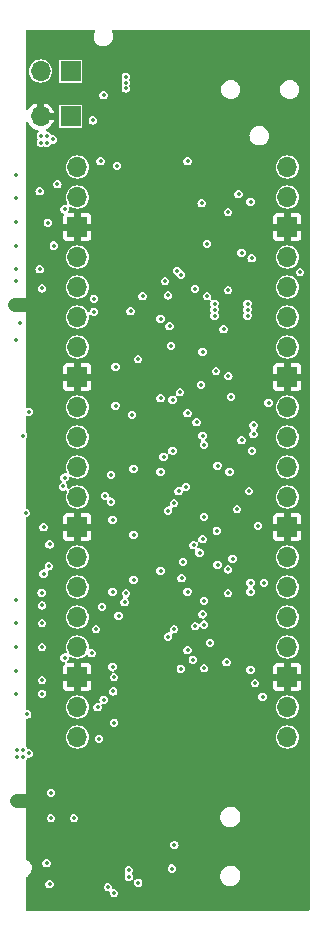
<source format=gbr>
%TF.GenerationSoftware,KiCad,Pcbnew,7.0.6-0*%
%TF.CreationDate,2023-07-28T21:35:03-06:00*%
%TF.ProjectId,PicoGUS Hand386,5069636f-4755-4532-9048-616e64333836,rev?*%
%TF.SameCoordinates,Original*%
%TF.FileFunction,Copper,L3,Inr*%
%TF.FilePolarity,Positive*%
%FSLAX46Y46*%
G04 Gerber Fmt 4.6, Leading zero omitted, Abs format (unit mm)*
G04 Created by KiCad (PCBNEW 7.0.6-0) date 2023-07-28 21:35:03*
%MOMM*%
%LPD*%
G01*
G04 APERTURE LIST*
%TA.AperFunction,ComponentPad*%
%ADD10R,1.700000X1.700000*%
%TD*%
%TA.AperFunction,ComponentPad*%
%ADD11O,1.700000X1.700000*%
%TD*%
%TA.AperFunction,ViaPad*%
%ADD12C,0.350000*%
%TD*%
%TA.AperFunction,Conductor*%
%ADD13C,0.400000*%
%TD*%
%TA.AperFunction,Conductor*%
%ADD14C,1.200000*%
%TD*%
G04 APERTURE END LIST*
D10*
%TO.N,UART_TX*%
%TO.C,J6*%
X124714000Y-66040000D03*
D11*
%TO.N,GND*%
X122174000Y-66040000D03*
%TD*%
D10*
%TO.N,Net-(JP1-A)*%
%TO.C,JP1*%
X124719000Y-62230000D03*
D11*
%TO.N,RESET*%
X122179000Y-62230000D03*
%TD*%
%TO.N,SPI_RX*%
%TO.C,U1*%
X125290500Y-70358000D03*
%TO.N,~{SPI_CS}*%
X125290500Y-72898000D03*
D10*
%TO.N,GND*%
X125290500Y-75438000D03*
D11*
%TO.N,SPI_SCK*%
X125290500Y-77978000D03*
%TO.N,SPI_TX*%
X125290500Y-80518000D03*
%TO.N,~{RIOW}*%
X125290500Y-83058000D03*
%TO.N,~{RIOR}*%
X125290500Y-85598000D03*
D10*
%TO.N,GND*%
X125290500Y-88138000D03*
D11*
%TO.N,AD0*%
X125290500Y-90678000D03*
%TO.N,AD1*%
X125290500Y-93218000D03*
%TO.N,AD2*%
X125290500Y-95758000D03*
%TO.N,AD3*%
X125290500Y-98298000D03*
D10*
%TO.N,GND*%
X125290500Y-100838000D03*
D11*
%TO.N,AD4*%
X125290500Y-103378000D03*
%TO.N,AD5*%
X125290500Y-105918000D03*
%TO.N,AD6*%
X125290500Y-108458000D03*
%TO.N,AD7*%
X125290500Y-110998000D03*
D10*
%TO.N,GND*%
X125290500Y-113538000D03*
D11*
%TO.N,RA8*%
X125290500Y-116078000D03*
%TO.N,RA9*%
X125290500Y-118618000D03*
%TO.N,DIN*%
X143070500Y-118618000D03*
%TO.N,BCK*%
X143070500Y-116078000D03*
D10*
%TO.N,GND*%
X143070500Y-113538000D03*
D11*
%TO.N,LRCK*%
X143070500Y-110998000D03*
%TO.N,~{RDACK}*%
X143070500Y-108458000D03*
%TO.N,RTC*%
X143070500Y-105918000D03*
%TO.N,RIRQ*%
X143070500Y-103378000D03*
D10*
%TO.N,GND*%
X143070500Y-100838000D03*
D11*
%TO.N,RDRQ*%
X143070500Y-98298000D03*
%TO.N,RUN*%
X143070500Y-95758000D03*
%TO.N,~{RI{slash}OCHRDY}*%
X143070500Y-93218000D03*
%TO.N,ADS*%
X143070500Y-90678000D03*
D10*
%TO.N,GND*%
X143070500Y-88138000D03*
D11*
%TO.N,UART_TX*%
X143070500Y-85598000D03*
%TO.N,unconnected-(U1-ADC_VREF-Pad35)*%
X143070500Y-83058000D03*
%TO.N,+3V3*%
X143070500Y-80518000D03*
%TO.N,unconnected-(U1-3V3_EN-Pad37)*%
X143070500Y-77978000D03*
D10*
%TO.N,GND*%
X143070500Y-75438000D03*
D11*
%TO.N,/VSYS*%
X143070500Y-72898000D03*
%TO.N,unconnected-(U1-VBUS-Pad40)*%
X143070500Y-70358000D03*
%TD*%
D12*
%TO.N,A0*%
X130048000Y-105283000D03*
%TO.N,A1*%
X129286000Y-107188000D03*
%TO.N,A2*%
X134620000Y-111252000D03*
X134620000Y-106299000D03*
X126492000Y-111506000D03*
%TO.N,A3*%
X135255000Y-109220000D03*
X124206000Y-111887000D03*
X135074000Y-112068000D03*
%TO.N,A4*%
X120100000Y-115000000D03*
X128143000Y-96393000D03*
X122301000Y-114935000D03*
%TO.N,A5*%
X128270000Y-112649000D03*
X120100000Y-113000000D03*
X128143000Y-98679000D03*
%TO.N,A6*%
X134493000Y-97409000D03*
X134239000Y-103759000D03*
X122301000Y-110998000D03*
X120100000Y-111000000D03*
X122882000Y-104140000D03*
%TO.N,A7*%
X132969000Y-99441000D03*
X120120311Y-109000000D03*
X132969000Y-110109000D03*
%TO.N,A8*%
X122300000Y-107467000D03*
X120100000Y-107000000D03*
X126873000Y-109474000D03*
X122300000Y-108967000D03*
X127000000Y-116078000D03*
%TO.N,A9*%
X121050000Y-116700000D03*
X127127000Y-118745000D03*
X128400000Y-117400000D03*
%TO.N,D0*%
X120100000Y-80000000D03*
X122300000Y-80625000D03*
X122428000Y-104775000D03*
%TO.N,D1*%
X120100000Y-79000000D03*
X122275000Y-106400000D03*
X122100000Y-79000000D03*
%TO.N,D2*%
X122936000Y-102300000D03*
X138049000Y-106426000D03*
X120100000Y-77000000D03*
X138430000Y-103505000D03*
X123300000Y-77000000D03*
%TO.N,D3*%
X135890000Y-108204000D03*
X135636000Y-102997000D03*
X122800000Y-75057000D03*
X120100000Y-75000000D03*
X122428000Y-100838000D03*
%TO.N,D4*%
X120100000Y-73000000D03*
X124206000Y-96647000D03*
X124206000Y-73914000D03*
%TO.N,D5*%
X124100000Y-97400000D03*
X120100000Y-71000000D03*
X123600000Y-71800000D03*
%TO.N,D6*%
X133858000Y-97790000D03*
X120700000Y-93091000D03*
X133350000Y-94361000D03*
%TO.N,D7*%
X136017000Y-99949000D03*
X136017000Y-93853000D03*
X121200000Y-91059000D03*
%TO.N,GND*%
X132200000Y-130950000D03*
X142500000Y-67100000D03*
X130550000Y-131850000D03*
X121400000Y-124300000D03*
X140081000Y-95885000D03*
X137568750Y-75184000D03*
X122174000Y-127621000D03*
X129286000Y-83820000D03*
X123825000Y-122936000D03*
X136679750Y-75692000D03*
X120575000Y-81700000D03*
X136906000Y-80518000D03*
X130806000Y-123571000D03*
X142300000Y-60300000D03*
X140081000Y-96393000D03*
X144300000Y-60300000D03*
X128100000Y-66800000D03*
X122555000Y-121793000D03*
X136017000Y-112014000D03*
X140589000Y-76581000D03*
X133096000Y-76962000D03*
X120800000Y-123700000D03*
X131450000Y-130450000D03*
X131400000Y-101100000D03*
X127381000Y-83820000D03*
X136017000Y-111506000D03*
X130175000Y-69723000D03*
X123059000Y-121285000D03*
X132461000Y-108585000D03*
X130365500Y-91948000D03*
X144500000Y-65900000D03*
X136906000Y-85979000D03*
X128100000Y-65300000D03*
X133096000Y-74549000D03*
X142300000Y-61500000D03*
X140081000Y-77089000D03*
X124333000Y-129159000D03*
X140225500Y-88011000D03*
X135200000Y-124500000D03*
X129951250Y-66000000D03*
X131450000Y-129900000D03*
X131850000Y-101200000D03*
X134620000Y-71882000D03*
X144300000Y-60900000D03*
X120100000Y-81700000D03*
X133200000Y-125400000D03*
X120100000Y-82300000D03*
X135200000Y-123500000D03*
X132842000Y-86614000D03*
X120200000Y-123700000D03*
X121666000Y-127621000D03*
X129951250Y-66800000D03*
X127000000Y-132350000D03*
X135204000Y-125400000D03*
X139700000Y-84963000D03*
X133300000Y-123500000D03*
X129032000Y-129159000D03*
X138049000Y-118745000D03*
X144300000Y-61500000D03*
X142500000Y-65900000D03*
X124333000Y-131191000D03*
X125603000Y-123317000D03*
X136906000Y-84963000D03*
X139700000Y-85471000D03*
X132334000Y-114808000D03*
X123952000Y-125476000D03*
X131836000Y-74549000D03*
X132334000Y-118745000D03*
X142500000Y-66500000D03*
X144500000Y-66500000D03*
X139700000Y-85979000D03*
X127889000Y-71374000D03*
X135128000Y-78613000D03*
X139700000Y-87503000D03*
X141224000Y-74168000D03*
X144500000Y-67100000D03*
X129750000Y-128950000D03*
X137541000Y-80010000D03*
X136906000Y-85471000D03*
X128100000Y-66000000D03*
X138049000Y-117475000D03*
X128520000Y-129159000D03*
X120575000Y-82300000D03*
X129951250Y-65300000D03*
X120800000Y-124300000D03*
X133985000Y-77978000D03*
X142300000Y-60900000D03*
X130324500Y-118745000D03*
X139446000Y-105029000D03*
X122000000Y-124000000D03*
X120200000Y-124300000D03*
X140716000Y-74676000D03*
X139446000Y-103886000D03*
X125853000Y-125476000D03*
X130050000Y-132350000D03*
X130200000Y-123000000D03*
X127508000Y-131826000D03*
X121400000Y-123700000D03*
X128647000Y-125476000D03*
X132334000Y-109093000D03*
X127381000Y-70866000D03*
X140208000Y-91059000D03*
X133300000Y-124500000D03*
X132207000Y-91948000D03*
%TO.N,~{IOW}*%
X128524000Y-87249000D03*
X128524000Y-90551000D03*
%TO.N,+3V3*%
X123063000Y-123317000D03*
X129400000Y-62700000D03*
X137033000Y-87630000D03*
X134063500Y-79453500D03*
X122682000Y-129286000D03*
X129650000Y-130450000D03*
X139700000Y-81915000D03*
X122936000Y-131064000D03*
X137922000Y-112268000D03*
X136017000Y-112776000D03*
X129650000Y-129900000D03*
X136906000Y-82931000D03*
X136906000Y-82423000D03*
X128397000Y-131826000D03*
X138176000Y-96139000D03*
X123059000Y-125476000D03*
X140208000Y-92202000D03*
X125009000Y-125476000D03*
X128651000Y-70231000D03*
X127254000Y-69850000D03*
X137160000Y-95631000D03*
X138811000Y-99314000D03*
X127885000Y-131318000D03*
X140053000Y-78077000D03*
X134620000Y-69850000D03*
X138049000Y-104422000D03*
X139192000Y-77597000D03*
X139954000Y-73279000D03*
X138938000Y-72644000D03*
X130450000Y-130950000D03*
X137160000Y-104013000D03*
X129400000Y-63200000D03*
X138086000Y-88048000D03*
X139700000Y-82423000D03*
X129400000Y-63700000D03*
X133731000Y-79121000D03*
X139700000Y-82931000D03*
X136906000Y-81915000D03*
%TO.N,I{slash}OCHRDY*%
X120400000Y-83550000D03*
X138049000Y-80772000D03*
X137668000Y-84074000D03*
%TO.N,+5V*%
X122700000Y-68300000D03*
X122200000Y-68300000D03*
X120200000Y-120300000D03*
X121200000Y-120000000D03*
X123216000Y-68021200D03*
X120700000Y-120300000D03*
X122700000Y-67700000D03*
X122200000Y-67700000D03*
X120200000Y-119700000D03*
X120700000Y-119700000D03*
%TO.N,~{RIOR}*%
X133096000Y-83820000D03*
X133223000Y-85471000D03*
%TO.N,TC*%
X128333500Y-114744500D03*
X128397000Y-113538000D03*
%TO.N,BUSOE*%
X130810000Y-81280000D03*
X130429000Y-86614000D03*
X132969000Y-81220000D03*
%TO.N,RIRQ*%
X141097000Y-105537000D03*
X140970000Y-115189000D03*
%TO.N,~{RDACK}*%
X141478000Y-90297000D03*
%TO.N,RDRQ*%
X140589000Y-100711000D03*
X140335000Y-114046000D03*
%TO.N,RTC*%
X139954000Y-112903000D03*
X139954000Y-106299000D03*
%TO.N,IRQ*%
X127515000Y-115450000D03*
X127381000Y-107569000D03*
%TO.N,DACK*%
X133350000Y-90043000D03*
X132588000Y-94869000D03*
X138049000Y-74168000D03*
X138303000Y-89789000D03*
%TO.N,DRQ*%
X122301000Y-113792000D03*
X120941500Y-99633500D03*
%TO.N,AEN*%
X120100000Y-85000000D03*
X135890000Y-85979000D03*
X135817000Y-73406000D03*
%TO.N,ADS*%
X140081000Y-94361000D03*
X140208000Y-92964000D03*
X132334000Y-104521000D03*
X132334000Y-96139000D03*
%TO.N,~{BUSOE}*%
X134112000Y-105156000D03*
X139827000Y-97788000D03*
X135763000Y-88773000D03*
X135890000Y-93091000D03*
X134048500Y-112839500D03*
X139192000Y-93472000D03*
X139954000Y-105537000D03*
%TO.N,RUN*%
X135382000Y-91948000D03*
X135255000Y-80645000D03*
%TO.N,AD7*%
X137096500Y-101155500D03*
X136525000Y-110617000D03*
%TO.N,AD6*%
X133477000Y-109474000D03*
X133477000Y-98806000D03*
%TO.N,AD5*%
X128270000Y-100203000D03*
X128270000Y-106299000D03*
%TO.N,AD4*%
X127635000Y-98171000D03*
%TO.N,AD3*%
X135128000Y-102362000D03*
X136017000Y-109093000D03*
%TO.N,AD2*%
X130048000Y-101473000D03*
X136017000Y-107061000D03*
X135890000Y-101854000D03*
X130048000Y-95885000D03*
%TO.N,AD1*%
X128778000Y-108331000D03*
%TO.N,AD0*%
X129413000Y-106426000D03*
%TO.N,UART_TX*%
X127508000Y-64262000D03*
%TO.N,Net-(U5-Pad4)*%
X132334000Y-89916000D03*
X132334000Y-83185000D03*
%TO.N,Net-(U5-Pad6)*%
X129921000Y-91313000D03*
X129794000Y-82550000D03*
%TO.N,Net-(U6-Pad10)*%
X136271000Y-76835000D03*
X136271000Y-81280000D03*
%TO.N,Net-(U5-Pad12)*%
X132715000Y-80010000D03*
X133985000Y-89408000D03*
%TO.N,~{RI{slash}OCHRDY}*%
X144145000Y-79248000D03*
%TO.N,AUDIO_L_OUT*%
X126700000Y-81500000D03*
%TO.N,AUDIO_R_OUT*%
X126700000Y-82600000D03*
%TO.N,Net-(J3--5V)*%
X122100000Y-72400000D03*
%TO.N,/Audio/AUDIO_R*%
X133303000Y-129747000D03*
%TO.N,/Audio/AUDIO_L*%
X133500000Y-127750000D03*
%TO.N,Net-(JP1-A)*%
X126600000Y-66400000D03*
X134620000Y-91186000D03*
%TD*%
D13*
%TO.N,GND*%
X121060000Y-124050000D02*
X121100000Y-124050000D01*
X121410000Y-82040000D02*
X121412000Y-82042000D01*
X121100000Y-124010000D02*
X121158000Y-123952000D01*
X121100000Y-124050000D02*
X121100000Y-124010000D01*
D14*
X120000000Y-82000000D02*
X121000000Y-82000000D01*
D13*
X121070000Y-124040000D02*
X121060000Y-124050000D01*
D14*
X120200000Y-124000000D02*
X121800000Y-124000000D01*
%TD*%
%TA.AperFunction,Conductor*%
%TO.N,GND*%
G36*
X126722666Y-58740185D02*
G01*
X126768421Y-58792989D01*
X126778365Y-58862147D01*
X126763051Y-58901695D01*
X126765062Y-58902762D01*
X126761914Y-58908698D01*
X126695054Y-59076502D01*
X126695053Y-59076505D01*
X126665828Y-59254776D01*
X126675607Y-59435152D01*
X126675608Y-59435154D01*
X126723934Y-59609209D01*
X126723937Y-59609215D01*
X126766243Y-59689012D01*
X126808551Y-59768814D01*
X126925498Y-59906494D01*
X127069308Y-60015816D01*
X127233256Y-60091667D01*
X127233257Y-60091667D01*
X127233259Y-60091668D01*
X127286782Y-60103448D01*
X127409678Y-60130500D01*
X127409681Y-60130500D01*
X127545022Y-60130500D01*
X127545028Y-60130500D01*
X127679586Y-60115866D01*
X127850774Y-60058186D01*
X128005561Y-59965054D01*
X128136708Y-59840825D01*
X128238083Y-59691307D01*
X128304947Y-59523492D01*
X128334172Y-59345227D01*
X128324392Y-59164848D01*
X128299864Y-59076508D01*
X128276065Y-58990790D01*
X128276062Y-58990784D01*
X128229301Y-58902583D01*
X128215290Y-58834133D01*
X128240511Y-58768974D01*
X128296955Y-58727794D01*
X128338856Y-58720500D01*
X144863500Y-58720500D01*
X144930539Y-58740185D01*
X144976294Y-58792989D01*
X144987500Y-58844500D01*
X144987500Y-133179500D01*
X144967815Y-133246539D01*
X144915011Y-133292294D01*
X144863500Y-133303500D01*
X121028000Y-133303500D01*
X120960961Y-133283815D01*
X120915206Y-133231011D01*
X120904000Y-133179500D01*
X120904000Y-131064002D01*
X122577081Y-131064002D01*
X122594646Y-131174909D01*
X122645626Y-131274965D01*
X122725034Y-131354373D01*
X122825090Y-131405353D01*
X122935998Y-131422919D01*
X122936000Y-131422919D01*
X122936002Y-131422919D01*
X123046909Y-131405353D01*
X123046910Y-131405352D01*
X123046912Y-131405352D01*
X123146967Y-131354372D01*
X123183337Y-131318002D01*
X127526081Y-131318002D01*
X127543646Y-131428909D01*
X127594626Y-131528965D01*
X127674034Y-131608373D01*
X127774090Y-131659353D01*
X127846277Y-131670785D01*
X127885000Y-131676919D01*
X127897668Y-131674912D01*
X127966959Y-131683865D01*
X128020412Y-131728859D01*
X128041054Y-131795610D01*
X128039541Y-131816780D01*
X128038081Y-131825999D01*
X128038081Y-131826002D01*
X128055646Y-131936909D01*
X128106626Y-132036965D01*
X128186034Y-132116373D01*
X128286090Y-132167353D01*
X128396998Y-132184919D01*
X128397000Y-132184919D01*
X128397002Y-132184919D01*
X128507909Y-132167353D01*
X128507910Y-132167352D01*
X128507912Y-132167352D01*
X128607967Y-132116372D01*
X128687372Y-132036967D01*
X128738352Y-131936912D01*
X128738352Y-131936910D01*
X128738353Y-131936909D01*
X128755919Y-131826002D01*
X128755919Y-131825997D01*
X128738353Y-131715090D01*
X128687373Y-131615034D01*
X128607965Y-131535626D01*
X128507909Y-131484646D01*
X128397002Y-131467081D01*
X128397001Y-131467081D01*
X128397000Y-131467081D01*
X128384328Y-131469088D01*
X128315034Y-131460132D01*
X128261583Y-131415134D01*
X128240945Y-131348382D01*
X128242458Y-131327222D01*
X128243919Y-131318000D01*
X128237103Y-131274965D01*
X128226353Y-131207090D01*
X128175373Y-131107034D01*
X128095965Y-131027626D01*
X127995909Y-130976646D01*
X127885002Y-130959081D01*
X127884998Y-130959081D01*
X127774090Y-130976646D01*
X127674034Y-131027626D01*
X127594626Y-131107034D01*
X127543646Y-131207090D01*
X127526081Y-131317997D01*
X127526081Y-131318002D01*
X123183337Y-131318002D01*
X123226372Y-131274967D01*
X123277352Y-131174912D01*
X123277352Y-131174910D01*
X123277353Y-131174909D01*
X123294919Y-131064002D01*
X123294919Y-131063997D01*
X123277353Y-130953090D01*
X123275780Y-130950002D01*
X130091081Y-130950002D01*
X130108646Y-131060909D01*
X130159626Y-131160965D01*
X130239034Y-131240373D01*
X130339090Y-131291353D01*
X130449998Y-131308919D01*
X130450000Y-131308919D01*
X130450002Y-131308919D01*
X130560909Y-131291353D01*
X130560910Y-131291352D01*
X130560912Y-131291352D01*
X130660967Y-131240372D01*
X130740372Y-131160967D01*
X130791352Y-131060912D01*
X130791352Y-131060910D01*
X130791353Y-131060909D01*
X130808919Y-130950002D01*
X130808919Y-130949997D01*
X130791353Y-130839090D01*
X130740373Y-130739034D01*
X130660965Y-130659626D01*
X130560909Y-130608646D01*
X130450002Y-130591081D01*
X130449998Y-130591081D01*
X130339090Y-130608646D01*
X130239036Y-130659625D01*
X130185096Y-130713565D01*
X130123772Y-130747049D01*
X130119354Y-130746733D01*
X130126268Y-130765269D01*
X130113071Y-130830406D01*
X130108647Y-130839088D01*
X130108647Y-130839089D01*
X130091081Y-130949997D01*
X130091081Y-130950002D01*
X123275780Y-130950002D01*
X123226373Y-130853034D01*
X123146965Y-130773626D01*
X123046909Y-130722646D01*
X122936002Y-130705081D01*
X122935998Y-130705081D01*
X122825090Y-130722646D01*
X122725034Y-130773626D01*
X122645626Y-130853034D01*
X122594646Y-130953090D01*
X122577081Y-131063997D01*
X122577081Y-131064002D01*
X120904000Y-131064002D01*
X120904000Y-130556435D01*
X120923685Y-130489396D01*
X120964072Y-130450185D01*
X120964376Y-130450002D01*
X129291081Y-130450002D01*
X129308646Y-130560909D01*
X129359626Y-130660965D01*
X129439034Y-130740373D01*
X129539090Y-130791353D01*
X129649998Y-130808919D01*
X129650000Y-130808919D01*
X129650002Y-130808919D01*
X129760909Y-130791353D01*
X129760910Y-130791352D01*
X129760912Y-130791352D01*
X129860967Y-130740372D01*
X129914906Y-130686432D01*
X129976225Y-130652950D01*
X129980645Y-130653266D01*
X129973731Y-130634728D01*
X129986932Y-130569586D01*
X129991352Y-130560912D01*
X129991352Y-130560910D01*
X129991353Y-130560909D01*
X130008919Y-130450002D01*
X130008919Y-130449997D01*
X129991888Y-130342467D01*
X137386722Y-130342467D01*
X137396784Y-130528057D01*
X137396784Y-130528062D01*
X137446505Y-130707143D01*
X137446509Y-130707151D01*
X137533569Y-130871363D01*
X137653894Y-131013020D01*
X137653895Y-131013021D01*
X137801861Y-131125502D01*
X137801862Y-131125502D01*
X137801863Y-131125503D01*
X137970543Y-131203543D01*
X137970551Y-131203546D01*
X138025620Y-131215667D01*
X138152067Y-131243500D01*
X138152070Y-131243500D01*
X138291327Y-131243500D01*
X138291332Y-131243500D01*
X138429775Y-131228443D01*
X138605911Y-131169096D01*
X138765171Y-131073273D01*
X138900108Y-130945454D01*
X139004413Y-130791615D01*
X139022296Y-130746733D01*
X139073208Y-130618955D01*
X139074898Y-130608646D01*
X139103278Y-130435535D01*
X139093216Y-130249942D01*
X139090685Y-130240825D01*
X139043494Y-130070856D01*
X139043490Y-130070848D01*
X138956430Y-129906636D01*
X138836105Y-129764979D01*
X138810116Y-129745223D01*
X138688139Y-129652498D01*
X138688137Y-129652497D01*
X138688136Y-129652496D01*
X138519456Y-129574456D01*
X138519448Y-129574453D01*
X138337933Y-129534500D01*
X138198668Y-129534500D01*
X138198666Y-129534500D01*
X138060226Y-129549556D01*
X138060223Y-129549557D01*
X137884083Y-129608906D01*
X137724827Y-129704728D01*
X137724826Y-129704729D01*
X137589890Y-129832546D01*
X137485585Y-129986387D01*
X137485584Y-129986389D01*
X137416791Y-130159044D01*
X137401891Y-130249937D01*
X137387276Y-130339090D01*
X137386722Y-130342467D01*
X129991888Y-130342467D01*
X129991353Y-130339090D01*
X129936429Y-130231294D01*
X129923533Y-130162625D01*
X129936429Y-130118706D01*
X129960813Y-130070848D01*
X129991352Y-130010912D01*
X129991352Y-130010910D01*
X129991353Y-130010909D01*
X130008919Y-129900002D01*
X130008919Y-129899997D01*
X129991353Y-129789090D01*
X129969909Y-129747002D01*
X132944081Y-129747002D01*
X132961646Y-129857909D01*
X133012626Y-129957965D01*
X133092034Y-130037373D01*
X133192090Y-130088353D01*
X133302998Y-130105919D01*
X133303000Y-130105919D01*
X133303002Y-130105919D01*
X133413909Y-130088353D01*
X133413910Y-130088352D01*
X133413912Y-130088352D01*
X133513967Y-130037372D01*
X133593372Y-129957967D01*
X133644352Y-129857912D01*
X133644352Y-129857910D01*
X133644353Y-129857909D01*
X133661919Y-129747002D01*
X133661919Y-129746997D01*
X133644353Y-129636090D01*
X133593373Y-129536034D01*
X133513965Y-129456626D01*
X133413909Y-129405646D01*
X133303002Y-129388081D01*
X133302998Y-129388081D01*
X133192090Y-129405646D01*
X133092034Y-129456626D01*
X133012626Y-129536034D01*
X132961646Y-129636090D01*
X132944081Y-129746997D01*
X132944081Y-129747002D01*
X129969909Y-129747002D01*
X129940373Y-129689034D01*
X129860965Y-129609626D01*
X129760909Y-129558646D01*
X129650002Y-129541081D01*
X129649998Y-129541081D01*
X129539090Y-129558646D01*
X129439034Y-129609626D01*
X129359626Y-129689034D01*
X129308646Y-129789090D01*
X129291081Y-129899997D01*
X129291081Y-129900002D01*
X129308646Y-130010908D01*
X129363571Y-130118707D01*
X129376466Y-130187376D01*
X129363571Y-130231293D01*
X129308646Y-130339091D01*
X129291081Y-130449997D01*
X129291081Y-130450002D01*
X120964376Y-130450002D01*
X120988425Y-130435532D01*
X121105561Y-130365054D01*
X121236708Y-130240825D01*
X121338083Y-130091307D01*
X121404947Y-129923492D01*
X121434172Y-129745227D01*
X121424392Y-129564848D01*
X121380190Y-129405648D01*
X121376065Y-129390790D01*
X121376062Y-129390784D01*
X121320510Y-129286002D01*
X122323081Y-129286002D01*
X122340646Y-129396909D01*
X122391626Y-129496965D01*
X122471034Y-129576373D01*
X122571090Y-129627353D01*
X122681998Y-129644919D01*
X122682000Y-129644919D01*
X122682002Y-129644919D01*
X122792909Y-129627353D01*
X122792910Y-129627352D01*
X122792912Y-129627352D01*
X122892967Y-129576372D01*
X122972372Y-129496967D01*
X123023352Y-129396912D01*
X123023352Y-129396910D01*
X123023353Y-129396909D01*
X123040919Y-129286002D01*
X123040919Y-129285997D01*
X123023353Y-129175090D01*
X122972373Y-129075034D01*
X122892965Y-128995626D01*
X122792909Y-128944646D01*
X122682002Y-128927081D01*
X122681998Y-128927081D01*
X122571090Y-128944646D01*
X122471034Y-128995626D01*
X122391626Y-129075034D01*
X122340646Y-129175090D01*
X122323081Y-129285997D01*
X122323081Y-129286002D01*
X121320510Y-129286002D01*
X121320509Y-129286000D01*
X121291449Y-129231186D01*
X121174502Y-129093506D01*
X121150203Y-129075034D01*
X121030693Y-128984184D01*
X120975933Y-128958849D01*
X120923355Y-128912834D01*
X120904000Y-128846310D01*
X120904000Y-127750002D01*
X133141081Y-127750002D01*
X133158646Y-127860909D01*
X133209626Y-127960965D01*
X133289034Y-128040373D01*
X133389090Y-128091353D01*
X133499998Y-128108919D01*
X133500000Y-128108919D01*
X133500002Y-128108919D01*
X133610909Y-128091353D01*
X133610910Y-128091352D01*
X133610912Y-128091352D01*
X133710967Y-128040372D01*
X133790372Y-127960967D01*
X133841352Y-127860912D01*
X133841352Y-127860910D01*
X133841353Y-127860909D01*
X133858919Y-127750002D01*
X133858919Y-127749997D01*
X133841353Y-127639090D01*
X133790373Y-127539034D01*
X133710965Y-127459626D01*
X133610909Y-127408646D01*
X133500002Y-127391081D01*
X133499998Y-127391081D01*
X133389090Y-127408646D01*
X133289034Y-127459626D01*
X133209626Y-127539034D01*
X133158646Y-127639090D01*
X133141081Y-127749997D01*
X133141081Y-127750002D01*
X120904000Y-127750002D01*
X120904000Y-125476002D01*
X122700081Y-125476002D01*
X122717646Y-125586909D01*
X122768626Y-125686965D01*
X122848034Y-125766373D01*
X122948090Y-125817353D01*
X123058998Y-125834919D01*
X123059000Y-125834919D01*
X123059002Y-125834919D01*
X123169909Y-125817353D01*
X123169910Y-125817352D01*
X123169912Y-125817352D01*
X123269967Y-125766372D01*
X123349372Y-125686967D01*
X123400352Y-125586912D01*
X123400352Y-125586910D01*
X123400353Y-125586909D01*
X123417919Y-125476002D01*
X124650081Y-125476002D01*
X124667646Y-125586909D01*
X124718626Y-125686965D01*
X124798034Y-125766373D01*
X124898090Y-125817353D01*
X125008998Y-125834919D01*
X125009000Y-125834919D01*
X125009002Y-125834919D01*
X125119909Y-125817353D01*
X125119910Y-125817352D01*
X125119912Y-125817352D01*
X125219967Y-125766372D01*
X125299372Y-125686967D01*
X125350352Y-125586912D01*
X125350352Y-125586910D01*
X125350353Y-125586909D01*
X125367919Y-125476002D01*
X125367919Y-125475997D01*
X125350353Y-125365090D01*
X125338826Y-125342467D01*
X137386722Y-125342467D01*
X137391768Y-125435532D01*
X137393961Y-125475997D01*
X137396784Y-125528057D01*
X137396784Y-125528062D01*
X137446505Y-125707143D01*
X137446509Y-125707151D01*
X137533569Y-125871363D01*
X137596502Y-125945453D01*
X137653895Y-126013021D01*
X137801861Y-126125502D01*
X137801862Y-126125502D01*
X137801863Y-126125503D01*
X137970543Y-126203543D01*
X137970551Y-126203546D01*
X138025620Y-126215667D01*
X138152067Y-126243500D01*
X138152070Y-126243500D01*
X138291327Y-126243500D01*
X138291332Y-126243500D01*
X138429775Y-126228443D01*
X138605911Y-126169096D01*
X138765171Y-126073273D01*
X138900108Y-125945454D01*
X139004413Y-125791615D01*
X139048107Y-125681952D01*
X139073208Y-125618955D01*
X139078461Y-125586912D01*
X139103278Y-125435535D01*
X139093216Y-125249942D01*
X139093215Y-125249937D01*
X139043494Y-125070856D01*
X139043490Y-125070848D01*
X138956430Y-124906636D01*
X138836105Y-124764979D01*
X138836105Y-124764978D01*
X138688139Y-124652498D01*
X138688137Y-124652497D01*
X138688136Y-124652496D01*
X138519456Y-124574456D01*
X138519448Y-124574453D01*
X138337933Y-124534500D01*
X138198668Y-124534500D01*
X138198666Y-124534500D01*
X138060226Y-124549556D01*
X138060223Y-124549557D01*
X137884083Y-124608906D01*
X137724827Y-124704728D01*
X137724826Y-124704729D01*
X137589890Y-124832546D01*
X137485585Y-124986387D01*
X137485584Y-124986389D01*
X137416791Y-125159044D01*
X137386722Y-125342467D01*
X125338826Y-125342467D01*
X125299373Y-125265034D01*
X125219965Y-125185626D01*
X125119909Y-125134646D01*
X125009002Y-125117081D01*
X125008998Y-125117081D01*
X124898090Y-125134646D01*
X124798034Y-125185626D01*
X124718626Y-125265034D01*
X124667646Y-125365090D01*
X124650081Y-125475997D01*
X124650081Y-125476002D01*
X123417919Y-125476002D01*
X123417919Y-125475997D01*
X123400353Y-125365090D01*
X123349373Y-125265034D01*
X123269965Y-125185626D01*
X123169909Y-125134646D01*
X123059002Y-125117081D01*
X123058998Y-125117081D01*
X122948090Y-125134646D01*
X122848034Y-125185626D01*
X122768626Y-125265034D01*
X122717646Y-125365090D01*
X122700081Y-125475997D01*
X122700081Y-125476002D01*
X120904000Y-125476002D01*
X120904000Y-123317002D01*
X122704081Y-123317002D01*
X122721646Y-123427909D01*
X122772626Y-123527965D01*
X122852034Y-123607373D01*
X122952090Y-123658353D01*
X123062998Y-123675919D01*
X123063000Y-123675919D01*
X123063002Y-123675919D01*
X123173909Y-123658353D01*
X123173910Y-123658352D01*
X123173912Y-123658352D01*
X123273967Y-123607372D01*
X123353372Y-123527967D01*
X123404352Y-123427912D01*
X123404352Y-123427910D01*
X123404353Y-123427909D01*
X123421919Y-123317002D01*
X123421919Y-123316997D01*
X123404353Y-123206090D01*
X123353373Y-123106034D01*
X123273965Y-123026626D01*
X123173909Y-122975646D01*
X123063002Y-122958081D01*
X123062998Y-122958081D01*
X122952090Y-122975646D01*
X122852034Y-123026626D01*
X122772626Y-123106034D01*
X122721646Y-123206090D01*
X122704081Y-123316997D01*
X122704081Y-123317002D01*
X120904000Y-123317002D01*
X120904000Y-120648700D01*
X120923685Y-120581661D01*
X120940315Y-120561023D01*
X120990372Y-120510967D01*
X121036812Y-120419821D01*
X121084784Y-120369027D01*
X121152605Y-120352231D01*
X121166694Y-120353644D01*
X121199998Y-120358919D01*
X121200000Y-120358919D01*
X121200002Y-120358919D01*
X121310909Y-120341353D01*
X121310910Y-120341352D01*
X121310912Y-120341352D01*
X121410967Y-120290372D01*
X121490372Y-120210967D01*
X121541352Y-120110912D01*
X121541352Y-120110910D01*
X121541353Y-120110909D01*
X121558919Y-120000002D01*
X121558919Y-119999997D01*
X121541353Y-119889090D01*
X121490373Y-119789034D01*
X121410965Y-119709626D01*
X121310909Y-119658646D01*
X121200002Y-119641081D01*
X121200001Y-119641081D01*
X121200000Y-119641081D01*
X121192537Y-119642262D01*
X121166692Y-119646356D01*
X121097398Y-119637399D01*
X121043947Y-119592402D01*
X121036811Y-119580175D01*
X120990374Y-119489035D01*
X120990373Y-119489034D01*
X120940318Y-119438978D01*
X120906834Y-119377655D01*
X120904000Y-119351298D01*
X120904000Y-118617999D01*
X124308270Y-118617999D01*
X124327143Y-118809626D01*
X124383038Y-118993884D01*
X124473802Y-119163692D01*
X124473806Y-119163699D01*
X124595958Y-119312541D01*
X124744800Y-119434693D01*
X124744807Y-119434697D01*
X124846463Y-119489033D01*
X124914617Y-119525462D01*
X125098876Y-119581357D01*
X125290500Y-119600230D01*
X125482124Y-119581357D01*
X125666383Y-119525462D01*
X125836198Y-119434694D01*
X125985041Y-119312541D01*
X126107194Y-119163698D01*
X126197962Y-118993883D01*
X126253857Y-118809624D01*
X126260222Y-118745002D01*
X126768081Y-118745002D01*
X126785646Y-118855909D01*
X126836626Y-118955965D01*
X126916034Y-119035373D01*
X127016090Y-119086353D01*
X127126998Y-119103919D01*
X127127000Y-119103919D01*
X127127002Y-119103919D01*
X127237909Y-119086353D01*
X127237910Y-119086352D01*
X127237912Y-119086352D01*
X127337967Y-119035372D01*
X127417372Y-118955967D01*
X127468352Y-118855912D01*
X127468352Y-118855910D01*
X127468353Y-118855909D01*
X127485919Y-118745002D01*
X127485919Y-118744997D01*
X127468353Y-118634090D01*
X127460155Y-118618000D01*
X142088270Y-118618000D01*
X142107143Y-118809626D01*
X142163038Y-118993884D01*
X142253802Y-119163692D01*
X142253806Y-119163699D01*
X142375958Y-119312541D01*
X142524800Y-119434693D01*
X142524807Y-119434697D01*
X142626463Y-119489033D01*
X142694617Y-119525462D01*
X142878876Y-119581357D01*
X143070500Y-119600230D01*
X143262124Y-119581357D01*
X143446383Y-119525462D01*
X143616198Y-119434694D01*
X143765041Y-119312541D01*
X143887194Y-119163698D01*
X143977962Y-118993883D01*
X144033857Y-118809624D01*
X144052730Y-118618000D01*
X144033857Y-118426376D01*
X143977962Y-118242117D01*
X143887194Y-118072302D01*
X143887193Y-118072300D01*
X143765041Y-117923458D01*
X143616199Y-117801306D01*
X143616192Y-117801302D01*
X143446384Y-117710538D01*
X143262126Y-117654643D01*
X143070500Y-117635770D01*
X142878873Y-117654643D01*
X142694615Y-117710538D01*
X142524807Y-117801302D01*
X142524800Y-117801306D01*
X142375958Y-117923458D01*
X142253806Y-118072300D01*
X142253802Y-118072307D01*
X142163038Y-118242115D01*
X142107143Y-118426373D01*
X142088270Y-118618000D01*
X127460155Y-118618000D01*
X127417373Y-118534034D01*
X127337965Y-118454626D01*
X127237909Y-118403646D01*
X127127002Y-118386081D01*
X127126998Y-118386081D01*
X127016090Y-118403646D01*
X126916034Y-118454626D01*
X126836626Y-118534034D01*
X126785646Y-118634090D01*
X126768081Y-118744997D01*
X126768081Y-118745002D01*
X126260222Y-118745002D01*
X126272730Y-118618000D01*
X126253857Y-118426376D01*
X126197962Y-118242117D01*
X126107194Y-118072302D01*
X126107193Y-118072300D01*
X125985041Y-117923458D01*
X125836199Y-117801306D01*
X125836192Y-117801302D01*
X125666384Y-117710538D01*
X125482126Y-117654643D01*
X125290500Y-117635770D01*
X125098873Y-117654643D01*
X124914615Y-117710538D01*
X124744807Y-117801302D01*
X124744800Y-117801306D01*
X124595958Y-117923458D01*
X124473806Y-118072300D01*
X124473802Y-118072307D01*
X124383038Y-118242115D01*
X124327143Y-118426373D01*
X124308270Y-118617999D01*
X120904000Y-118617999D01*
X120904000Y-117400002D01*
X128041081Y-117400002D01*
X128058646Y-117510909D01*
X128109626Y-117610965D01*
X128189034Y-117690373D01*
X128289090Y-117741353D01*
X128399998Y-117758919D01*
X128400000Y-117758919D01*
X128400002Y-117758919D01*
X128510909Y-117741353D01*
X128510910Y-117741352D01*
X128510912Y-117741352D01*
X128610967Y-117690372D01*
X128690372Y-117610967D01*
X128741352Y-117510912D01*
X128741352Y-117510910D01*
X128741353Y-117510909D01*
X128758919Y-117400002D01*
X128758919Y-117399997D01*
X128741353Y-117289090D01*
X128690373Y-117189034D01*
X128610965Y-117109626D01*
X128510909Y-117058646D01*
X128400002Y-117041081D01*
X128399998Y-117041081D01*
X128289090Y-117058646D01*
X128189034Y-117109626D01*
X128109626Y-117189034D01*
X128058646Y-117289090D01*
X128041081Y-117399997D01*
X128041081Y-117400002D01*
X120904000Y-117400002D01*
X120904000Y-117180980D01*
X120923685Y-117113941D01*
X120976489Y-117068186D01*
X121040240Y-117059019D01*
X121040241Y-117058919D01*
X121040939Y-117058919D01*
X121045647Y-117058242D01*
X121047373Y-117058502D01*
X121050000Y-117058919D01*
X121050000Y-117058918D01*
X121050001Y-117058919D01*
X121050002Y-117058919D01*
X121160909Y-117041353D01*
X121160910Y-117041352D01*
X121160912Y-117041352D01*
X121260967Y-116990372D01*
X121340372Y-116910967D01*
X121391352Y-116810912D01*
X121391352Y-116810910D01*
X121391353Y-116810909D01*
X121408919Y-116700002D01*
X121408919Y-116699997D01*
X121391353Y-116589090D01*
X121340373Y-116489034D01*
X121260965Y-116409626D01*
X121160909Y-116358646D01*
X121050002Y-116341081D01*
X121049999Y-116341081D01*
X121047390Y-116341494D01*
X121044196Y-116341081D01*
X121040241Y-116341081D01*
X121040241Y-116340569D01*
X120978097Y-116332534D01*
X120924648Y-116287535D01*
X120904013Y-116220782D01*
X120904000Y-116219019D01*
X120904000Y-116077999D01*
X124308270Y-116077999D01*
X124327143Y-116269626D01*
X124383038Y-116453884D01*
X124473802Y-116623692D01*
X124473806Y-116623699D01*
X124595958Y-116772541D01*
X124744800Y-116894693D01*
X124744807Y-116894697D01*
X124914615Y-116985461D01*
X124914617Y-116985462D01*
X125098876Y-117041357D01*
X125290500Y-117060230D01*
X125482124Y-117041357D01*
X125666383Y-116985462D01*
X125836198Y-116894694D01*
X125985041Y-116772541D01*
X126107194Y-116623698D01*
X126197962Y-116453883D01*
X126253857Y-116269624D01*
X126272730Y-116078002D01*
X126641081Y-116078002D01*
X126658646Y-116188909D01*
X126709626Y-116288965D01*
X126789034Y-116368373D01*
X126889090Y-116419353D01*
X126999998Y-116436919D01*
X127000000Y-116436919D01*
X127000002Y-116436919D01*
X127110909Y-116419353D01*
X127110910Y-116419352D01*
X127110912Y-116419352D01*
X127210967Y-116368372D01*
X127290372Y-116288967D01*
X127341352Y-116188912D01*
X127341352Y-116188910D01*
X127341353Y-116188909D01*
X127358919Y-116078002D01*
X127358919Y-116077999D01*
X142088270Y-116077999D01*
X142107143Y-116269626D01*
X142163038Y-116453884D01*
X142253802Y-116623692D01*
X142253806Y-116623699D01*
X142375958Y-116772541D01*
X142524800Y-116894693D01*
X142524807Y-116894697D01*
X142694615Y-116985461D01*
X142694617Y-116985462D01*
X142878876Y-117041357D01*
X143070500Y-117060230D01*
X143262124Y-117041357D01*
X143446383Y-116985462D01*
X143616198Y-116894694D01*
X143765041Y-116772541D01*
X143887194Y-116623698D01*
X143977962Y-116453883D01*
X144033857Y-116269624D01*
X144052730Y-116078000D01*
X144033857Y-115886376D01*
X143977962Y-115702117D01*
X143955966Y-115660965D01*
X143887197Y-115532307D01*
X143887193Y-115532300D01*
X143765041Y-115383458D01*
X143616199Y-115261306D01*
X143616192Y-115261302D01*
X143446384Y-115170538D01*
X143262126Y-115114643D01*
X143070500Y-115095770D01*
X142878873Y-115114643D01*
X142694615Y-115170538D01*
X142524807Y-115261302D01*
X142524800Y-115261306D01*
X142375958Y-115383458D01*
X142253806Y-115532300D01*
X142253802Y-115532307D01*
X142163038Y-115702115D01*
X142107143Y-115886373D01*
X142088270Y-116077999D01*
X127358919Y-116077999D01*
X127358919Y-116077997D01*
X127341353Y-115967096D01*
X127341352Y-115967088D01*
X127341347Y-115967079D01*
X127340282Y-115963798D01*
X127340160Y-115959561D01*
X127339826Y-115957449D01*
X127340098Y-115957405D01*
X127338281Y-115893957D01*
X127374357Y-115834121D01*
X127437055Y-115803288D01*
X127477608Y-115802997D01*
X127514998Y-115808919D01*
X127515000Y-115808919D01*
X127515002Y-115808919D01*
X127625909Y-115791353D01*
X127625910Y-115791352D01*
X127625912Y-115791352D01*
X127725967Y-115740372D01*
X127805372Y-115660967D01*
X127856352Y-115560912D01*
X127856352Y-115560910D01*
X127856353Y-115560909D01*
X127873919Y-115450002D01*
X127873919Y-115449997D01*
X127856353Y-115339090D01*
X127805373Y-115239034D01*
X127755341Y-115189002D01*
X140611081Y-115189002D01*
X140628646Y-115299909D01*
X140679626Y-115399965D01*
X140759034Y-115479373D01*
X140859090Y-115530353D01*
X140969998Y-115547919D01*
X140970000Y-115547919D01*
X140970002Y-115547919D01*
X141080909Y-115530353D01*
X141080910Y-115530352D01*
X141080912Y-115530352D01*
X141180967Y-115479372D01*
X141260372Y-115399967D01*
X141311352Y-115299912D01*
X141311352Y-115299910D01*
X141311353Y-115299909D01*
X141328919Y-115189002D01*
X141328919Y-115188997D01*
X141311353Y-115078090D01*
X141260373Y-114978034D01*
X141180965Y-114898626D01*
X141080909Y-114847646D01*
X140970002Y-114830081D01*
X140969998Y-114830081D01*
X140859090Y-114847646D01*
X140759034Y-114898626D01*
X140679626Y-114978034D01*
X140628646Y-115078090D01*
X140611081Y-115188997D01*
X140611081Y-115189002D01*
X127755341Y-115189002D01*
X127725965Y-115159626D01*
X127625909Y-115108646D01*
X127515002Y-115091081D01*
X127514998Y-115091081D01*
X127404090Y-115108646D01*
X127304034Y-115159626D01*
X127224626Y-115239034D01*
X127173646Y-115339090D01*
X127156081Y-115449997D01*
X127156081Y-115450002D01*
X127173646Y-115560906D01*
X127174719Y-115564207D01*
X127174840Y-115568442D01*
X127175174Y-115570551D01*
X127174901Y-115570594D01*
X127176716Y-115634048D01*
X127140638Y-115693882D01*
X127077938Y-115724712D01*
X127037393Y-115725003D01*
X127008258Y-115720389D01*
X127000000Y-115719081D01*
X126999999Y-115719081D01*
X126999998Y-115719081D01*
X126889090Y-115736646D01*
X126789034Y-115787626D01*
X126709626Y-115867034D01*
X126658646Y-115967090D01*
X126641081Y-116077997D01*
X126641081Y-116078002D01*
X126272730Y-116078002D01*
X126272730Y-116078000D01*
X126253857Y-115886376D01*
X126197962Y-115702117D01*
X126175966Y-115660965D01*
X126107197Y-115532307D01*
X126107193Y-115532300D01*
X125985041Y-115383458D01*
X125836199Y-115261306D01*
X125836192Y-115261302D01*
X125666384Y-115170538D01*
X125482126Y-115114643D01*
X125290500Y-115095770D01*
X125098873Y-115114643D01*
X124914615Y-115170538D01*
X124744807Y-115261302D01*
X124744800Y-115261306D01*
X124595958Y-115383458D01*
X124473806Y-115532300D01*
X124473802Y-115532307D01*
X124383038Y-115702115D01*
X124327143Y-115886373D01*
X124308270Y-116077999D01*
X120904000Y-116077999D01*
X120904000Y-114935002D01*
X121942081Y-114935002D01*
X121959646Y-115045909D01*
X122010626Y-115145965D01*
X122090034Y-115225373D01*
X122190090Y-115276353D01*
X122300998Y-115293919D01*
X122301000Y-115293919D01*
X122301002Y-115293919D01*
X122411909Y-115276353D01*
X122411910Y-115276352D01*
X122411912Y-115276352D01*
X122511967Y-115225372D01*
X122591372Y-115145967D01*
X122642352Y-115045912D01*
X122642352Y-115045910D01*
X122642353Y-115045909D01*
X122659919Y-114935002D01*
X122659919Y-114934997D01*
X122642353Y-114824090D01*
X122601802Y-114744502D01*
X127974581Y-114744502D01*
X127992146Y-114855409D01*
X128043126Y-114955465D01*
X128122534Y-115034873D01*
X128222590Y-115085853D01*
X128333498Y-115103419D01*
X128333500Y-115103419D01*
X128333502Y-115103419D01*
X128444409Y-115085853D01*
X128444410Y-115085852D01*
X128444412Y-115085852D01*
X128544467Y-115034872D01*
X128623872Y-114955467D01*
X128674852Y-114855412D01*
X128674852Y-114855410D01*
X128674853Y-114855409D01*
X128692419Y-114744502D01*
X128692419Y-114744497D01*
X128674853Y-114633590D01*
X128623873Y-114533534D01*
X128544465Y-114454126D01*
X128490565Y-114426663D01*
X141890500Y-114426663D01*
X141890501Y-114426680D01*
X141896826Y-114474726D01*
X141946010Y-114580200D01*
X142028299Y-114662489D01*
X142133774Y-114711673D01*
X142133773Y-114711673D01*
X142181819Y-114717998D01*
X142181837Y-114718000D01*
X142770500Y-114718000D01*
X142770500Y-113952874D01*
X142791938Y-113971451D01*
X142925339Y-114032373D01*
X143034027Y-114048000D01*
X143106973Y-114048000D01*
X143215661Y-114032373D01*
X143349062Y-113971451D01*
X143370500Y-113952874D01*
X143370500Y-114718000D01*
X143959163Y-114718000D01*
X143959180Y-114717998D01*
X144007226Y-114711673D01*
X144112700Y-114662489D01*
X144194989Y-114580200D01*
X144244173Y-114474726D01*
X144250498Y-114426680D01*
X144250500Y-114426663D01*
X144250500Y-113838000D01*
X143483939Y-113838000D01*
X143539182Y-113752040D01*
X143580500Y-113611327D01*
X143580500Y-113464673D01*
X143539182Y-113323960D01*
X143483939Y-113238000D01*
X144250500Y-113238000D01*
X144250500Y-112649336D01*
X144250498Y-112649319D01*
X144244173Y-112601273D01*
X144194989Y-112495799D01*
X144112700Y-112413510D01*
X144007225Y-112364326D01*
X144007226Y-112364326D01*
X143959180Y-112358001D01*
X143959163Y-112358000D01*
X143370500Y-112358000D01*
X143370500Y-113123125D01*
X143349062Y-113104549D01*
X143215661Y-113043627D01*
X143106973Y-113028000D01*
X143034027Y-113028000D01*
X142925339Y-113043627D01*
X142791938Y-113104549D01*
X142770500Y-113123125D01*
X142770500Y-112358000D01*
X142181837Y-112358000D01*
X142181819Y-112358001D01*
X142133773Y-112364326D01*
X142028299Y-112413510D01*
X141946010Y-112495799D01*
X141896826Y-112601273D01*
X141890501Y-112649319D01*
X141890500Y-112649336D01*
X141890500Y-113238000D01*
X142657061Y-113238000D01*
X142601818Y-113323960D01*
X142560500Y-113464673D01*
X142560500Y-113611327D01*
X142601818Y-113752040D01*
X142657061Y-113838000D01*
X141890500Y-113838000D01*
X141890500Y-114426663D01*
X128490565Y-114426663D01*
X128444409Y-114403146D01*
X128333502Y-114385581D01*
X128333498Y-114385581D01*
X128222590Y-114403146D01*
X128122534Y-114454126D01*
X128043126Y-114533534D01*
X127992146Y-114633590D01*
X127974581Y-114744497D01*
X127974581Y-114744502D01*
X122601802Y-114744502D01*
X122591373Y-114724034D01*
X122511965Y-114644626D01*
X122411909Y-114593646D01*
X122301002Y-114576081D01*
X122300998Y-114576081D01*
X122190090Y-114593646D01*
X122090034Y-114644626D01*
X122010626Y-114724034D01*
X121959646Y-114824090D01*
X121942081Y-114934997D01*
X121942081Y-114935002D01*
X120904000Y-114935002D01*
X120904000Y-113792002D01*
X121942081Y-113792002D01*
X121959646Y-113902909D01*
X122010626Y-114002965D01*
X122090034Y-114082373D01*
X122190090Y-114133353D01*
X122300998Y-114150919D01*
X122301000Y-114150919D01*
X122301002Y-114150919D01*
X122411909Y-114133353D01*
X122411910Y-114133352D01*
X122411912Y-114133352D01*
X122511967Y-114082372D01*
X122591372Y-114002967D01*
X122642352Y-113902912D01*
X122642352Y-113902910D01*
X122642353Y-113902909D01*
X122659919Y-113792002D01*
X122659919Y-113791997D01*
X122642353Y-113681090D01*
X122591373Y-113581034D01*
X122511965Y-113501626D01*
X122411909Y-113450646D01*
X122301002Y-113433081D01*
X122300998Y-113433081D01*
X122190090Y-113450646D01*
X122090034Y-113501626D01*
X122010626Y-113581034D01*
X121959646Y-113681090D01*
X121942081Y-113791997D01*
X121942081Y-113792002D01*
X120904000Y-113792002D01*
X120904000Y-111887002D01*
X123847081Y-111887002D01*
X123864646Y-111997909D01*
X123915626Y-112097965D01*
X123995034Y-112177373D01*
X124095090Y-112228353D01*
X124146825Y-112236547D01*
X124209960Y-112266476D01*
X124246891Y-112325788D01*
X124245893Y-112395650D01*
X124215109Y-112446700D01*
X124166010Y-112495799D01*
X124116826Y-112601273D01*
X124110501Y-112649319D01*
X124110499Y-112649336D01*
X124110500Y-113238000D01*
X124877061Y-113238000D01*
X124821818Y-113323960D01*
X124780500Y-113464673D01*
X124780500Y-113611327D01*
X124821818Y-113752040D01*
X124877061Y-113838000D01*
X124110500Y-113838000D01*
X124110499Y-114426663D01*
X124110501Y-114426680D01*
X124116826Y-114474726D01*
X124166010Y-114580200D01*
X124248299Y-114662489D01*
X124353774Y-114711673D01*
X124353773Y-114711673D01*
X124401819Y-114717998D01*
X124401837Y-114718000D01*
X124990500Y-114718000D01*
X124990500Y-113952874D01*
X125011938Y-113971451D01*
X125145339Y-114032373D01*
X125254027Y-114048000D01*
X125326973Y-114048000D01*
X125435661Y-114032373D01*
X125569062Y-113971451D01*
X125590500Y-113952874D01*
X125590500Y-114718000D01*
X126179163Y-114718000D01*
X126179180Y-114717998D01*
X126227226Y-114711673D01*
X126332700Y-114662489D01*
X126414989Y-114580200D01*
X126464173Y-114474726D01*
X126470498Y-114426680D01*
X126470499Y-114426663D01*
X126470500Y-114046002D01*
X139976081Y-114046002D01*
X139993646Y-114156909D01*
X140044626Y-114256965D01*
X140124034Y-114336373D01*
X140224090Y-114387353D01*
X140334998Y-114404919D01*
X140335000Y-114404919D01*
X140335002Y-114404919D01*
X140445909Y-114387353D01*
X140445910Y-114387352D01*
X140445912Y-114387352D01*
X140545967Y-114336372D01*
X140625372Y-114256967D01*
X140676352Y-114156912D01*
X140676352Y-114156910D01*
X140676353Y-114156909D01*
X140693919Y-114046002D01*
X140693919Y-114045997D01*
X140676353Y-113935090D01*
X140625373Y-113835034D01*
X140545965Y-113755626D01*
X140445909Y-113704646D01*
X140335002Y-113687081D01*
X140334998Y-113687081D01*
X140224090Y-113704646D01*
X140124034Y-113755626D01*
X140044626Y-113835034D01*
X139993646Y-113935090D01*
X139976081Y-114045997D01*
X139976081Y-114046002D01*
X126470500Y-114046002D01*
X126470500Y-113838000D01*
X125703939Y-113838000D01*
X125759182Y-113752040D01*
X125800500Y-113611327D01*
X125800500Y-113464673D01*
X125759182Y-113323960D01*
X125703939Y-113238000D01*
X126470500Y-113238000D01*
X126470499Y-112649336D01*
X126470498Y-112649319D01*
X126470456Y-112649002D01*
X127911081Y-112649002D01*
X127928646Y-112759909D01*
X127979626Y-112859965D01*
X128059034Y-112939373D01*
X128080700Y-112950412D01*
X128159088Y-112990352D01*
X128187904Y-112994916D01*
X128251037Y-113024844D01*
X128287969Y-113084155D01*
X128286973Y-113154017D01*
X128248364Y-113212251D01*
X128224802Y-113227873D01*
X128186034Y-113247626D01*
X128106626Y-113327034D01*
X128055646Y-113427090D01*
X128038081Y-113537997D01*
X128038081Y-113538002D01*
X128055646Y-113648909D01*
X128106626Y-113748965D01*
X128186034Y-113828373D01*
X128286090Y-113879353D01*
X128396998Y-113896919D01*
X128397000Y-113896919D01*
X128397002Y-113896919D01*
X128507909Y-113879353D01*
X128507910Y-113879352D01*
X128507912Y-113879352D01*
X128607967Y-113828372D01*
X128687372Y-113748967D01*
X128738352Y-113648912D01*
X128738352Y-113648910D01*
X128738353Y-113648909D01*
X128755919Y-113538002D01*
X128755919Y-113537997D01*
X128738353Y-113427090D01*
X128687373Y-113327034D01*
X128607965Y-113247626D01*
X128507908Y-113196646D01*
X128507909Y-113196646D01*
X128479095Y-113192083D01*
X128415960Y-113162154D01*
X128379029Y-113102842D01*
X128380027Y-113032979D01*
X128418637Y-112974747D01*
X128442196Y-112959126D01*
X128480967Y-112939372D01*
X128560372Y-112859967D01*
X128570799Y-112839502D01*
X133689581Y-112839502D01*
X133707146Y-112950409D01*
X133758126Y-113050465D01*
X133837534Y-113129873D01*
X133937590Y-113180853D01*
X134048498Y-113198419D01*
X134048500Y-113198419D01*
X134048502Y-113198419D01*
X134159409Y-113180853D01*
X134159410Y-113180852D01*
X134159412Y-113180852D01*
X134259467Y-113129872D01*
X134338872Y-113050467D01*
X134389852Y-112950412D01*
X134389852Y-112950410D01*
X134389853Y-112950409D01*
X134407419Y-112839502D01*
X134407419Y-112839497D01*
X134397362Y-112776002D01*
X135658081Y-112776002D01*
X135675646Y-112886909D01*
X135726626Y-112986965D01*
X135806034Y-113066373D01*
X135906090Y-113117353D01*
X136016998Y-113134919D01*
X136017000Y-113134919D01*
X136017002Y-113134919D01*
X136127909Y-113117353D01*
X136127910Y-113117352D01*
X136127912Y-113117352D01*
X136227967Y-113066372D01*
X136307372Y-112986967D01*
X136350154Y-112903002D01*
X139595081Y-112903002D01*
X139612646Y-113013909D01*
X139663626Y-113113965D01*
X139743034Y-113193373D01*
X139843090Y-113244353D01*
X139953998Y-113261919D01*
X139954000Y-113261919D01*
X139954002Y-113261919D01*
X140064909Y-113244353D01*
X140064910Y-113244352D01*
X140064912Y-113244352D01*
X140164967Y-113193372D01*
X140244372Y-113113967D01*
X140295352Y-113013912D01*
X140295352Y-113013910D01*
X140295353Y-113013909D01*
X140312919Y-112903002D01*
X140312919Y-112902997D01*
X140295353Y-112792090D01*
X140244373Y-112692034D01*
X140164965Y-112612626D01*
X140064909Y-112561646D01*
X139954002Y-112544081D01*
X139953998Y-112544081D01*
X139843090Y-112561646D01*
X139743034Y-112612626D01*
X139663626Y-112692034D01*
X139612646Y-112792090D01*
X139595081Y-112902997D01*
X139595081Y-112903002D01*
X136350154Y-112903002D01*
X136358352Y-112886912D01*
X136358352Y-112886910D01*
X136358353Y-112886909D01*
X136375919Y-112776002D01*
X136375919Y-112775997D01*
X136358353Y-112665090D01*
X136307373Y-112565034D01*
X136227965Y-112485626D01*
X136127909Y-112434646D01*
X136017002Y-112417081D01*
X136016998Y-112417081D01*
X135906090Y-112434646D01*
X135806034Y-112485626D01*
X135726626Y-112565034D01*
X135675646Y-112665090D01*
X135658081Y-112775997D01*
X135658081Y-112776002D01*
X134397362Y-112776002D01*
X134389853Y-112728590D01*
X134338873Y-112628534D01*
X134259465Y-112549126D01*
X134159409Y-112498146D01*
X134048502Y-112480581D01*
X134048498Y-112480581D01*
X133937590Y-112498146D01*
X133837534Y-112549126D01*
X133758126Y-112628534D01*
X133707146Y-112728590D01*
X133689581Y-112839497D01*
X133689581Y-112839502D01*
X128570799Y-112839502D01*
X128611352Y-112759912D01*
X128611352Y-112759910D01*
X128611353Y-112759909D01*
X128628919Y-112649002D01*
X128628919Y-112648997D01*
X128611353Y-112538090D01*
X128560373Y-112438034D01*
X128480965Y-112358626D01*
X128380909Y-112307646D01*
X128270002Y-112290081D01*
X128269998Y-112290081D01*
X128159090Y-112307646D01*
X128059034Y-112358626D01*
X127979626Y-112438034D01*
X127928646Y-112538090D01*
X127911081Y-112648997D01*
X127911081Y-112649002D01*
X126470456Y-112649002D01*
X126464173Y-112601273D01*
X126414989Y-112495799D01*
X126332700Y-112413510D01*
X126227225Y-112364326D01*
X126227226Y-112364326D01*
X126179180Y-112358001D01*
X126179163Y-112358000D01*
X125590500Y-112358000D01*
X125590500Y-113123125D01*
X125569062Y-113104549D01*
X125435661Y-113043627D01*
X125326973Y-113028000D01*
X125254027Y-113028000D01*
X125145339Y-113043627D01*
X125011938Y-113104549D01*
X124990500Y-113123125D01*
X124990500Y-112358000D01*
X124535701Y-112358000D01*
X124468662Y-112338315D01*
X124422907Y-112285511D01*
X124412963Y-112216353D01*
X124441988Y-112152797D01*
X124448020Y-112146319D01*
X124448019Y-112146318D01*
X124496372Y-112097967D01*
X124511640Y-112068002D01*
X134715081Y-112068002D01*
X134732646Y-112178909D01*
X134783626Y-112278965D01*
X134863034Y-112358373D01*
X134963090Y-112409353D01*
X135073998Y-112426919D01*
X135074000Y-112426919D01*
X135074002Y-112426919D01*
X135184909Y-112409353D01*
X135184910Y-112409352D01*
X135184912Y-112409352D01*
X135284967Y-112358372D01*
X135364372Y-112278967D01*
X135369959Y-112268002D01*
X137563081Y-112268002D01*
X137580646Y-112378909D01*
X137631626Y-112478965D01*
X137711034Y-112558373D01*
X137811090Y-112609353D01*
X137921998Y-112626919D01*
X137922000Y-112626919D01*
X137922002Y-112626919D01*
X138032909Y-112609353D01*
X138032910Y-112609352D01*
X138032912Y-112609352D01*
X138132967Y-112558372D01*
X138212372Y-112478967D01*
X138263352Y-112378912D01*
X138263352Y-112378910D01*
X138263353Y-112378909D01*
X138280919Y-112268002D01*
X138280919Y-112267997D01*
X138263353Y-112157090D01*
X138212373Y-112057034D01*
X138132965Y-111977626D01*
X138032909Y-111926646D01*
X137922002Y-111909081D01*
X137921998Y-111909081D01*
X137811090Y-111926646D01*
X137711034Y-111977626D01*
X137631626Y-112057034D01*
X137580646Y-112157090D01*
X137563081Y-112267997D01*
X137563081Y-112268002D01*
X135369959Y-112268002D01*
X135415352Y-112178912D01*
X135415352Y-112178910D01*
X135415353Y-112178909D01*
X135432919Y-112068002D01*
X135432919Y-112067997D01*
X135415353Y-111957090D01*
X135364373Y-111857034D01*
X135284965Y-111777626D01*
X135184909Y-111726646D01*
X135074002Y-111709081D01*
X135074000Y-111709081D01*
X135041605Y-111714212D01*
X134964081Y-111726490D01*
X134894788Y-111717534D01*
X134867129Y-111694250D01*
X134873302Y-111714212D01*
X134854577Y-111781526D01*
X134836997Y-111803664D01*
X134783625Y-111857036D01*
X134732646Y-111957090D01*
X134715081Y-112067997D01*
X134715081Y-112068002D01*
X124511640Y-112068002D01*
X124547352Y-111997912D01*
X124562260Y-111903787D01*
X124592187Y-111840657D01*
X124651499Y-111803725D01*
X124721361Y-111804723D01*
X124743185Y-111813831D01*
X124914615Y-111905461D01*
X124914617Y-111905462D01*
X125098876Y-111961357D01*
X125290500Y-111980230D01*
X125482124Y-111961357D01*
X125666383Y-111905462D01*
X125836198Y-111814694D01*
X125955279Y-111716966D01*
X125985040Y-111692542D01*
X125990717Y-111685625D01*
X126048462Y-111646290D01*
X126118307Y-111644419D01*
X126178076Y-111680606D01*
X126197057Y-111707996D01*
X126201627Y-111716966D01*
X126281034Y-111796373D01*
X126381090Y-111847353D01*
X126491998Y-111864919D01*
X126492000Y-111864919D01*
X126492002Y-111864919D01*
X126602909Y-111847353D01*
X126602910Y-111847352D01*
X126602912Y-111847352D01*
X126702967Y-111796372D01*
X126782372Y-111716967D01*
X126833352Y-111616912D01*
X126833352Y-111616910D01*
X126833353Y-111616909D01*
X126850919Y-111506002D01*
X126850919Y-111505997D01*
X126833353Y-111395090D01*
X126782373Y-111295034D01*
X126739341Y-111252002D01*
X134261081Y-111252002D01*
X134278646Y-111362909D01*
X134329626Y-111462965D01*
X134409034Y-111542373D01*
X134509090Y-111593353D01*
X134619998Y-111610919D01*
X134620000Y-111610919D01*
X134620002Y-111610919D01*
X134729917Y-111593510D01*
X134799210Y-111602464D01*
X134826869Y-111625748D01*
X134820697Y-111605786D01*
X134839422Y-111538472D01*
X134856995Y-111516343D01*
X134910372Y-111462967D01*
X134961352Y-111362912D01*
X134961352Y-111362910D01*
X134961353Y-111362909D01*
X134978919Y-111252002D01*
X134978919Y-111251997D01*
X134961353Y-111141090D01*
X134910373Y-111041034D01*
X134867339Y-110998000D01*
X142088270Y-110998000D01*
X142107143Y-111189626D01*
X142163038Y-111373884D01*
X142253802Y-111543692D01*
X142253806Y-111543699D01*
X142375958Y-111692541D01*
X142524800Y-111814693D01*
X142524807Y-111814697D01*
X142604018Y-111857036D01*
X142694617Y-111905462D01*
X142878876Y-111961357D01*
X143070500Y-111980230D01*
X143262124Y-111961357D01*
X143446383Y-111905462D01*
X143616198Y-111814694D01*
X143765041Y-111692541D01*
X143887194Y-111543698D01*
X143977962Y-111373883D01*
X144033857Y-111189624D01*
X144052730Y-110998000D01*
X144033857Y-110806376D01*
X143977962Y-110622117D01*
X143975225Y-110616997D01*
X143887197Y-110452307D01*
X143887193Y-110452300D01*
X143765041Y-110303458D01*
X143616199Y-110181306D01*
X143616192Y-110181302D01*
X143446384Y-110090538D01*
X143262126Y-110034643D01*
X143070500Y-110015770D01*
X142878873Y-110034643D01*
X142694615Y-110090538D01*
X142524807Y-110181302D01*
X142524800Y-110181306D01*
X142375958Y-110303458D01*
X142253806Y-110452300D01*
X142253802Y-110452307D01*
X142163038Y-110622115D01*
X142107143Y-110806373D01*
X142088270Y-110998000D01*
X134867339Y-110998000D01*
X134830965Y-110961626D01*
X134730909Y-110910646D01*
X134620002Y-110893081D01*
X134619998Y-110893081D01*
X134509090Y-110910646D01*
X134409034Y-110961626D01*
X134329626Y-111041034D01*
X134278646Y-111141090D01*
X134261081Y-111251997D01*
X134261081Y-111252002D01*
X126739341Y-111252002D01*
X126702965Y-111215626D01*
X126602909Y-111164646D01*
X126492002Y-111147081D01*
X126491998Y-111147081D01*
X126412873Y-111159613D01*
X126343579Y-111150658D01*
X126290127Y-111105662D01*
X126269488Y-111038910D01*
X126270072Y-111024986D01*
X126272730Y-110998000D01*
X126253857Y-110806376D01*
X126197962Y-110622117D01*
X126195228Y-110617002D01*
X136166081Y-110617002D01*
X136183646Y-110727909D01*
X136234626Y-110827965D01*
X136314034Y-110907373D01*
X136414090Y-110958353D01*
X136524998Y-110975919D01*
X136525000Y-110975919D01*
X136525002Y-110975919D01*
X136635909Y-110958353D01*
X136635910Y-110958352D01*
X136635912Y-110958352D01*
X136735967Y-110907372D01*
X136815372Y-110827967D01*
X136866352Y-110727912D01*
X136866352Y-110727910D01*
X136866353Y-110727909D01*
X136883919Y-110617002D01*
X136883919Y-110616997D01*
X136866353Y-110506090D01*
X136815373Y-110406034D01*
X136735965Y-110326626D01*
X136635909Y-110275646D01*
X136525002Y-110258081D01*
X136524998Y-110258081D01*
X136414090Y-110275646D01*
X136314034Y-110326626D01*
X136234626Y-110406034D01*
X136183646Y-110506090D01*
X136166081Y-110616997D01*
X136166081Y-110617002D01*
X126195228Y-110617002D01*
X126195225Y-110616997D01*
X126107197Y-110452307D01*
X126107193Y-110452300D01*
X125985041Y-110303458D01*
X125836199Y-110181306D01*
X125836192Y-110181302D01*
X125700928Y-110109002D01*
X132610081Y-110109002D01*
X132627646Y-110219909D01*
X132678626Y-110319965D01*
X132758034Y-110399373D01*
X132858090Y-110450353D01*
X132968998Y-110467919D01*
X132969000Y-110467919D01*
X132969002Y-110467919D01*
X133079909Y-110450353D01*
X133079910Y-110450352D01*
X133079912Y-110450352D01*
X133179967Y-110399372D01*
X133259372Y-110319967D01*
X133310352Y-110219912D01*
X133310352Y-110219910D01*
X133310353Y-110219909D01*
X133327919Y-110109002D01*
X133327919Y-110108997D01*
X133310352Y-109998089D01*
X133307338Y-109988812D01*
X133311087Y-109987593D01*
X133301776Y-109937767D01*
X133328110Y-109873050D01*
X133385252Y-109832844D01*
X133444543Y-109827778D01*
X133477000Y-109832919D01*
X133477000Y-109832918D01*
X133477001Y-109832919D01*
X133477002Y-109832919D01*
X133587909Y-109815353D01*
X133587910Y-109815352D01*
X133587912Y-109815352D01*
X133687967Y-109764372D01*
X133767372Y-109684967D01*
X133818352Y-109584912D01*
X133818352Y-109584910D01*
X133818353Y-109584909D01*
X133835919Y-109474002D01*
X133835919Y-109473997D01*
X133818353Y-109363090D01*
X133767373Y-109263034D01*
X133724341Y-109220002D01*
X134896081Y-109220002D01*
X134913646Y-109330909D01*
X134964626Y-109430965D01*
X135044034Y-109510373D01*
X135144090Y-109561353D01*
X135254998Y-109578919D01*
X135255000Y-109578919D01*
X135255002Y-109578919D01*
X135365909Y-109561353D01*
X135365910Y-109561352D01*
X135365912Y-109561352D01*
X135465967Y-109510372D01*
X135545372Y-109430967D01*
X135571937Y-109378828D01*
X135619909Y-109328033D01*
X135687730Y-109311237D01*
X135753866Y-109333773D01*
X135770103Y-109347442D01*
X135806034Y-109383373D01*
X135906090Y-109434353D01*
X136016998Y-109451919D01*
X136017000Y-109451919D01*
X136017002Y-109451919D01*
X136127909Y-109434353D01*
X136127910Y-109434352D01*
X136127912Y-109434352D01*
X136227967Y-109383372D01*
X136307372Y-109303967D01*
X136358352Y-109203912D01*
X136358352Y-109203910D01*
X136358353Y-109203909D01*
X136375919Y-109093002D01*
X136375919Y-109092997D01*
X136358353Y-108982090D01*
X136307373Y-108882034D01*
X136227965Y-108802626D01*
X136127908Y-108751646D01*
X136127909Y-108751646D01*
X136099095Y-108747083D01*
X136035960Y-108717154D01*
X135999029Y-108657842D01*
X136000027Y-108587979D01*
X136038637Y-108529747D01*
X136062196Y-108514126D01*
X136100967Y-108494372D01*
X136137340Y-108457999D01*
X142088270Y-108457999D01*
X142107143Y-108649626D01*
X142163038Y-108833884D01*
X142253802Y-109003692D01*
X142253806Y-109003699D01*
X142375958Y-109152541D01*
X142524800Y-109274693D01*
X142524807Y-109274697D01*
X142690179Y-109363090D01*
X142694617Y-109365462D01*
X142878876Y-109421357D01*
X143070500Y-109440230D01*
X143262124Y-109421357D01*
X143446383Y-109365462D01*
X143616198Y-109274694D01*
X143765041Y-109152541D01*
X143887194Y-109003698D01*
X143977962Y-108833883D01*
X144033857Y-108649624D01*
X144052730Y-108458000D01*
X144033857Y-108266376D01*
X143977962Y-108082117D01*
X143930346Y-107993033D01*
X143887197Y-107912307D01*
X143887193Y-107912300D01*
X143765041Y-107763458D01*
X143616199Y-107641306D01*
X143616192Y-107641302D01*
X143446384Y-107550538D01*
X143262126Y-107494643D01*
X143070500Y-107475770D01*
X142878873Y-107494643D01*
X142694615Y-107550538D01*
X142524807Y-107641302D01*
X142524800Y-107641306D01*
X142375958Y-107763458D01*
X142253806Y-107912300D01*
X142253802Y-107912307D01*
X142163038Y-108082115D01*
X142107143Y-108266373D01*
X142088270Y-108457999D01*
X136137340Y-108457999D01*
X136180372Y-108414967D01*
X136231352Y-108314912D01*
X136231352Y-108314910D01*
X136231353Y-108314909D01*
X136248919Y-108204002D01*
X136248919Y-108203997D01*
X136231353Y-108093090D01*
X136180373Y-107993034D01*
X136100965Y-107913626D01*
X136000909Y-107862646D01*
X135890002Y-107845081D01*
X135889998Y-107845081D01*
X135779090Y-107862646D01*
X135679034Y-107913626D01*
X135599626Y-107993034D01*
X135548646Y-108093090D01*
X135531081Y-108203997D01*
X135531081Y-108204002D01*
X135548646Y-108314909D01*
X135599626Y-108414965D01*
X135679034Y-108494373D01*
X135711959Y-108511148D01*
X135779088Y-108545352D01*
X135807904Y-108549916D01*
X135871037Y-108579844D01*
X135907969Y-108639155D01*
X135906973Y-108709017D01*
X135868364Y-108767251D01*
X135844802Y-108782873D01*
X135806034Y-108802626D01*
X135726627Y-108882033D01*
X135700062Y-108934171D01*
X135652087Y-108984967D01*
X135584266Y-109001762D01*
X135518131Y-108979225D01*
X135501896Y-108965557D01*
X135465965Y-108929626D01*
X135365909Y-108878646D01*
X135255002Y-108861081D01*
X135254998Y-108861081D01*
X135144090Y-108878646D01*
X135044034Y-108929626D01*
X134964626Y-109009034D01*
X134913646Y-109109090D01*
X134896081Y-109219997D01*
X134896081Y-109220002D01*
X133724341Y-109220002D01*
X133687965Y-109183626D01*
X133587909Y-109132646D01*
X133477002Y-109115081D01*
X133476998Y-109115081D01*
X133366090Y-109132646D01*
X133266034Y-109183626D01*
X133186626Y-109263034D01*
X133135646Y-109363090D01*
X133118081Y-109473997D01*
X133118081Y-109474002D01*
X133135647Y-109584910D01*
X133138662Y-109594188D01*
X133134936Y-109595398D01*
X133144202Y-109645436D01*
X133117761Y-109710109D01*
X133060553Y-109750221D01*
X133001455Y-109755221D01*
X132969002Y-109750081D01*
X132968998Y-109750081D01*
X132858090Y-109767646D01*
X132758034Y-109818626D01*
X132678626Y-109898034D01*
X132627646Y-109998090D01*
X132610081Y-110108997D01*
X132610081Y-110109002D01*
X125700928Y-110109002D01*
X125666384Y-110090538D01*
X125482126Y-110034643D01*
X125290500Y-110015770D01*
X125098873Y-110034643D01*
X124914615Y-110090538D01*
X124744807Y-110181302D01*
X124744800Y-110181306D01*
X124595958Y-110303458D01*
X124473806Y-110452300D01*
X124473802Y-110452307D01*
X124383038Y-110622115D01*
X124327143Y-110806373D01*
X124308270Y-110997999D01*
X124327142Y-111189622D01*
X124383644Y-111375882D01*
X124384267Y-111445749D01*
X124347019Y-111504861D01*
X124283725Y-111534452D01*
X124245586Y-111534350D01*
X124206003Y-111528081D01*
X124205998Y-111528081D01*
X124095090Y-111545646D01*
X123995034Y-111596626D01*
X123915626Y-111676034D01*
X123864646Y-111776090D01*
X123847081Y-111886997D01*
X123847081Y-111887002D01*
X120904000Y-111887002D01*
X120904000Y-110998002D01*
X121942081Y-110998002D01*
X121959646Y-111108909D01*
X122010626Y-111208965D01*
X122090034Y-111288373D01*
X122190090Y-111339353D01*
X122300998Y-111356919D01*
X122301000Y-111356919D01*
X122301002Y-111356919D01*
X122411909Y-111339353D01*
X122411910Y-111339352D01*
X122411912Y-111339352D01*
X122511967Y-111288372D01*
X122591372Y-111208967D01*
X122642352Y-111108912D01*
X122642352Y-111108910D01*
X122642353Y-111108909D01*
X122659919Y-110998002D01*
X122659919Y-110997997D01*
X122642353Y-110887090D01*
X122591373Y-110787034D01*
X122511965Y-110707626D01*
X122411909Y-110656646D01*
X122301002Y-110639081D01*
X122300998Y-110639081D01*
X122190090Y-110656646D01*
X122090034Y-110707626D01*
X122010626Y-110787034D01*
X121959646Y-110887090D01*
X121942081Y-110997997D01*
X121942081Y-110998002D01*
X120904000Y-110998002D01*
X120904000Y-109474002D01*
X126514081Y-109474002D01*
X126531646Y-109584909D01*
X126582626Y-109684965D01*
X126662034Y-109764373D01*
X126762090Y-109815353D01*
X126872998Y-109832919D01*
X126873000Y-109832919D01*
X126873002Y-109832919D01*
X126983909Y-109815353D01*
X126983910Y-109815352D01*
X126983912Y-109815352D01*
X127083967Y-109764372D01*
X127163372Y-109684967D01*
X127214352Y-109584912D01*
X127214352Y-109584910D01*
X127214353Y-109584909D01*
X127231919Y-109474002D01*
X127231919Y-109473997D01*
X127214353Y-109363090D01*
X127163373Y-109263034D01*
X127083965Y-109183626D01*
X126983909Y-109132646D01*
X126873002Y-109115081D01*
X126872998Y-109115081D01*
X126762090Y-109132646D01*
X126662034Y-109183626D01*
X126582626Y-109263034D01*
X126531646Y-109363090D01*
X126514081Y-109473997D01*
X126514081Y-109474002D01*
X120904000Y-109474002D01*
X120904000Y-108967002D01*
X121941081Y-108967002D01*
X121958646Y-109077909D01*
X122009626Y-109177965D01*
X122089034Y-109257373D01*
X122189090Y-109308353D01*
X122299998Y-109325919D01*
X122300000Y-109325919D01*
X122300002Y-109325919D01*
X122410909Y-109308353D01*
X122410910Y-109308352D01*
X122410912Y-109308352D01*
X122510967Y-109257372D01*
X122590372Y-109177967D01*
X122641352Y-109077912D01*
X122641352Y-109077910D01*
X122641353Y-109077909D01*
X122658919Y-108967002D01*
X122658919Y-108966997D01*
X122641353Y-108856090D01*
X122590373Y-108756034D01*
X122510965Y-108676626D01*
X122410909Y-108625646D01*
X122300002Y-108608081D01*
X122299998Y-108608081D01*
X122189090Y-108625646D01*
X122089034Y-108676626D01*
X122009626Y-108756034D01*
X121958646Y-108856090D01*
X121941081Y-108966997D01*
X121941081Y-108967002D01*
X120904000Y-108967002D01*
X120904000Y-108458000D01*
X124308270Y-108458000D01*
X124327143Y-108649626D01*
X124383038Y-108833884D01*
X124473802Y-109003692D01*
X124473806Y-109003699D01*
X124595958Y-109152541D01*
X124744800Y-109274693D01*
X124744807Y-109274697D01*
X124910179Y-109363090D01*
X124914617Y-109365462D01*
X125098876Y-109421357D01*
X125290500Y-109440230D01*
X125482124Y-109421357D01*
X125666383Y-109365462D01*
X125836198Y-109274694D01*
X125985041Y-109152541D01*
X126107194Y-109003698D01*
X126197962Y-108833883D01*
X126253857Y-108649624D01*
X126272730Y-108458000D01*
X126260222Y-108331002D01*
X128419081Y-108331002D01*
X128436646Y-108441909D01*
X128487626Y-108541965D01*
X128567034Y-108621373D01*
X128667090Y-108672353D01*
X128777998Y-108689919D01*
X128778000Y-108689919D01*
X128778002Y-108689919D01*
X128888909Y-108672353D01*
X128888910Y-108672352D01*
X128888912Y-108672352D01*
X128988967Y-108621372D01*
X129068372Y-108541967D01*
X129119352Y-108441912D01*
X129119352Y-108441910D01*
X129119353Y-108441909D01*
X129136919Y-108331002D01*
X129136919Y-108330997D01*
X129119353Y-108220090D01*
X129068373Y-108120034D01*
X128988965Y-108040626D01*
X128888909Y-107989646D01*
X128778002Y-107972081D01*
X128777998Y-107972081D01*
X128667090Y-107989646D01*
X128567034Y-108040626D01*
X128487626Y-108120034D01*
X128436646Y-108220090D01*
X128419081Y-108330997D01*
X128419081Y-108331002D01*
X126260222Y-108331002D01*
X126253857Y-108266376D01*
X126197962Y-108082117D01*
X126150346Y-107993033D01*
X126107197Y-107912307D01*
X126107193Y-107912300D01*
X125985041Y-107763458D01*
X125836199Y-107641306D01*
X125836192Y-107641302D01*
X125700928Y-107569002D01*
X127022081Y-107569002D01*
X127039646Y-107679909D01*
X127090626Y-107779965D01*
X127170034Y-107859373D01*
X127270090Y-107910353D01*
X127380998Y-107927919D01*
X127381000Y-107927919D01*
X127381002Y-107927919D01*
X127491909Y-107910353D01*
X127491910Y-107910352D01*
X127491912Y-107910352D01*
X127591967Y-107859372D01*
X127671372Y-107779967D01*
X127722352Y-107679912D01*
X127722352Y-107679910D01*
X127722353Y-107679909D01*
X127739919Y-107569002D01*
X127739919Y-107568997D01*
X127722353Y-107458090D01*
X127671373Y-107358034D01*
X127591965Y-107278626D01*
X127491909Y-107227646D01*
X127381002Y-107210081D01*
X127380998Y-107210081D01*
X127270090Y-107227646D01*
X127170034Y-107278626D01*
X127090626Y-107358034D01*
X127039646Y-107458090D01*
X127022081Y-107568997D01*
X127022081Y-107569002D01*
X125700928Y-107569002D01*
X125666384Y-107550538D01*
X125482126Y-107494643D01*
X125290500Y-107475770D01*
X125098873Y-107494643D01*
X124914615Y-107550538D01*
X124744807Y-107641302D01*
X124744800Y-107641306D01*
X124595958Y-107763458D01*
X124473806Y-107912300D01*
X124473802Y-107912307D01*
X124383038Y-108082115D01*
X124327143Y-108266373D01*
X124308270Y-108458000D01*
X120904000Y-108458000D01*
X120904000Y-107467002D01*
X121941081Y-107467002D01*
X121958646Y-107577909D01*
X122009626Y-107677965D01*
X122089034Y-107757373D01*
X122189090Y-107808353D01*
X122299998Y-107825919D01*
X122300000Y-107825919D01*
X122300002Y-107825919D01*
X122410909Y-107808353D01*
X122410910Y-107808352D01*
X122410912Y-107808352D01*
X122510967Y-107757372D01*
X122590372Y-107677967D01*
X122641352Y-107577912D01*
X122641352Y-107577910D01*
X122641353Y-107577909D01*
X122658919Y-107467002D01*
X122658919Y-107466997D01*
X122641353Y-107356090D01*
X122590373Y-107256034D01*
X122522341Y-107188002D01*
X128927081Y-107188002D01*
X128944646Y-107298909D01*
X128995626Y-107398965D01*
X129075034Y-107478373D01*
X129175090Y-107529353D01*
X129285998Y-107546919D01*
X129286000Y-107546919D01*
X129286002Y-107546919D01*
X129396909Y-107529353D01*
X129396910Y-107529352D01*
X129396912Y-107529352D01*
X129496967Y-107478372D01*
X129576372Y-107398967D01*
X129627352Y-107298912D01*
X129627352Y-107298910D01*
X129627353Y-107298909D01*
X129644919Y-107188002D01*
X129644919Y-107187997D01*
X129627353Y-107077090D01*
X129619156Y-107061002D01*
X135658081Y-107061002D01*
X135675646Y-107171909D01*
X135726626Y-107271965D01*
X135806034Y-107351373D01*
X135906090Y-107402353D01*
X136016998Y-107419919D01*
X136017000Y-107419919D01*
X136017002Y-107419919D01*
X136127909Y-107402353D01*
X136127910Y-107402352D01*
X136127912Y-107402352D01*
X136227967Y-107351372D01*
X136307372Y-107271967D01*
X136358352Y-107171912D01*
X136358352Y-107171910D01*
X136358353Y-107171909D01*
X136375919Y-107061002D01*
X136375919Y-107060997D01*
X136358353Y-106950090D01*
X136307373Y-106850034D01*
X136227965Y-106770626D01*
X136127909Y-106719646D01*
X136017002Y-106702081D01*
X136016998Y-106702081D01*
X135906090Y-106719646D01*
X135806034Y-106770626D01*
X135726626Y-106850034D01*
X135675646Y-106950090D01*
X135658081Y-107060997D01*
X135658081Y-107061002D01*
X129619156Y-107061002D01*
X129576373Y-106977034D01*
X129540442Y-106941103D01*
X129506957Y-106879780D01*
X129511941Y-106810088D01*
X129553813Y-106754155D01*
X129571822Y-106742940D01*
X129623967Y-106716372D01*
X129703372Y-106636967D01*
X129754352Y-106536912D01*
X129754352Y-106536910D01*
X129754353Y-106536909D01*
X129771919Y-106426002D01*
X129771919Y-106425997D01*
X129754353Y-106315090D01*
X129746156Y-106299002D01*
X134261081Y-106299002D01*
X134278646Y-106409909D01*
X134329626Y-106509965D01*
X134409034Y-106589373D01*
X134509090Y-106640353D01*
X134619998Y-106657919D01*
X134620000Y-106657919D01*
X134620002Y-106657919D01*
X134730909Y-106640353D01*
X134730910Y-106640352D01*
X134730912Y-106640352D01*
X134830967Y-106589372D01*
X134910372Y-106509967D01*
X134953154Y-106426002D01*
X137690081Y-106426002D01*
X137707646Y-106536909D01*
X137758626Y-106636965D01*
X137838034Y-106716373D01*
X137938090Y-106767353D01*
X138048998Y-106784919D01*
X138049000Y-106784919D01*
X138049002Y-106784919D01*
X138159909Y-106767353D01*
X138159910Y-106767352D01*
X138159912Y-106767352D01*
X138259967Y-106716372D01*
X138339372Y-106636967D01*
X138390352Y-106536912D01*
X138390352Y-106536910D01*
X138390353Y-106536909D01*
X138407919Y-106426002D01*
X138407919Y-106425997D01*
X138390353Y-106315090D01*
X138382156Y-106299002D01*
X139595081Y-106299002D01*
X139612646Y-106409909D01*
X139663626Y-106509965D01*
X139743034Y-106589373D01*
X139843090Y-106640353D01*
X139953998Y-106657919D01*
X139954000Y-106657919D01*
X139954002Y-106657919D01*
X140064909Y-106640353D01*
X140064910Y-106640352D01*
X140064912Y-106640352D01*
X140164967Y-106589372D01*
X140244372Y-106509967D01*
X140295352Y-106409912D01*
X140295352Y-106409910D01*
X140295353Y-106409909D01*
X140312919Y-106299002D01*
X140312919Y-106298997D01*
X140295353Y-106188090D01*
X140244373Y-106088034D01*
X140162020Y-106005681D01*
X140128535Y-105944358D01*
X140130420Y-105917999D01*
X142088270Y-105917999D01*
X142107143Y-106109626D01*
X142163038Y-106293884D01*
X142253802Y-106463692D01*
X142253806Y-106463699D01*
X142375958Y-106612541D01*
X142524800Y-106734693D01*
X142524807Y-106734697D01*
X142618766Y-106784919D01*
X142694617Y-106825462D01*
X142878876Y-106881357D01*
X143070500Y-106900230D01*
X143262124Y-106881357D01*
X143446383Y-106825462D01*
X143616198Y-106734694D01*
X143765041Y-106612541D01*
X143887194Y-106463698D01*
X143977962Y-106293883D01*
X144033857Y-106109624D01*
X144052730Y-105918000D01*
X144033857Y-105726376D01*
X143977962Y-105542117D01*
X143926785Y-105446372D01*
X143887197Y-105372307D01*
X143887193Y-105372300D01*
X143765041Y-105223458D01*
X143616199Y-105101306D01*
X143616192Y-105101302D01*
X143446384Y-105010538D01*
X143262126Y-104954643D01*
X143070500Y-104935770D01*
X142878873Y-104954643D01*
X142694615Y-105010538D01*
X142524807Y-105101302D01*
X142524800Y-105101306D01*
X142375958Y-105223458D01*
X142253806Y-105372300D01*
X142253802Y-105372307D01*
X142163038Y-105542115D01*
X142107143Y-105726373D01*
X142088270Y-105917999D01*
X140130420Y-105917999D01*
X140133519Y-105874666D01*
X140162020Y-105830319D01*
X140164967Y-105827372D01*
X140244372Y-105747967D01*
X140295352Y-105647912D01*
X140295352Y-105647910D01*
X140295353Y-105647909D01*
X140312919Y-105537002D01*
X140738081Y-105537002D01*
X140755646Y-105647909D01*
X140806626Y-105747965D01*
X140886034Y-105827373D01*
X140986090Y-105878353D01*
X141096998Y-105895919D01*
X141097000Y-105895919D01*
X141097002Y-105895919D01*
X141207909Y-105878353D01*
X141207910Y-105878352D01*
X141207912Y-105878352D01*
X141307967Y-105827372D01*
X141387372Y-105747967D01*
X141438352Y-105647912D01*
X141438352Y-105647910D01*
X141438353Y-105647909D01*
X141455919Y-105537002D01*
X141455919Y-105536997D01*
X141438353Y-105426090D01*
X141387373Y-105326034D01*
X141307965Y-105246626D01*
X141207909Y-105195646D01*
X141097002Y-105178081D01*
X141096998Y-105178081D01*
X140986090Y-105195646D01*
X140886034Y-105246626D01*
X140806626Y-105326034D01*
X140755646Y-105426090D01*
X140738081Y-105536997D01*
X140738081Y-105537002D01*
X140312919Y-105537002D01*
X140312919Y-105536997D01*
X140295353Y-105426090D01*
X140244373Y-105326034D01*
X140164965Y-105246626D01*
X140064909Y-105195646D01*
X139954002Y-105178081D01*
X139953998Y-105178081D01*
X139843090Y-105195646D01*
X139743034Y-105246626D01*
X139663626Y-105326034D01*
X139612646Y-105426090D01*
X139595081Y-105536997D01*
X139595081Y-105537002D01*
X139612646Y-105647909D01*
X139663626Y-105747965D01*
X139745980Y-105830319D01*
X139779465Y-105891642D01*
X139774481Y-105961334D01*
X139745980Y-106005681D01*
X139663626Y-106088034D01*
X139612646Y-106188090D01*
X139595081Y-106298997D01*
X139595081Y-106299002D01*
X138382156Y-106299002D01*
X138339373Y-106215034D01*
X138259965Y-106135626D01*
X138159909Y-106084646D01*
X138049002Y-106067081D01*
X138048998Y-106067081D01*
X137938090Y-106084646D01*
X137838034Y-106135626D01*
X137758626Y-106215034D01*
X137707646Y-106315090D01*
X137690081Y-106425997D01*
X137690081Y-106426002D01*
X134953154Y-106426002D01*
X134961352Y-106409912D01*
X134961352Y-106409910D01*
X134961353Y-106409909D01*
X134978919Y-106299002D01*
X134978919Y-106298997D01*
X134961353Y-106188090D01*
X134910373Y-106088034D01*
X134830965Y-106008626D01*
X134730909Y-105957646D01*
X134620002Y-105940081D01*
X134619998Y-105940081D01*
X134509090Y-105957646D01*
X134409034Y-106008626D01*
X134329626Y-106088034D01*
X134278646Y-106188090D01*
X134261081Y-106298997D01*
X134261081Y-106299002D01*
X129746156Y-106299002D01*
X129703373Y-106215034D01*
X129623965Y-106135626D01*
X129523909Y-106084646D01*
X129413002Y-106067081D01*
X129412998Y-106067081D01*
X129302090Y-106084646D01*
X129202034Y-106135626D01*
X129122626Y-106215034D01*
X129071646Y-106315090D01*
X129054081Y-106425997D01*
X129054081Y-106426002D01*
X129071646Y-106536909D01*
X129122626Y-106636965D01*
X129158557Y-106672896D01*
X129192042Y-106734219D01*
X129187058Y-106803911D01*
X129145186Y-106859844D01*
X129127171Y-106871062D01*
X129075033Y-106897627D01*
X128995626Y-106977034D01*
X128944646Y-107077090D01*
X128927081Y-107187997D01*
X128927081Y-107188002D01*
X122522341Y-107188002D01*
X122510965Y-107176626D01*
X122410909Y-107125646D01*
X122300002Y-107108081D01*
X122299998Y-107108081D01*
X122189090Y-107125646D01*
X122089034Y-107176626D01*
X122009626Y-107256034D01*
X121958646Y-107356090D01*
X121941081Y-107466997D01*
X121941081Y-107467002D01*
X120904000Y-107467002D01*
X120904000Y-106400002D01*
X121916081Y-106400002D01*
X121933646Y-106510909D01*
X121984626Y-106610965D01*
X122064034Y-106690373D01*
X122164090Y-106741353D01*
X122274998Y-106758919D01*
X122275000Y-106758919D01*
X122275002Y-106758919D01*
X122385909Y-106741353D01*
X122385910Y-106741352D01*
X122385912Y-106741352D01*
X122485967Y-106690372D01*
X122565372Y-106610967D01*
X122616352Y-106510912D01*
X122616352Y-106510910D01*
X122616353Y-106510909D01*
X122633919Y-106400002D01*
X122633919Y-106399997D01*
X122616353Y-106289090D01*
X122565373Y-106189034D01*
X122485965Y-106109626D01*
X122385909Y-106058646D01*
X122275002Y-106041081D01*
X122274998Y-106041081D01*
X122164090Y-106058646D01*
X122064034Y-106109626D01*
X121984626Y-106189034D01*
X121933646Y-106289090D01*
X121916081Y-106399997D01*
X121916081Y-106400002D01*
X120904000Y-106400002D01*
X120904000Y-105917999D01*
X124308270Y-105917999D01*
X124327143Y-106109626D01*
X124383038Y-106293884D01*
X124473802Y-106463692D01*
X124473806Y-106463699D01*
X124595958Y-106612541D01*
X124744800Y-106734693D01*
X124744807Y-106734697D01*
X124838766Y-106784919D01*
X124914617Y-106825462D01*
X125098876Y-106881357D01*
X125290500Y-106900230D01*
X125482124Y-106881357D01*
X125666383Y-106825462D01*
X125836198Y-106734694D01*
X125985041Y-106612541D01*
X126107194Y-106463698D01*
X126195226Y-106299002D01*
X127911081Y-106299002D01*
X127928646Y-106409909D01*
X127979626Y-106509965D01*
X128059034Y-106589373D01*
X128159090Y-106640353D01*
X128269998Y-106657919D01*
X128270000Y-106657919D01*
X128270002Y-106657919D01*
X128380909Y-106640353D01*
X128380910Y-106640352D01*
X128380912Y-106640352D01*
X128480967Y-106589372D01*
X128560372Y-106509967D01*
X128611352Y-106409912D01*
X128611352Y-106409910D01*
X128611353Y-106409909D01*
X128628919Y-106299002D01*
X128628919Y-106298997D01*
X128611353Y-106188090D01*
X128560373Y-106088034D01*
X128480965Y-106008626D01*
X128380909Y-105957646D01*
X128270002Y-105940081D01*
X128269998Y-105940081D01*
X128159090Y-105957646D01*
X128059034Y-106008626D01*
X127979626Y-106088034D01*
X127928646Y-106188090D01*
X127911081Y-106298997D01*
X127911081Y-106299002D01*
X126195226Y-106299002D01*
X126197962Y-106293883D01*
X126253857Y-106109624D01*
X126272730Y-105918000D01*
X126253857Y-105726376D01*
X126197962Y-105542117D01*
X126146785Y-105446372D01*
X126107197Y-105372307D01*
X126107193Y-105372300D01*
X126033908Y-105283002D01*
X129689081Y-105283002D01*
X129706646Y-105393909D01*
X129757626Y-105493965D01*
X129837034Y-105573373D01*
X129937090Y-105624353D01*
X130047998Y-105641919D01*
X130048000Y-105641919D01*
X130048002Y-105641919D01*
X130158909Y-105624353D01*
X130158910Y-105624352D01*
X130158912Y-105624352D01*
X130258967Y-105573372D01*
X130338372Y-105493967D01*
X130389352Y-105393912D01*
X130389352Y-105393910D01*
X130389353Y-105393909D01*
X130406919Y-105283002D01*
X130406919Y-105282997D01*
X130389353Y-105172090D01*
X130381156Y-105156002D01*
X133753081Y-105156002D01*
X133770646Y-105266909D01*
X133821626Y-105366965D01*
X133901034Y-105446373D01*
X134001090Y-105497353D01*
X134111998Y-105514919D01*
X134112000Y-105514919D01*
X134112002Y-105514919D01*
X134222909Y-105497353D01*
X134222910Y-105497352D01*
X134222912Y-105497352D01*
X134322967Y-105446372D01*
X134402372Y-105366967D01*
X134453352Y-105266912D01*
X134453352Y-105266910D01*
X134453353Y-105266909D01*
X134470919Y-105156002D01*
X134470919Y-105155997D01*
X134453353Y-105045090D01*
X134402373Y-104945034D01*
X134322965Y-104865626D01*
X134222909Y-104814646D01*
X134112002Y-104797081D01*
X134111998Y-104797081D01*
X134001090Y-104814646D01*
X133901034Y-104865626D01*
X133821626Y-104945034D01*
X133770646Y-105045090D01*
X133753081Y-105155997D01*
X133753081Y-105156002D01*
X130381156Y-105156002D01*
X130338373Y-105072034D01*
X130258965Y-104992626D01*
X130158909Y-104941646D01*
X130048002Y-104924081D01*
X130047998Y-104924081D01*
X129937090Y-104941646D01*
X129837034Y-104992626D01*
X129757626Y-105072034D01*
X129706646Y-105172090D01*
X129689081Y-105282997D01*
X129689081Y-105283002D01*
X126033908Y-105283002D01*
X125985041Y-105223458D01*
X125836199Y-105101306D01*
X125836192Y-105101302D01*
X125666384Y-105010538D01*
X125482126Y-104954643D01*
X125290500Y-104935770D01*
X125098873Y-104954643D01*
X124914615Y-105010538D01*
X124744807Y-105101302D01*
X124744800Y-105101306D01*
X124595958Y-105223458D01*
X124473806Y-105372300D01*
X124473802Y-105372307D01*
X124383038Y-105542115D01*
X124327143Y-105726373D01*
X124308270Y-105917999D01*
X120904000Y-105917999D01*
X120904000Y-104775002D01*
X122069081Y-104775002D01*
X122086646Y-104885909D01*
X122137626Y-104985965D01*
X122217034Y-105065373D01*
X122317090Y-105116353D01*
X122427998Y-105133919D01*
X122428000Y-105133919D01*
X122428002Y-105133919D01*
X122538909Y-105116353D01*
X122538910Y-105116352D01*
X122538912Y-105116352D01*
X122638967Y-105065372D01*
X122718372Y-104985967D01*
X122769352Y-104885912D01*
X122769352Y-104885910D01*
X122769353Y-104885909D01*
X122786919Y-104775002D01*
X122786919Y-104774997D01*
X122769353Y-104664091D01*
X122768426Y-104661238D01*
X122768321Y-104657576D01*
X122767826Y-104654449D01*
X122768230Y-104654384D01*
X122766431Y-104591397D01*
X122802511Y-104531564D01*
X122823992Y-104521002D01*
X131975081Y-104521002D01*
X131992646Y-104631909D01*
X132043626Y-104731965D01*
X132123034Y-104811373D01*
X132223090Y-104862353D01*
X132333998Y-104879919D01*
X132334000Y-104879919D01*
X132334002Y-104879919D01*
X132444909Y-104862353D01*
X132444910Y-104862352D01*
X132444912Y-104862352D01*
X132544967Y-104811372D01*
X132624372Y-104731967D01*
X132675352Y-104631912D01*
X132675352Y-104631910D01*
X132675353Y-104631909D01*
X132692919Y-104521002D01*
X132692919Y-104520997D01*
X132677240Y-104422002D01*
X137690081Y-104422002D01*
X137707646Y-104532909D01*
X137758626Y-104632965D01*
X137838034Y-104712373D01*
X137938090Y-104763353D01*
X138048998Y-104780919D01*
X138049000Y-104780919D01*
X138049002Y-104780919D01*
X138159909Y-104763353D01*
X138159910Y-104763352D01*
X138159912Y-104763352D01*
X138259967Y-104712372D01*
X138339372Y-104632967D01*
X138390352Y-104532912D01*
X138390352Y-104532910D01*
X138390353Y-104532909D01*
X138407919Y-104422002D01*
X138407919Y-104421997D01*
X138390353Y-104311090D01*
X138339373Y-104211034D01*
X138259965Y-104131626D01*
X138159909Y-104080646D01*
X138049002Y-104063081D01*
X138048998Y-104063081D01*
X137938090Y-104080646D01*
X137838034Y-104131626D01*
X137758626Y-104211034D01*
X137707646Y-104311090D01*
X137690081Y-104421997D01*
X137690081Y-104422002D01*
X132677240Y-104422002D01*
X132675353Y-104410090D01*
X132624373Y-104310034D01*
X132544965Y-104230626D01*
X132444909Y-104179646D01*
X132334002Y-104162081D01*
X132333998Y-104162081D01*
X132223090Y-104179646D01*
X132123034Y-104230626D01*
X132043626Y-104310034D01*
X131992646Y-104410090D01*
X131975081Y-104520997D01*
X131975081Y-104521002D01*
X122823992Y-104521002D01*
X122865212Y-104500735D01*
X122876843Y-104499736D01*
X122992909Y-104481353D01*
X122992910Y-104481352D01*
X122992912Y-104481352D01*
X123092967Y-104430372D01*
X123172372Y-104350967D01*
X123223352Y-104250912D01*
X123223352Y-104250910D01*
X123223353Y-104250909D01*
X123240919Y-104140002D01*
X123240919Y-104139997D01*
X123223353Y-104029090D01*
X123172373Y-103929034D01*
X123092965Y-103849626D01*
X122992909Y-103798646D01*
X122882002Y-103781081D01*
X122881998Y-103781081D01*
X122771090Y-103798646D01*
X122671034Y-103849626D01*
X122591626Y-103929034D01*
X122540646Y-104029090D01*
X122523081Y-104139997D01*
X122523081Y-104140002D01*
X122540646Y-104250908D01*
X122541574Y-104253762D01*
X122541678Y-104257423D01*
X122542174Y-104260551D01*
X122541769Y-104260615D01*
X122543569Y-104323603D01*
X122507489Y-104383436D01*
X122444788Y-104414265D01*
X122433156Y-104415263D01*
X122317090Y-104433646D01*
X122217034Y-104484626D01*
X122137626Y-104564034D01*
X122086646Y-104664090D01*
X122069081Y-104774997D01*
X122069081Y-104775002D01*
X120904000Y-104775002D01*
X120904000Y-103378000D01*
X124308270Y-103378000D01*
X124327143Y-103569626D01*
X124383038Y-103753884D01*
X124473802Y-103923692D01*
X124473806Y-103923699D01*
X124595958Y-104072541D01*
X124744800Y-104194693D01*
X124744807Y-104194697D01*
X124914615Y-104285461D01*
X124914617Y-104285462D01*
X125098876Y-104341357D01*
X125290500Y-104360230D01*
X125482124Y-104341357D01*
X125666383Y-104285462D01*
X125836198Y-104194694D01*
X125985041Y-104072541D01*
X126107194Y-103923698D01*
X126195226Y-103759002D01*
X133880081Y-103759002D01*
X133897646Y-103869909D01*
X133948626Y-103969965D01*
X134028034Y-104049373D01*
X134128090Y-104100353D01*
X134238998Y-104117919D01*
X134239000Y-104117919D01*
X134239002Y-104117919D01*
X134349909Y-104100353D01*
X134349910Y-104100352D01*
X134349912Y-104100352D01*
X134449967Y-104049372D01*
X134486337Y-104013002D01*
X136801081Y-104013002D01*
X136818646Y-104123909D01*
X136869626Y-104223965D01*
X136949034Y-104303373D01*
X137049090Y-104354353D01*
X137159998Y-104371919D01*
X137160000Y-104371919D01*
X137160002Y-104371919D01*
X137270909Y-104354353D01*
X137270910Y-104354352D01*
X137270912Y-104354352D01*
X137370967Y-104303372D01*
X137450372Y-104223967D01*
X137501352Y-104123912D01*
X137501352Y-104123910D01*
X137501353Y-104123909D01*
X137518919Y-104013002D01*
X137518919Y-104012997D01*
X137501353Y-103902090D01*
X137450373Y-103802034D01*
X137370965Y-103722626D01*
X137270909Y-103671646D01*
X137160002Y-103654081D01*
X137159998Y-103654081D01*
X137049090Y-103671646D01*
X136949034Y-103722626D01*
X136869626Y-103802034D01*
X136818646Y-103902090D01*
X136801081Y-104012997D01*
X136801081Y-104013002D01*
X134486337Y-104013002D01*
X134529372Y-103969967D01*
X134580352Y-103869912D01*
X134580352Y-103869910D01*
X134580353Y-103869909D01*
X134597919Y-103759002D01*
X134597919Y-103758997D01*
X134580353Y-103648090D01*
X134529373Y-103548034D01*
X134486341Y-103505002D01*
X138071081Y-103505002D01*
X138088646Y-103615909D01*
X138139626Y-103715965D01*
X138219034Y-103795373D01*
X138319090Y-103846353D01*
X138429998Y-103863919D01*
X138430000Y-103863919D01*
X138430002Y-103863919D01*
X138540909Y-103846353D01*
X138540910Y-103846352D01*
X138540912Y-103846352D01*
X138640967Y-103795372D01*
X138720372Y-103715967D01*
X138771352Y-103615912D01*
X138771352Y-103615910D01*
X138771353Y-103615909D01*
X138788919Y-103505002D01*
X138788919Y-103504997D01*
X138771353Y-103394090D01*
X138763155Y-103378000D01*
X142088270Y-103378000D01*
X142107143Y-103569626D01*
X142163038Y-103753884D01*
X142253802Y-103923692D01*
X142253806Y-103923699D01*
X142375958Y-104072541D01*
X142524800Y-104194693D01*
X142524807Y-104194697D01*
X142694615Y-104285461D01*
X142694617Y-104285462D01*
X142878876Y-104341357D01*
X143070500Y-104360230D01*
X143262124Y-104341357D01*
X143446383Y-104285462D01*
X143616198Y-104194694D01*
X143765041Y-104072541D01*
X143887194Y-103923698D01*
X143977962Y-103753883D01*
X144033857Y-103569624D01*
X144052730Y-103378000D01*
X144033857Y-103186376D01*
X143977962Y-103002117D01*
X143975225Y-102996997D01*
X143887197Y-102832307D01*
X143887193Y-102832300D01*
X143765041Y-102683458D01*
X143616199Y-102561306D01*
X143616192Y-102561302D01*
X143446384Y-102470538D01*
X143262126Y-102414643D01*
X143070500Y-102395770D01*
X142878873Y-102414643D01*
X142694615Y-102470538D01*
X142524807Y-102561302D01*
X142524800Y-102561306D01*
X142375958Y-102683458D01*
X142253806Y-102832300D01*
X142253802Y-102832307D01*
X142163038Y-103002115D01*
X142107143Y-103186373D01*
X142088270Y-103378000D01*
X138763155Y-103378000D01*
X138720373Y-103294034D01*
X138640965Y-103214626D01*
X138540909Y-103163646D01*
X138430002Y-103146081D01*
X138429998Y-103146081D01*
X138319090Y-103163646D01*
X138219034Y-103214626D01*
X138139626Y-103294034D01*
X138088646Y-103394090D01*
X138071081Y-103504997D01*
X138071081Y-103505002D01*
X134486341Y-103505002D01*
X134449965Y-103468626D01*
X134349909Y-103417646D01*
X134239002Y-103400081D01*
X134238998Y-103400081D01*
X134128090Y-103417646D01*
X134028034Y-103468626D01*
X133948626Y-103548034D01*
X133897646Y-103648090D01*
X133880081Y-103758997D01*
X133880081Y-103759002D01*
X126195226Y-103759002D01*
X126197962Y-103753883D01*
X126253857Y-103569624D01*
X126272730Y-103378000D01*
X126253857Y-103186376D01*
X126197962Y-103002117D01*
X126195225Y-102996997D01*
X126107197Y-102832307D01*
X126107193Y-102832300D01*
X125985041Y-102683458D01*
X125836199Y-102561306D01*
X125836192Y-102561302D01*
X125666384Y-102470538D01*
X125482126Y-102414643D01*
X125290500Y-102395770D01*
X125098873Y-102414643D01*
X124914615Y-102470538D01*
X124744807Y-102561302D01*
X124744800Y-102561306D01*
X124595958Y-102683458D01*
X124473806Y-102832300D01*
X124473802Y-102832307D01*
X124383038Y-103002115D01*
X124327143Y-103186373D01*
X124308270Y-103378000D01*
X120904000Y-103378000D01*
X120904000Y-102300002D01*
X122577081Y-102300002D01*
X122594646Y-102410909D01*
X122645626Y-102510965D01*
X122725034Y-102590373D01*
X122825090Y-102641353D01*
X122935998Y-102658919D01*
X122936000Y-102658919D01*
X122936002Y-102658919D01*
X123046909Y-102641353D01*
X123046910Y-102641352D01*
X123046912Y-102641352D01*
X123146967Y-102590372D01*
X123226372Y-102510967D01*
X123277352Y-102410912D01*
X123277352Y-102410910D01*
X123277353Y-102410909D01*
X123285099Y-102362002D01*
X134769081Y-102362002D01*
X134786646Y-102472909D01*
X134837626Y-102572965D01*
X134917034Y-102652373D01*
X135017090Y-102703353D01*
X135079813Y-102713286D01*
X135128000Y-102720919D01*
X135160455Y-102715778D01*
X135229746Y-102724731D01*
X135283199Y-102769726D01*
X135303840Y-102836478D01*
X135294767Y-102875871D01*
X135297662Y-102876812D01*
X135294647Y-102886089D01*
X135277081Y-102996997D01*
X135277081Y-102997002D01*
X135294646Y-103107909D01*
X135345626Y-103207965D01*
X135425034Y-103287373D01*
X135525090Y-103338353D01*
X135635998Y-103355919D01*
X135636000Y-103355919D01*
X135636002Y-103355919D01*
X135746909Y-103338353D01*
X135746910Y-103338352D01*
X135746912Y-103338352D01*
X135846967Y-103287372D01*
X135926372Y-103207967D01*
X135977352Y-103107912D01*
X135977352Y-103107910D01*
X135977353Y-103107909D01*
X135994919Y-102997002D01*
X135994919Y-102996997D01*
X135977353Y-102886090D01*
X135926373Y-102786034D01*
X135846965Y-102706626D01*
X135746909Y-102655646D01*
X135636002Y-102638081D01*
X135635997Y-102638081D01*
X135603543Y-102643221D01*
X135534250Y-102634266D01*
X135480798Y-102589270D01*
X135460159Y-102522518D01*
X135469328Y-102483159D01*
X135466338Y-102482188D01*
X135469350Y-102472915D01*
X135469352Y-102472912D01*
X135486919Y-102362000D01*
X135486919Y-102361997D01*
X135469510Y-102252082D01*
X135478465Y-102182788D01*
X135523461Y-102129337D01*
X135590212Y-102108697D01*
X135657526Y-102127422D01*
X135677119Y-102142981D01*
X135679033Y-102144372D01*
X135754429Y-102182788D01*
X135779090Y-102195353D01*
X135889998Y-102212919D01*
X135890000Y-102212919D01*
X135890002Y-102212919D01*
X136000909Y-102195353D01*
X136000910Y-102195352D01*
X136000912Y-102195352D01*
X136100967Y-102144372D01*
X136180372Y-102064967D01*
X136231352Y-101964912D01*
X136231352Y-101964910D01*
X136231353Y-101964909D01*
X136248919Y-101854002D01*
X136248919Y-101853997D01*
X136231353Y-101743090D01*
X136222983Y-101726663D01*
X141890500Y-101726663D01*
X141890501Y-101726680D01*
X141896826Y-101774726D01*
X141946010Y-101880200D01*
X142028299Y-101962489D01*
X142133774Y-102011673D01*
X142133773Y-102011673D01*
X142181819Y-102017998D01*
X142181837Y-102018000D01*
X142770500Y-102018000D01*
X142770500Y-101252874D01*
X142791938Y-101271451D01*
X142925339Y-101332373D01*
X143034027Y-101348000D01*
X143106973Y-101348000D01*
X143215661Y-101332373D01*
X143349062Y-101271451D01*
X143370500Y-101252874D01*
X143370500Y-102018000D01*
X143959163Y-102018000D01*
X143959180Y-102017998D01*
X144007226Y-102011673D01*
X144112700Y-101962489D01*
X144194989Y-101880200D01*
X144244173Y-101774726D01*
X144250498Y-101726680D01*
X144250500Y-101726663D01*
X144250500Y-101138000D01*
X143483939Y-101138000D01*
X143539182Y-101052040D01*
X143580500Y-100911327D01*
X143580500Y-100764673D01*
X143539182Y-100623960D01*
X143483939Y-100538000D01*
X144250500Y-100538000D01*
X144250500Y-99949336D01*
X144250498Y-99949319D01*
X144244173Y-99901273D01*
X144194989Y-99795799D01*
X144112700Y-99713510D01*
X144007225Y-99664326D01*
X144007226Y-99664326D01*
X143959180Y-99658001D01*
X143959163Y-99658000D01*
X143370500Y-99658000D01*
X143370500Y-100423125D01*
X143349062Y-100404549D01*
X143215661Y-100343627D01*
X143106973Y-100328000D01*
X143034027Y-100328000D01*
X142925339Y-100343627D01*
X142791938Y-100404549D01*
X142770500Y-100423125D01*
X142770500Y-99658000D01*
X142181837Y-99658000D01*
X142181819Y-99658001D01*
X142133773Y-99664326D01*
X142028299Y-99713510D01*
X141946010Y-99795799D01*
X141896826Y-99901273D01*
X141890501Y-99949319D01*
X141890500Y-99949336D01*
X141890500Y-100538000D01*
X142657061Y-100538000D01*
X142601818Y-100623960D01*
X142560500Y-100764673D01*
X142560500Y-100911327D01*
X142601818Y-101052040D01*
X142657061Y-101138000D01*
X141890500Y-101138000D01*
X141890500Y-101726663D01*
X136222983Y-101726663D01*
X136180373Y-101643034D01*
X136100965Y-101563626D01*
X136000909Y-101512646D01*
X135890002Y-101495081D01*
X135889998Y-101495081D01*
X135779090Y-101512646D01*
X135679034Y-101563626D01*
X135599626Y-101643034D01*
X135548646Y-101743090D01*
X135531081Y-101853997D01*
X135531081Y-101854003D01*
X135548489Y-101963918D01*
X135539534Y-102033211D01*
X135494538Y-102086663D01*
X135427786Y-102107302D01*
X135360472Y-102088577D01*
X135340882Y-102073019D01*
X135338966Y-102071627D01*
X135238909Y-102020646D01*
X135128002Y-102003081D01*
X135127998Y-102003081D01*
X135017090Y-102020646D01*
X134917034Y-102071626D01*
X134837626Y-102151034D01*
X134786646Y-102251090D01*
X134769081Y-102361997D01*
X134769081Y-102362002D01*
X123285099Y-102362002D01*
X123294919Y-102300002D01*
X123294919Y-102299997D01*
X123277353Y-102189090D01*
X123226373Y-102089034D01*
X123146965Y-102009626D01*
X123046909Y-101958646D01*
X122936002Y-101941081D01*
X122935998Y-101941081D01*
X122825090Y-101958646D01*
X122725034Y-102009626D01*
X122645626Y-102089034D01*
X122594646Y-102189090D01*
X122577081Y-102299997D01*
X122577081Y-102300002D01*
X120904000Y-102300002D01*
X120904000Y-101726663D01*
X124110499Y-101726663D01*
X124110501Y-101726680D01*
X124116826Y-101774726D01*
X124166010Y-101880200D01*
X124248299Y-101962489D01*
X124353774Y-102011673D01*
X124353773Y-102011673D01*
X124401819Y-102017998D01*
X124401837Y-102018000D01*
X124990500Y-102018000D01*
X124990500Y-101252874D01*
X125011938Y-101271451D01*
X125145339Y-101332373D01*
X125254027Y-101348000D01*
X125326973Y-101348000D01*
X125435661Y-101332373D01*
X125569062Y-101271451D01*
X125590500Y-101252874D01*
X125590500Y-102018000D01*
X126179163Y-102018000D01*
X126179180Y-102017998D01*
X126227226Y-102011673D01*
X126332700Y-101962489D01*
X126414989Y-101880200D01*
X126464173Y-101774726D01*
X126470498Y-101726680D01*
X126470499Y-101726663D01*
X126470499Y-101473002D01*
X129689081Y-101473002D01*
X129706646Y-101583909D01*
X129757626Y-101683965D01*
X129837034Y-101763373D01*
X129937090Y-101814353D01*
X130047998Y-101831919D01*
X130048000Y-101831919D01*
X130048002Y-101831919D01*
X130158909Y-101814353D01*
X130158910Y-101814352D01*
X130158912Y-101814352D01*
X130258967Y-101763372D01*
X130338372Y-101683967D01*
X130389352Y-101583912D01*
X130389352Y-101583910D01*
X130389353Y-101583909D01*
X130406919Y-101473002D01*
X130406919Y-101472997D01*
X130389353Y-101362090D01*
X130338373Y-101262034D01*
X130258965Y-101182626D01*
X130205730Y-101155502D01*
X136737581Y-101155502D01*
X136755146Y-101266409D01*
X136806126Y-101366465D01*
X136885534Y-101445873D01*
X136985590Y-101496853D01*
X137096498Y-101514419D01*
X137096500Y-101514419D01*
X137096502Y-101514419D01*
X137207409Y-101496853D01*
X137207410Y-101496852D01*
X137207412Y-101496852D01*
X137307467Y-101445872D01*
X137386872Y-101366467D01*
X137437852Y-101266412D01*
X137437852Y-101266410D01*
X137437853Y-101266409D01*
X137455419Y-101155502D01*
X137455419Y-101155497D01*
X137437853Y-101044590D01*
X137386873Y-100944534D01*
X137307465Y-100865126D01*
X137207409Y-100814146D01*
X137096502Y-100796581D01*
X137096498Y-100796581D01*
X136985590Y-100814146D01*
X136885534Y-100865126D01*
X136806126Y-100944534D01*
X136755146Y-101044590D01*
X136737581Y-101155497D01*
X136737581Y-101155502D01*
X130205730Y-101155502D01*
X130158909Y-101131646D01*
X130048002Y-101114081D01*
X130047998Y-101114081D01*
X129937090Y-101131646D01*
X129837034Y-101182626D01*
X129757626Y-101262034D01*
X129706646Y-101362090D01*
X129689081Y-101472997D01*
X129689081Y-101473002D01*
X126470499Y-101473002D01*
X126470500Y-101138000D01*
X125703939Y-101138000D01*
X125759182Y-101052040D01*
X125800500Y-100911327D01*
X125800500Y-100764673D01*
X125784740Y-100711002D01*
X140230081Y-100711002D01*
X140247646Y-100821909D01*
X140298626Y-100921965D01*
X140378034Y-101001373D01*
X140478090Y-101052353D01*
X140588998Y-101069919D01*
X140589000Y-101069919D01*
X140589002Y-101069919D01*
X140699909Y-101052353D01*
X140699910Y-101052352D01*
X140699912Y-101052352D01*
X140799967Y-101001372D01*
X140879372Y-100921967D01*
X140930352Y-100821912D01*
X140930352Y-100821910D01*
X140930353Y-100821909D01*
X140947919Y-100711002D01*
X140947919Y-100710997D01*
X140930353Y-100600090D01*
X140879373Y-100500034D01*
X140799965Y-100420626D01*
X140699909Y-100369646D01*
X140589002Y-100352081D01*
X140588998Y-100352081D01*
X140478090Y-100369646D01*
X140378034Y-100420626D01*
X140298626Y-100500034D01*
X140247646Y-100600090D01*
X140230081Y-100710997D01*
X140230081Y-100711002D01*
X125784740Y-100711002D01*
X125759182Y-100623960D01*
X125703939Y-100538000D01*
X126470500Y-100538000D01*
X126470500Y-100537999D01*
X126470499Y-100203002D01*
X127911081Y-100203002D01*
X127928646Y-100313909D01*
X127979626Y-100413965D01*
X128059034Y-100493373D01*
X128159090Y-100544353D01*
X128269998Y-100561919D01*
X128270000Y-100561919D01*
X128270002Y-100561919D01*
X128380909Y-100544353D01*
X128380910Y-100544352D01*
X128380912Y-100544352D01*
X128480967Y-100493372D01*
X128560372Y-100413967D01*
X128611352Y-100313912D01*
X128611352Y-100313910D01*
X128611353Y-100313909D01*
X128628919Y-100203002D01*
X128628919Y-100202997D01*
X128611353Y-100092090D01*
X128560373Y-99992034D01*
X128517341Y-99949002D01*
X135658081Y-99949002D01*
X135675646Y-100059909D01*
X135726626Y-100159965D01*
X135806034Y-100239373D01*
X135906090Y-100290353D01*
X136016998Y-100307919D01*
X136017000Y-100307919D01*
X136017002Y-100307919D01*
X136127909Y-100290353D01*
X136127910Y-100290352D01*
X136127912Y-100290352D01*
X136227967Y-100239372D01*
X136307372Y-100159967D01*
X136358352Y-100059912D01*
X136358352Y-100059910D01*
X136358353Y-100059909D01*
X136375919Y-99949002D01*
X136375919Y-99948997D01*
X136358353Y-99838090D01*
X136307373Y-99738034D01*
X136227965Y-99658626D01*
X136127909Y-99607646D01*
X136017002Y-99590081D01*
X136016998Y-99590081D01*
X135906090Y-99607646D01*
X135806034Y-99658626D01*
X135726626Y-99738034D01*
X135675646Y-99838090D01*
X135658081Y-99948997D01*
X135658081Y-99949002D01*
X128517341Y-99949002D01*
X128480965Y-99912626D01*
X128380909Y-99861646D01*
X128270002Y-99844081D01*
X128269998Y-99844081D01*
X128159090Y-99861646D01*
X128059034Y-99912626D01*
X127979626Y-99992034D01*
X127928646Y-100092090D01*
X127911081Y-100202997D01*
X127911081Y-100203002D01*
X126470499Y-100203002D01*
X126470499Y-99949336D01*
X126470498Y-99949319D01*
X126464173Y-99901273D01*
X126414989Y-99795799D01*
X126332700Y-99713510D01*
X126227225Y-99664326D01*
X126227226Y-99664326D01*
X126179180Y-99658001D01*
X126179163Y-99658000D01*
X125590500Y-99658000D01*
X125590500Y-100423125D01*
X125569062Y-100404549D01*
X125435661Y-100343627D01*
X125326973Y-100328000D01*
X125254027Y-100328000D01*
X125145339Y-100343627D01*
X125011938Y-100404549D01*
X124990500Y-100423125D01*
X124990500Y-99658000D01*
X124401837Y-99658000D01*
X124401819Y-99658001D01*
X124353773Y-99664326D01*
X124248299Y-99713510D01*
X124166010Y-99795799D01*
X124116826Y-99901273D01*
X124110501Y-99949319D01*
X124110499Y-99949336D01*
X124110500Y-100538000D01*
X124877061Y-100538000D01*
X124821818Y-100623960D01*
X124780500Y-100764673D01*
X124780500Y-100911327D01*
X124821818Y-101052040D01*
X124877061Y-101138000D01*
X124110500Y-101138000D01*
X124110499Y-101726663D01*
X120904000Y-101726663D01*
X120904000Y-100838002D01*
X122069081Y-100838002D01*
X122086646Y-100948909D01*
X122137626Y-101048965D01*
X122217034Y-101128373D01*
X122317090Y-101179353D01*
X122427998Y-101196919D01*
X122428000Y-101196919D01*
X122428002Y-101196919D01*
X122538909Y-101179353D01*
X122538910Y-101179352D01*
X122538912Y-101179352D01*
X122638967Y-101128372D01*
X122718372Y-101048967D01*
X122769352Y-100948912D01*
X122769352Y-100948910D01*
X122769353Y-100948909D01*
X122786919Y-100838002D01*
X122786919Y-100837997D01*
X122769353Y-100727090D01*
X122718373Y-100627034D01*
X122638965Y-100547626D01*
X122538909Y-100496646D01*
X122428002Y-100479081D01*
X122427998Y-100479081D01*
X122317090Y-100496646D01*
X122217034Y-100547626D01*
X122137626Y-100627034D01*
X122086646Y-100727090D01*
X122069081Y-100837997D01*
X122069081Y-100838002D01*
X120904000Y-100838002D01*
X120904000Y-100104264D01*
X120923685Y-100037225D01*
X120976489Y-99991470D01*
X121008597Y-99981791D01*
X121052412Y-99974852D01*
X121152467Y-99923872D01*
X121231872Y-99844467D01*
X121282852Y-99744412D01*
X121282852Y-99744410D01*
X121282853Y-99744409D01*
X121300419Y-99633502D01*
X121300419Y-99633497D01*
X121282853Y-99522590D01*
X121241283Y-99441002D01*
X132610081Y-99441002D01*
X132627646Y-99551909D01*
X132678626Y-99651965D01*
X132758034Y-99731373D01*
X132858090Y-99782353D01*
X132968998Y-99799919D01*
X132969000Y-99799919D01*
X132969002Y-99799919D01*
X133079909Y-99782353D01*
X133079910Y-99782352D01*
X133079912Y-99782352D01*
X133179967Y-99731372D01*
X133259372Y-99651967D01*
X133310352Y-99551912D01*
X133310352Y-99551910D01*
X133310353Y-99551909D01*
X133327919Y-99441002D01*
X133327919Y-99440997D01*
X133310352Y-99330089D01*
X133307338Y-99320812D01*
X133311087Y-99319593D01*
X133310042Y-99314002D01*
X138452081Y-99314002D01*
X138469646Y-99424909D01*
X138520626Y-99524965D01*
X138600034Y-99604373D01*
X138700090Y-99655353D01*
X138810998Y-99672919D01*
X138811000Y-99672919D01*
X138811002Y-99672919D01*
X138921909Y-99655353D01*
X138921910Y-99655352D01*
X138921912Y-99655352D01*
X139021967Y-99604372D01*
X139101372Y-99524967D01*
X139152352Y-99424912D01*
X139152352Y-99424910D01*
X139152353Y-99424909D01*
X139169919Y-99314002D01*
X139169919Y-99313997D01*
X139152353Y-99203090D01*
X139101373Y-99103034D01*
X139021965Y-99023626D01*
X138921909Y-98972646D01*
X138811002Y-98955081D01*
X138810998Y-98955081D01*
X138700090Y-98972646D01*
X138600034Y-99023626D01*
X138520626Y-99103034D01*
X138469646Y-99203090D01*
X138452081Y-99313997D01*
X138452081Y-99314002D01*
X133310042Y-99314002D01*
X133301776Y-99269767D01*
X133328110Y-99205050D01*
X133385252Y-99164844D01*
X133444543Y-99159778D01*
X133477000Y-99164919D01*
X133477000Y-99164918D01*
X133477001Y-99164919D01*
X133477002Y-99164919D01*
X133587909Y-99147353D01*
X133587910Y-99147352D01*
X133587912Y-99147352D01*
X133687967Y-99096372D01*
X133767372Y-99016967D01*
X133818352Y-98916912D01*
X133818352Y-98916910D01*
X133818353Y-98916909D01*
X133835919Y-98806002D01*
X133835919Y-98805997D01*
X133818353Y-98695090D01*
X133767373Y-98595034D01*
X133687965Y-98515626D01*
X133587909Y-98464646D01*
X133477002Y-98447081D01*
X133476998Y-98447081D01*
X133366090Y-98464646D01*
X133266034Y-98515626D01*
X133186626Y-98595034D01*
X133135646Y-98695090D01*
X133118081Y-98805997D01*
X133118081Y-98806002D01*
X133135647Y-98916910D01*
X133138662Y-98926188D01*
X133134936Y-98927398D01*
X133144202Y-98977436D01*
X133117761Y-99042109D01*
X133060553Y-99082221D01*
X133001455Y-99087221D01*
X132969002Y-99082081D01*
X132968998Y-99082081D01*
X132858090Y-99099646D01*
X132758034Y-99150626D01*
X132678626Y-99230034D01*
X132627646Y-99330090D01*
X132610081Y-99440997D01*
X132610081Y-99441002D01*
X121241283Y-99441002D01*
X121231873Y-99422534D01*
X121152465Y-99343126D01*
X121087443Y-99309997D01*
X121052412Y-99292148D01*
X121052410Y-99292147D01*
X121052409Y-99292147D01*
X121008601Y-99285208D01*
X120945467Y-99255278D01*
X120908536Y-99195966D01*
X120904000Y-99162735D01*
X120904000Y-97400002D01*
X123741081Y-97400002D01*
X123758646Y-97510909D01*
X123809626Y-97610965D01*
X123889034Y-97690373D01*
X123989090Y-97741353D01*
X124099998Y-97758919D01*
X124100000Y-97758919D01*
X124100002Y-97758919D01*
X124210907Y-97741353D01*
X124210907Y-97741352D01*
X124210912Y-97741352D01*
X124228497Y-97732392D01*
X124297161Y-97719496D01*
X124361902Y-97745771D01*
X124402160Y-97802876D01*
X124405154Y-97872682D01*
X124394149Y-97901326D01*
X124383038Y-97922113D01*
X124327143Y-98106373D01*
X124308270Y-98297999D01*
X124327143Y-98489626D01*
X124383038Y-98673884D01*
X124473802Y-98843692D01*
X124473806Y-98843699D01*
X124595958Y-98992541D01*
X124744800Y-99114693D01*
X124744807Y-99114697D01*
X124910179Y-99203090D01*
X124914617Y-99205462D01*
X125098876Y-99261357D01*
X125290500Y-99280230D01*
X125482124Y-99261357D01*
X125666383Y-99205462D01*
X125836198Y-99114694D01*
X125985041Y-98992541D01*
X126107194Y-98843698D01*
X126197962Y-98673883D01*
X126253857Y-98489624D01*
X126272730Y-98298000D01*
X126260222Y-98171002D01*
X127276081Y-98171002D01*
X127293646Y-98281909D01*
X127344626Y-98381965D01*
X127424034Y-98461373D01*
X127524090Y-98512353D01*
X127596277Y-98523785D01*
X127635000Y-98529919D01*
X127643565Y-98528562D01*
X127712856Y-98537515D01*
X127766309Y-98582509D01*
X127786951Y-98649260D01*
X127785438Y-98670429D01*
X127784081Y-98678998D01*
X127784081Y-98679002D01*
X127801646Y-98789909D01*
X127852626Y-98889965D01*
X127932034Y-98969373D01*
X128032090Y-99020353D01*
X128142998Y-99037919D01*
X128143000Y-99037919D01*
X128143002Y-99037919D01*
X128253909Y-99020353D01*
X128253910Y-99020352D01*
X128253912Y-99020352D01*
X128353967Y-98969372D01*
X128433372Y-98889967D01*
X128484352Y-98789912D01*
X128484352Y-98789910D01*
X128484353Y-98789909D01*
X128501919Y-98679002D01*
X128501919Y-98678997D01*
X128484353Y-98568090D01*
X128433373Y-98468034D01*
X128353965Y-98388626D01*
X128253909Y-98337646D01*
X128143002Y-98320081D01*
X128142998Y-98320081D01*
X128134429Y-98321438D01*
X128065136Y-98312481D01*
X128047935Y-98298000D01*
X142088270Y-98298000D01*
X142107143Y-98489626D01*
X142163038Y-98673884D01*
X142253802Y-98843692D01*
X142253806Y-98843699D01*
X142375958Y-98992541D01*
X142524800Y-99114693D01*
X142524807Y-99114697D01*
X142690179Y-99203090D01*
X142694617Y-99205462D01*
X142878876Y-99261357D01*
X143070500Y-99280230D01*
X143262124Y-99261357D01*
X143446383Y-99205462D01*
X143616198Y-99114694D01*
X143765041Y-98992541D01*
X143887194Y-98843698D01*
X143977962Y-98673883D01*
X144033857Y-98489624D01*
X144052730Y-98298000D01*
X144033857Y-98106376D01*
X143977962Y-97922117D01*
X143955785Y-97880626D01*
X143887197Y-97752307D01*
X143887193Y-97752300D01*
X143765041Y-97603458D01*
X143616199Y-97481306D01*
X143616192Y-97481302D01*
X143446384Y-97390538D01*
X143262126Y-97334643D01*
X143070500Y-97315770D01*
X142878873Y-97334643D01*
X142694615Y-97390538D01*
X142524807Y-97481302D01*
X142524800Y-97481306D01*
X142375958Y-97603458D01*
X142253806Y-97752300D01*
X142253802Y-97752307D01*
X142163038Y-97922115D01*
X142107143Y-98106373D01*
X142088270Y-98298000D01*
X128047935Y-98298000D01*
X128011685Y-98267483D01*
X127991048Y-98200731D01*
X127992561Y-98179572D01*
X127993919Y-98171000D01*
X127987323Y-98129352D01*
X127976353Y-98060090D01*
X127925373Y-97960034D01*
X127845965Y-97880626D01*
X127745909Y-97829646D01*
X127635002Y-97812081D01*
X127634998Y-97812081D01*
X127524090Y-97829646D01*
X127424034Y-97880626D01*
X127344626Y-97960034D01*
X127293646Y-98060090D01*
X127276081Y-98170997D01*
X127276081Y-98171002D01*
X126260222Y-98171002D01*
X126253857Y-98106376D01*
X126197962Y-97922117D01*
X126175785Y-97880626D01*
X126127345Y-97790002D01*
X133499081Y-97790002D01*
X133516646Y-97900909D01*
X133567626Y-98000965D01*
X133647034Y-98080373D01*
X133747090Y-98131353D01*
X133857998Y-98148919D01*
X133858000Y-98148919D01*
X133858002Y-98148919D01*
X133968909Y-98131353D01*
X133968910Y-98131352D01*
X133968912Y-98131352D01*
X134068967Y-98080372D01*
X134148372Y-98000967D01*
X134199352Y-97900912D01*
X134199352Y-97900910D01*
X134199353Y-97900909D01*
X134208365Y-97844009D01*
X134234915Y-97788002D01*
X139468081Y-97788002D01*
X139485646Y-97898909D01*
X139536626Y-97998965D01*
X139616034Y-98078373D01*
X139716090Y-98129353D01*
X139826998Y-98146919D01*
X139827000Y-98146919D01*
X139827002Y-98146919D01*
X139937909Y-98129353D01*
X139937910Y-98129352D01*
X139937912Y-98129352D01*
X140037967Y-98078372D01*
X140117372Y-97998967D01*
X140168352Y-97898912D01*
X140168352Y-97898910D01*
X140168353Y-97898909D01*
X140185919Y-97788002D01*
X140185919Y-97787997D01*
X140168353Y-97677090D01*
X140117373Y-97577034D01*
X140037965Y-97497626D01*
X139937909Y-97446646D01*
X139827002Y-97429081D01*
X139826998Y-97429081D01*
X139716090Y-97446646D01*
X139616034Y-97497626D01*
X139536626Y-97577034D01*
X139485646Y-97677090D01*
X139468081Y-97787997D01*
X139468081Y-97788002D01*
X134234915Y-97788002D01*
X134238294Y-97780874D01*
X134297605Y-97743942D01*
X134367468Y-97744940D01*
X134375634Y-97748255D01*
X134382086Y-97750351D01*
X134382088Y-97750352D01*
X134419058Y-97756207D01*
X134492998Y-97767919D01*
X134493000Y-97767919D01*
X134493002Y-97767919D01*
X134603909Y-97750353D01*
X134603910Y-97750352D01*
X134603912Y-97750352D01*
X134703967Y-97699372D01*
X134783372Y-97619967D01*
X134834352Y-97519912D01*
X134834352Y-97519910D01*
X134834353Y-97519909D01*
X134851919Y-97409002D01*
X134851919Y-97408997D01*
X134834353Y-97298090D01*
X134783373Y-97198034D01*
X134703965Y-97118626D01*
X134603909Y-97067646D01*
X134493002Y-97050081D01*
X134492998Y-97050081D01*
X134382090Y-97067646D01*
X134282034Y-97118626D01*
X134202626Y-97198034D01*
X134151647Y-97298090D01*
X134142634Y-97354992D01*
X134112704Y-97418127D01*
X134053392Y-97455057D01*
X133983529Y-97454059D01*
X133975361Y-97450743D01*
X133968910Y-97448647D01*
X133858002Y-97431081D01*
X133857998Y-97431081D01*
X133747090Y-97448646D01*
X133647034Y-97499626D01*
X133567626Y-97579034D01*
X133516646Y-97679090D01*
X133499081Y-97789997D01*
X133499081Y-97790002D01*
X126127345Y-97790002D01*
X126107197Y-97752307D01*
X126107193Y-97752300D01*
X125985041Y-97603458D01*
X125836199Y-97481306D01*
X125836192Y-97481302D01*
X125666384Y-97390538D01*
X125482126Y-97334643D01*
X125290500Y-97315770D01*
X125098873Y-97334643D01*
X124914615Y-97390538D01*
X124744807Y-97481302D01*
X124744801Y-97481306D01*
X124653574Y-97556174D01*
X124589264Y-97583486D01*
X124520397Y-97571695D01*
X124468837Y-97524542D01*
X124450954Y-97457000D01*
X124452435Y-97440932D01*
X124458919Y-97400000D01*
X124458919Y-97399997D01*
X124441353Y-97289090D01*
X124390373Y-97189034D01*
X124353316Y-97151977D01*
X124319831Y-97090654D01*
X124324815Y-97020962D01*
X124366687Y-96965029D01*
X124384705Y-96953810D01*
X124416965Y-96937373D01*
X124416964Y-96937373D01*
X124416967Y-96937372D01*
X124496372Y-96857967D01*
X124547352Y-96757912D01*
X124562260Y-96663787D01*
X124592187Y-96600657D01*
X124651499Y-96563725D01*
X124721361Y-96564723D01*
X124743185Y-96573831D01*
X124914615Y-96665461D01*
X124914617Y-96665462D01*
X125098876Y-96721357D01*
X125290500Y-96740230D01*
X125482124Y-96721357D01*
X125666383Y-96665462D01*
X125836198Y-96574694D01*
X125985041Y-96452541D01*
X126033904Y-96393002D01*
X127784081Y-96393002D01*
X127801646Y-96503909D01*
X127852626Y-96603965D01*
X127932034Y-96683373D01*
X128032090Y-96734353D01*
X128142998Y-96751919D01*
X128143000Y-96751919D01*
X128143002Y-96751919D01*
X128253909Y-96734353D01*
X128253910Y-96734352D01*
X128253912Y-96734352D01*
X128353967Y-96683372D01*
X128433372Y-96603967D01*
X128484352Y-96503912D01*
X128484352Y-96503910D01*
X128484353Y-96503909D01*
X128501919Y-96393002D01*
X128501919Y-96392997D01*
X128484353Y-96282090D01*
X128433373Y-96182034D01*
X128353965Y-96102626D01*
X128253909Y-96051646D01*
X128143002Y-96034081D01*
X128142998Y-96034081D01*
X128032090Y-96051646D01*
X127932034Y-96102626D01*
X127852626Y-96182034D01*
X127801646Y-96282090D01*
X127784081Y-96392997D01*
X127784081Y-96393002D01*
X126033904Y-96393002D01*
X126107194Y-96303698D01*
X126197962Y-96133883D01*
X126253857Y-95949624D01*
X126260222Y-95885002D01*
X129689081Y-95885002D01*
X129706646Y-95995909D01*
X129757626Y-96095965D01*
X129837034Y-96175373D01*
X129937090Y-96226353D01*
X130047998Y-96243919D01*
X130048000Y-96243919D01*
X130048002Y-96243919D01*
X130158909Y-96226353D01*
X130158910Y-96226352D01*
X130158912Y-96226352D01*
X130258967Y-96175372D01*
X130295337Y-96139002D01*
X131975081Y-96139002D01*
X131992646Y-96249909D01*
X132043626Y-96349965D01*
X132123034Y-96429373D01*
X132223090Y-96480353D01*
X132333998Y-96497919D01*
X132334000Y-96497919D01*
X132334002Y-96497919D01*
X132444909Y-96480353D01*
X132444910Y-96480352D01*
X132444912Y-96480352D01*
X132544967Y-96429372D01*
X132624372Y-96349967D01*
X132675352Y-96249912D01*
X132675352Y-96249910D01*
X132675353Y-96249909D01*
X132692919Y-96139002D01*
X137817081Y-96139002D01*
X137834646Y-96249909D01*
X137885626Y-96349965D01*
X137965034Y-96429373D01*
X138065090Y-96480353D01*
X138175998Y-96497919D01*
X138176000Y-96497919D01*
X138176002Y-96497919D01*
X138286909Y-96480353D01*
X138286910Y-96480352D01*
X138286912Y-96480352D01*
X138386967Y-96429372D01*
X138466372Y-96349967D01*
X138517352Y-96249912D01*
X138517352Y-96249910D01*
X138517353Y-96249909D01*
X138534919Y-96139002D01*
X138534919Y-96138997D01*
X138517353Y-96028090D01*
X138466373Y-95928034D01*
X138386965Y-95848626D01*
X138286909Y-95797646D01*
X138176002Y-95780081D01*
X138175998Y-95780081D01*
X138065090Y-95797646D01*
X137965034Y-95848626D01*
X137885626Y-95928034D01*
X137834646Y-96028090D01*
X137817081Y-96138997D01*
X137817081Y-96139002D01*
X132692919Y-96139002D01*
X132692919Y-96138997D01*
X132675353Y-96028090D01*
X132624373Y-95928034D01*
X132544965Y-95848626D01*
X132444909Y-95797646D01*
X132334002Y-95780081D01*
X132333998Y-95780081D01*
X132223090Y-95797646D01*
X132123034Y-95848626D01*
X132043626Y-95928034D01*
X131992646Y-96028090D01*
X131975081Y-96138997D01*
X131975081Y-96139002D01*
X130295337Y-96139002D01*
X130338372Y-96095967D01*
X130389352Y-95995912D01*
X130389352Y-95995910D01*
X130389353Y-95995909D01*
X130406919Y-95885002D01*
X130406919Y-95884997D01*
X130389353Y-95774090D01*
X130338373Y-95674034D01*
X130295341Y-95631002D01*
X136801081Y-95631002D01*
X136818646Y-95741909D01*
X136869626Y-95841965D01*
X136949034Y-95921373D01*
X137049090Y-95972353D01*
X137159998Y-95989919D01*
X137160000Y-95989919D01*
X137160002Y-95989919D01*
X137270909Y-95972353D01*
X137270910Y-95972352D01*
X137270912Y-95972352D01*
X137370967Y-95921372D01*
X137450372Y-95841967D01*
X137493155Y-95757999D01*
X142088270Y-95757999D01*
X142107143Y-95949626D01*
X142163038Y-96133884D01*
X142253802Y-96303692D01*
X142253806Y-96303699D01*
X142375958Y-96452541D01*
X142524800Y-96574693D01*
X142524807Y-96574697D01*
X142660071Y-96646997D01*
X142694617Y-96665462D01*
X142878876Y-96721357D01*
X143070500Y-96740230D01*
X143262124Y-96721357D01*
X143446383Y-96665462D01*
X143616198Y-96574694D01*
X143765041Y-96452541D01*
X143887194Y-96303698D01*
X143977962Y-96133883D01*
X144033857Y-95949624D01*
X144052730Y-95758000D01*
X144033857Y-95566376D01*
X143977962Y-95382117D01*
X143955785Y-95340626D01*
X143887197Y-95212307D01*
X143887193Y-95212300D01*
X143765041Y-95063458D01*
X143616199Y-94941306D01*
X143616192Y-94941302D01*
X143446384Y-94850538D01*
X143262126Y-94794643D01*
X143070500Y-94775770D01*
X142878873Y-94794643D01*
X142694615Y-94850538D01*
X142524807Y-94941302D01*
X142524800Y-94941306D01*
X142375958Y-95063458D01*
X142253806Y-95212300D01*
X142253802Y-95212307D01*
X142163038Y-95382115D01*
X142107143Y-95566373D01*
X142088270Y-95757999D01*
X137493155Y-95757999D01*
X137501352Y-95741912D01*
X137501352Y-95741910D01*
X137501353Y-95741909D01*
X137518919Y-95631002D01*
X137518919Y-95630997D01*
X137501353Y-95520090D01*
X137450373Y-95420034D01*
X137370965Y-95340626D01*
X137270909Y-95289646D01*
X137160002Y-95272081D01*
X137159998Y-95272081D01*
X137049090Y-95289646D01*
X136949034Y-95340626D01*
X136869626Y-95420034D01*
X136818646Y-95520090D01*
X136801081Y-95630997D01*
X136801081Y-95631002D01*
X130295341Y-95631002D01*
X130258965Y-95594626D01*
X130158909Y-95543646D01*
X130048002Y-95526081D01*
X130047998Y-95526081D01*
X129937090Y-95543646D01*
X129837034Y-95594626D01*
X129757626Y-95674034D01*
X129706646Y-95774090D01*
X129689081Y-95884997D01*
X129689081Y-95885002D01*
X126260222Y-95885002D01*
X126272730Y-95758000D01*
X126253857Y-95566376D01*
X126197962Y-95382117D01*
X126175785Y-95340626D01*
X126107197Y-95212307D01*
X126107193Y-95212300D01*
X125985041Y-95063458D01*
X125836199Y-94941306D01*
X125836192Y-94941302D01*
X125700928Y-94869002D01*
X132229081Y-94869002D01*
X132246646Y-94979909D01*
X132297626Y-95079965D01*
X132377034Y-95159373D01*
X132477090Y-95210353D01*
X132587998Y-95227919D01*
X132588000Y-95227919D01*
X132588002Y-95227919D01*
X132698909Y-95210353D01*
X132698910Y-95210352D01*
X132698912Y-95210352D01*
X132798967Y-95159372D01*
X132878372Y-95079967D01*
X132929352Y-94979912D01*
X132929352Y-94979910D01*
X132929353Y-94979909D01*
X132946919Y-94869002D01*
X132946919Y-94868997D01*
X132929510Y-94759082D01*
X132938465Y-94689788D01*
X132983461Y-94636337D01*
X133050212Y-94615697D01*
X133117526Y-94634422D01*
X133137119Y-94649981D01*
X133139033Y-94651372D01*
X133214429Y-94689788D01*
X133239090Y-94702353D01*
X133349998Y-94719919D01*
X133350000Y-94719919D01*
X133350002Y-94719919D01*
X133460909Y-94702353D01*
X133460910Y-94702352D01*
X133460912Y-94702352D01*
X133560967Y-94651372D01*
X133640372Y-94571967D01*
X133691352Y-94471912D01*
X133691352Y-94471910D01*
X133691353Y-94471909D01*
X133708919Y-94361002D01*
X139722081Y-94361002D01*
X139739646Y-94471909D01*
X139790626Y-94571965D01*
X139870034Y-94651373D01*
X139970090Y-94702353D01*
X140080998Y-94719919D01*
X140081000Y-94719919D01*
X140081002Y-94719919D01*
X140191909Y-94702353D01*
X140191910Y-94702352D01*
X140191912Y-94702352D01*
X140291967Y-94651372D01*
X140371372Y-94571967D01*
X140422352Y-94471912D01*
X140422352Y-94471910D01*
X140422353Y-94471909D01*
X140439919Y-94361002D01*
X140439919Y-94360997D01*
X140422353Y-94250090D01*
X140371373Y-94150034D01*
X140291965Y-94070626D01*
X140191909Y-94019646D01*
X140081002Y-94002081D01*
X140080998Y-94002081D01*
X139970090Y-94019646D01*
X139870034Y-94070626D01*
X139790626Y-94150034D01*
X139739646Y-94250090D01*
X139722081Y-94360997D01*
X139722081Y-94361002D01*
X133708919Y-94361002D01*
X133708919Y-94360997D01*
X133691353Y-94250090D01*
X133640373Y-94150034D01*
X133560965Y-94070626D01*
X133460909Y-94019646D01*
X133350002Y-94002081D01*
X133349998Y-94002081D01*
X133239090Y-94019646D01*
X133139034Y-94070626D01*
X133059626Y-94150034D01*
X133008646Y-94250090D01*
X132991081Y-94360997D01*
X132991081Y-94361003D01*
X133008489Y-94470918D01*
X132999534Y-94540211D01*
X132954538Y-94593663D01*
X132887786Y-94614302D01*
X132820472Y-94595577D01*
X132800882Y-94580019D01*
X132798966Y-94578627D01*
X132698909Y-94527646D01*
X132588002Y-94510081D01*
X132587998Y-94510081D01*
X132477090Y-94527646D01*
X132377034Y-94578626D01*
X132297626Y-94658034D01*
X132246646Y-94758090D01*
X132229081Y-94868997D01*
X132229081Y-94869002D01*
X125700928Y-94869002D01*
X125666384Y-94850538D01*
X125482126Y-94794643D01*
X125290500Y-94775770D01*
X125098873Y-94794643D01*
X124914615Y-94850538D01*
X124744807Y-94941302D01*
X124744800Y-94941306D01*
X124595958Y-95063458D01*
X124473806Y-95212300D01*
X124473802Y-95212307D01*
X124383038Y-95382115D01*
X124327143Y-95566373D01*
X124308270Y-95757999D01*
X124327142Y-95949622D01*
X124383644Y-96135882D01*
X124384267Y-96205749D01*
X124347019Y-96264861D01*
X124283725Y-96294452D01*
X124245586Y-96294350D01*
X124206003Y-96288081D01*
X124205998Y-96288081D01*
X124095090Y-96305646D01*
X123995034Y-96356626D01*
X123915626Y-96436034D01*
X123864646Y-96536090D01*
X123847081Y-96646997D01*
X123847081Y-96647002D01*
X123864646Y-96757909D01*
X123915626Y-96857965D01*
X123952683Y-96895022D01*
X123986168Y-96956345D01*
X123981184Y-97026037D01*
X123939312Y-97081970D01*
X123921298Y-97093187D01*
X123889034Y-97109626D01*
X123809626Y-97189034D01*
X123758646Y-97289090D01*
X123741081Y-97399997D01*
X123741081Y-97400002D01*
X120904000Y-97400002D01*
X120904000Y-93439701D01*
X120923685Y-93372662D01*
X120940319Y-93352020D01*
X120954444Y-93337895D01*
X120990372Y-93301967D01*
X121033155Y-93218000D01*
X124308270Y-93218000D01*
X124327143Y-93409626D01*
X124383038Y-93593884D01*
X124473802Y-93763692D01*
X124473806Y-93763699D01*
X124595958Y-93912541D01*
X124744800Y-94034693D01*
X124744807Y-94034697D01*
X124914615Y-94125461D01*
X124914617Y-94125462D01*
X125098876Y-94181357D01*
X125290500Y-94200230D01*
X125482124Y-94181357D01*
X125666383Y-94125462D01*
X125836198Y-94034694D01*
X125985041Y-93912541D01*
X126107194Y-93763698D01*
X126197962Y-93593883D01*
X126253857Y-93409624D01*
X126272730Y-93218000D01*
X126260222Y-93091002D01*
X135531081Y-93091002D01*
X135548646Y-93201909D01*
X135599626Y-93301965D01*
X135599628Y-93301967D01*
X135679033Y-93381372D01*
X135731169Y-93407936D01*
X135781966Y-93455910D01*
X135798762Y-93523731D01*
X135776226Y-93589866D01*
X135762558Y-93606102D01*
X135726626Y-93642034D01*
X135675646Y-93742090D01*
X135658081Y-93852997D01*
X135658081Y-93853002D01*
X135675646Y-93963909D01*
X135726626Y-94063965D01*
X135806034Y-94143373D01*
X135906090Y-94194353D01*
X136016998Y-94211919D01*
X136017000Y-94211919D01*
X136017002Y-94211919D01*
X136127909Y-94194353D01*
X136127910Y-94194352D01*
X136127912Y-94194352D01*
X136227967Y-94143372D01*
X136307372Y-94063967D01*
X136358352Y-93963912D01*
X136358352Y-93963910D01*
X136358353Y-93963909D01*
X136375919Y-93853002D01*
X136375919Y-93852997D01*
X136358353Y-93742090D01*
X136307373Y-93642034D01*
X136227965Y-93562626D01*
X136175829Y-93536062D01*
X136125033Y-93488088D01*
X136121049Y-93472002D01*
X138833081Y-93472002D01*
X138850646Y-93582909D01*
X138901626Y-93682965D01*
X138981034Y-93762373D01*
X139081090Y-93813353D01*
X139191998Y-93830919D01*
X139192000Y-93830919D01*
X139192002Y-93830919D01*
X139302909Y-93813353D01*
X139302910Y-93813352D01*
X139302912Y-93813352D01*
X139402967Y-93762372D01*
X139482372Y-93682967D01*
X139533352Y-93582912D01*
X139533352Y-93582910D01*
X139533353Y-93582909D01*
X139550919Y-93472002D01*
X139550919Y-93471997D01*
X139533353Y-93361090D01*
X139482373Y-93261034D01*
X139402965Y-93181626D01*
X139302909Y-93130646D01*
X139192002Y-93113081D01*
X139191998Y-93113081D01*
X139081090Y-93130646D01*
X138981034Y-93181626D01*
X138901626Y-93261034D01*
X138850646Y-93361090D01*
X138833081Y-93471997D01*
X138833081Y-93472002D01*
X136121049Y-93472002D01*
X136108237Y-93420267D01*
X136130774Y-93354132D01*
X136144437Y-93337901D01*
X136180372Y-93301967D01*
X136231352Y-93201912D01*
X136231352Y-93201910D01*
X136231353Y-93201909D01*
X136248919Y-93091002D01*
X136248919Y-93090997D01*
X136231353Y-92980090D01*
X136223156Y-92964002D01*
X139849081Y-92964002D01*
X139866646Y-93074909D01*
X139917626Y-93174965D01*
X139997034Y-93254373D01*
X140097090Y-93305353D01*
X140207998Y-93322919D01*
X140208000Y-93322919D01*
X140208002Y-93322919D01*
X140318909Y-93305353D01*
X140318910Y-93305352D01*
X140318912Y-93305352D01*
X140418967Y-93254372D01*
X140455339Y-93218000D01*
X142088270Y-93218000D01*
X142107143Y-93409626D01*
X142163038Y-93593884D01*
X142253802Y-93763692D01*
X142253806Y-93763699D01*
X142375958Y-93912541D01*
X142524800Y-94034693D01*
X142524807Y-94034697D01*
X142694615Y-94125461D01*
X142694617Y-94125462D01*
X142878876Y-94181357D01*
X143070500Y-94200230D01*
X143262124Y-94181357D01*
X143446383Y-94125462D01*
X143616198Y-94034694D01*
X143765041Y-93912541D01*
X143887194Y-93763698D01*
X143977962Y-93593883D01*
X144033857Y-93409624D01*
X144052730Y-93218000D01*
X144033857Y-93026376D01*
X143977962Y-92842117D01*
X143930346Y-92753033D01*
X143887197Y-92672307D01*
X143887193Y-92672300D01*
X143765041Y-92523458D01*
X143616199Y-92401306D01*
X143616192Y-92401302D01*
X143446384Y-92310538D01*
X143262126Y-92254643D01*
X143070500Y-92235770D01*
X142878873Y-92254643D01*
X142694615Y-92310538D01*
X142524807Y-92401302D01*
X142524800Y-92401306D01*
X142375958Y-92523458D01*
X142253806Y-92672300D01*
X142253802Y-92672307D01*
X142163038Y-92842115D01*
X142107143Y-93026373D01*
X142088270Y-93218000D01*
X140455339Y-93218000D01*
X140498372Y-93174967D01*
X140549352Y-93074912D01*
X140549352Y-93074910D01*
X140549353Y-93074909D01*
X140566919Y-92964002D01*
X140566919Y-92963997D01*
X140549353Y-92853090D01*
X140498373Y-92753034D01*
X140416020Y-92670681D01*
X140382535Y-92609358D01*
X140387519Y-92539666D01*
X140416020Y-92495319D01*
X140418967Y-92492372D01*
X140498372Y-92412967D01*
X140549352Y-92312912D01*
X140549352Y-92312910D01*
X140549353Y-92312909D01*
X140566919Y-92202002D01*
X140566919Y-92201997D01*
X140549353Y-92091090D01*
X140498373Y-91991034D01*
X140418965Y-91911626D01*
X140318909Y-91860646D01*
X140208002Y-91843081D01*
X140207998Y-91843081D01*
X140097090Y-91860646D01*
X139997034Y-91911626D01*
X139917626Y-91991034D01*
X139866646Y-92091090D01*
X139849081Y-92201997D01*
X139849081Y-92202002D01*
X139866646Y-92312909D01*
X139917626Y-92412965D01*
X139999980Y-92495319D01*
X140033465Y-92556642D01*
X140028481Y-92626334D01*
X139999980Y-92670681D01*
X139917626Y-92753034D01*
X139866646Y-92853090D01*
X139849081Y-92963997D01*
X139849081Y-92964002D01*
X136223156Y-92964002D01*
X136180373Y-92880034D01*
X136100965Y-92800626D01*
X136000909Y-92749646D01*
X135890002Y-92732081D01*
X135889998Y-92732081D01*
X135779090Y-92749646D01*
X135679034Y-92800626D01*
X135599626Y-92880034D01*
X135548646Y-92980090D01*
X135531081Y-93090997D01*
X135531081Y-93091002D01*
X126260222Y-93091002D01*
X126253857Y-93026376D01*
X126197962Y-92842117D01*
X126150346Y-92753033D01*
X126107197Y-92672307D01*
X126107193Y-92672300D01*
X125985041Y-92523458D01*
X125836199Y-92401306D01*
X125836192Y-92401302D01*
X125666384Y-92310538D01*
X125482126Y-92254643D01*
X125290500Y-92235770D01*
X125098873Y-92254643D01*
X124914615Y-92310538D01*
X124744807Y-92401302D01*
X124744800Y-92401306D01*
X124595958Y-92523458D01*
X124473806Y-92672300D01*
X124473802Y-92672307D01*
X124383038Y-92842115D01*
X124327143Y-93026373D01*
X124308270Y-93218000D01*
X121033155Y-93218000D01*
X121041352Y-93201912D01*
X121041352Y-93201910D01*
X121041353Y-93201909D01*
X121058919Y-93091002D01*
X121058919Y-93090997D01*
X121041353Y-92980090D01*
X120990373Y-92880034D01*
X120940318Y-92829978D01*
X120906834Y-92768655D01*
X120904000Y-92742298D01*
X120904000Y-92158965D01*
X120904000Y-91948002D01*
X135023081Y-91948002D01*
X135040646Y-92058909D01*
X135091626Y-92158965D01*
X135171034Y-92238373D01*
X135271090Y-92289353D01*
X135381998Y-92306919D01*
X135382000Y-92306919D01*
X135382002Y-92306919D01*
X135492909Y-92289353D01*
X135492910Y-92289352D01*
X135492912Y-92289352D01*
X135592967Y-92238372D01*
X135672372Y-92158967D01*
X135723352Y-92058912D01*
X135723352Y-92058910D01*
X135723353Y-92058909D01*
X135740919Y-91948002D01*
X135740919Y-91947997D01*
X135723353Y-91837090D01*
X135672373Y-91737034D01*
X135592965Y-91657626D01*
X135492909Y-91606646D01*
X135382002Y-91589081D01*
X135381998Y-91589081D01*
X135271090Y-91606646D01*
X135171034Y-91657626D01*
X135091626Y-91737034D01*
X135040646Y-91837090D01*
X135023081Y-91947997D01*
X135023081Y-91948002D01*
X120904000Y-91948002D01*
X120904000Y-91508390D01*
X120923684Y-91441355D01*
X120976487Y-91395600D01*
X121045646Y-91385656D01*
X121084291Y-91397908D01*
X121089088Y-91400352D01*
X121126058Y-91406207D01*
X121199998Y-91417919D01*
X121200000Y-91417919D01*
X121200002Y-91417919D01*
X121310909Y-91400353D01*
X121310910Y-91400352D01*
X121310912Y-91400352D01*
X121410967Y-91349372D01*
X121490372Y-91269967D01*
X121541352Y-91169912D01*
X121541352Y-91169910D01*
X121541353Y-91169909D01*
X121558919Y-91059002D01*
X121558919Y-91058997D01*
X121541353Y-90948090D01*
X121490373Y-90848034D01*
X121410965Y-90768626D01*
X121310909Y-90717646D01*
X121200002Y-90700081D01*
X121199998Y-90700081D01*
X121089089Y-90717647D01*
X121089088Y-90717647D01*
X121084288Y-90720093D01*
X121015618Y-90732985D01*
X120950880Y-90706705D01*
X120930646Y-90677999D01*
X124308270Y-90677999D01*
X124327143Y-90869626D01*
X124383038Y-91053884D01*
X124473802Y-91223692D01*
X124473806Y-91223699D01*
X124595958Y-91372541D01*
X124744800Y-91494693D01*
X124744807Y-91494697D01*
X124838766Y-91544919D01*
X124914617Y-91585462D01*
X125098876Y-91641357D01*
X125290500Y-91660230D01*
X125482124Y-91641357D01*
X125666383Y-91585462D01*
X125836198Y-91494694D01*
X125985041Y-91372541D01*
X126033904Y-91313002D01*
X129562081Y-91313002D01*
X129579646Y-91423909D01*
X129630626Y-91523965D01*
X129710034Y-91603373D01*
X129810090Y-91654353D01*
X129920998Y-91671919D01*
X129921000Y-91671919D01*
X129921002Y-91671919D01*
X130031909Y-91654353D01*
X130031910Y-91654352D01*
X130031912Y-91654352D01*
X130131967Y-91603372D01*
X130211372Y-91523967D01*
X130262352Y-91423912D01*
X130262352Y-91423910D01*
X130262353Y-91423909D01*
X130279919Y-91313002D01*
X130279919Y-91312997D01*
X130262353Y-91202090D01*
X130254156Y-91186002D01*
X134261081Y-91186002D01*
X134278646Y-91296909D01*
X134329626Y-91396965D01*
X134409034Y-91476373D01*
X134509090Y-91527353D01*
X134619998Y-91544919D01*
X134620000Y-91544919D01*
X134620002Y-91544919D01*
X134730909Y-91527353D01*
X134730910Y-91527352D01*
X134730912Y-91527352D01*
X134830967Y-91476372D01*
X134910372Y-91396967D01*
X134961352Y-91296912D01*
X134961352Y-91296910D01*
X134961353Y-91296909D01*
X134978919Y-91186002D01*
X134978919Y-91185997D01*
X134961353Y-91075090D01*
X134910373Y-90975034D01*
X134830965Y-90895626D01*
X134730909Y-90844646D01*
X134620002Y-90827081D01*
X134619998Y-90827081D01*
X134509090Y-90844646D01*
X134409034Y-90895626D01*
X134329626Y-90975034D01*
X134278646Y-91075090D01*
X134261081Y-91185997D01*
X134261081Y-91186002D01*
X130254156Y-91186002D01*
X130211373Y-91102034D01*
X130131965Y-91022626D01*
X130031909Y-90971646D01*
X129921002Y-90954081D01*
X129920998Y-90954081D01*
X129810090Y-90971646D01*
X129710034Y-91022626D01*
X129630626Y-91102034D01*
X129579646Y-91202090D01*
X129562081Y-91312997D01*
X129562081Y-91313002D01*
X126033904Y-91313002D01*
X126107194Y-91223698D01*
X126197962Y-91053883D01*
X126253857Y-90869624D01*
X126272730Y-90678000D01*
X126260222Y-90551002D01*
X128165081Y-90551002D01*
X128182646Y-90661909D01*
X128233626Y-90761965D01*
X128313034Y-90841373D01*
X128413090Y-90892353D01*
X128523998Y-90909919D01*
X128524000Y-90909919D01*
X128524002Y-90909919D01*
X128634909Y-90892353D01*
X128634910Y-90892352D01*
X128634912Y-90892352D01*
X128734967Y-90841372D01*
X128814372Y-90761967D01*
X128857155Y-90678000D01*
X142088270Y-90678000D01*
X142107143Y-90869626D01*
X142163038Y-91053884D01*
X142253802Y-91223692D01*
X142253806Y-91223699D01*
X142375958Y-91372541D01*
X142524800Y-91494693D01*
X142524807Y-91494697D01*
X142618766Y-91544919D01*
X142694617Y-91585462D01*
X142878876Y-91641357D01*
X143070500Y-91660230D01*
X143262124Y-91641357D01*
X143446383Y-91585462D01*
X143616198Y-91494694D01*
X143765041Y-91372541D01*
X143887194Y-91223698D01*
X143977962Y-91053883D01*
X144033857Y-90869624D01*
X144052730Y-90678000D01*
X144033857Y-90486376D01*
X143977962Y-90302117D01*
X143952224Y-90253965D01*
X143887197Y-90132307D01*
X143887193Y-90132300D01*
X143765041Y-89983458D01*
X143616199Y-89861306D01*
X143616192Y-89861302D01*
X143446384Y-89770538D01*
X143262126Y-89714643D01*
X143070500Y-89695770D01*
X142878873Y-89714643D01*
X142694615Y-89770538D01*
X142524807Y-89861302D01*
X142524800Y-89861306D01*
X142375958Y-89983458D01*
X142253806Y-90132300D01*
X142253802Y-90132307D01*
X142163038Y-90302115D01*
X142107143Y-90486373D01*
X142088270Y-90678000D01*
X128857155Y-90678000D01*
X128865352Y-90661912D01*
X128865352Y-90661910D01*
X128865353Y-90661909D01*
X128882919Y-90551002D01*
X128882919Y-90550997D01*
X128865353Y-90440090D01*
X128814373Y-90340034D01*
X128734965Y-90260626D01*
X128634909Y-90209646D01*
X128524002Y-90192081D01*
X128523998Y-90192081D01*
X128413090Y-90209646D01*
X128313034Y-90260626D01*
X128233626Y-90340034D01*
X128182646Y-90440090D01*
X128165081Y-90550997D01*
X128165081Y-90551002D01*
X126260222Y-90551002D01*
X126253857Y-90486376D01*
X126197962Y-90302117D01*
X126172224Y-90253965D01*
X126107197Y-90132307D01*
X126107193Y-90132300D01*
X125985041Y-89983458D01*
X125902846Y-89916002D01*
X131975081Y-89916002D01*
X131992646Y-90026909D01*
X132043626Y-90126965D01*
X132123034Y-90206373D01*
X132223090Y-90257353D01*
X132333998Y-90274919D01*
X132334000Y-90274919D01*
X132334002Y-90274919D01*
X132444909Y-90257353D01*
X132444910Y-90257352D01*
X132444912Y-90257352D01*
X132544967Y-90206372D01*
X132624372Y-90126967D01*
X132667154Y-90043002D01*
X132991081Y-90043002D01*
X133008646Y-90153909D01*
X133059626Y-90253965D01*
X133139034Y-90333373D01*
X133239090Y-90384353D01*
X133349998Y-90401919D01*
X133350000Y-90401919D01*
X133350002Y-90401919D01*
X133460909Y-90384353D01*
X133460910Y-90384352D01*
X133460912Y-90384352D01*
X133560967Y-90333372D01*
X133597337Y-90297002D01*
X141119081Y-90297002D01*
X141136646Y-90407909D01*
X141187626Y-90507965D01*
X141267034Y-90587373D01*
X141367090Y-90638353D01*
X141477998Y-90655919D01*
X141478000Y-90655919D01*
X141478002Y-90655919D01*
X141588909Y-90638353D01*
X141588910Y-90638352D01*
X141588912Y-90638352D01*
X141688967Y-90587372D01*
X141768372Y-90507967D01*
X141819352Y-90407912D01*
X141819352Y-90407910D01*
X141819353Y-90407909D01*
X141836919Y-90297002D01*
X141836919Y-90296997D01*
X141819353Y-90186090D01*
X141768373Y-90086034D01*
X141688965Y-90006626D01*
X141588909Y-89955646D01*
X141478002Y-89938081D01*
X141477998Y-89938081D01*
X141367090Y-89955646D01*
X141267034Y-90006626D01*
X141187626Y-90086034D01*
X141136646Y-90186090D01*
X141119081Y-90296997D01*
X141119081Y-90297002D01*
X133597337Y-90297002D01*
X133640372Y-90253967D01*
X133691352Y-90153912D01*
X133691352Y-90153910D01*
X133691353Y-90153909D01*
X133708919Y-90043002D01*
X133708919Y-90042997D01*
X133691353Y-89932090D01*
X133683153Y-89915997D01*
X133674774Y-89899553D01*
X133661879Y-89830885D01*
X133678879Y-89789002D01*
X137944081Y-89789002D01*
X137961646Y-89899909D01*
X138012626Y-89999965D01*
X138092034Y-90079373D01*
X138192090Y-90130353D01*
X138302998Y-90147919D01*
X138303000Y-90147919D01*
X138303002Y-90147919D01*
X138413909Y-90130353D01*
X138413910Y-90130352D01*
X138413912Y-90130352D01*
X138513967Y-90079372D01*
X138593372Y-89999967D01*
X138644352Y-89899912D01*
X138644352Y-89899910D01*
X138644353Y-89899909D01*
X138661919Y-89789002D01*
X138661919Y-89788997D01*
X138644353Y-89678090D01*
X138593373Y-89578034D01*
X138513965Y-89498626D01*
X138413909Y-89447646D01*
X138303002Y-89430081D01*
X138302998Y-89430081D01*
X138192090Y-89447646D01*
X138092034Y-89498626D01*
X138012626Y-89578034D01*
X137961646Y-89678090D01*
X137944081Y-89788997D01*
X137944081Y-89789002D01*
X133678879Y-89789002D01*
X133688156Y-89766145D01*
X133745262Y-89725888D01*
X133815068Y-89722896D01*
X133841551Y-89732774D01*
X133874088Y-89749352D01*
X133874090Y-89749353D01*
X133984998Y-89766919D01*
X133985000Y-89766919D01*
X133985002Y-89766919D01*
X134095909Y-89749353D01*
X134095910Y-89749352D01*
X134095912Y-89749352D01*
X134195967Y-89698372D01*
X134275372Y-89618967D01*
X134326352Y-89518912D01*
X134326352Y-89518910D01*
X134326353Y-89518909D01*
X134343919Y-89408002D01*
X134343919Y-89407997D01*
X134326353Y-89297090D01*
X134275373Y-89197034D01*
X134195965Y-89117626D01*
X134095909Y-89066646D01*
X133985002Y-89049081D01*
X133984998Y-89049081D01*
X133874090Y-89066646D01*
X133774034Y-89117626D01*
X133694626Y-89197034D01*
X133643646Y-89297090D01*
X133626081Y-89407997D01*
X133626081Y-89408002D01*
X133643646Y-89518908D01*
X133660225Y-89551446D01*
X133673120Y-89620115D01*
X133646843Y-89684855D01*
X133589736Y-89725111D01*
X133519930Y-89728103D01*
X133493448Y-89718225D01*
X133460912Y-89701648D01*
X133460911Y-89701647D01*
X133460908Y-89701646D01*
X133350002Y-89684081D01*
X133349998Y-89684081D01*
X133239090Y-89701646D01*
X133139034Y-89752626D01*
X133059626Y-89832034D01*
X133008646Y-89932090D01*
X132991081Y-90042997D01*
X132991081Y-90043002D01*
X132667154Y-90043002D01*
X132675352Y-90026912D01*
X132675352Y-90026910D01*
X132675353Y-90026909D01*
X132692919Y-89916002D01*
X132692919Y-89915997D01*
X132675353Y-89805090D01*
X132624373Y-89705034D01*
X132544965Y-89625626D01*
X132444909Y-89574646D01*
X132334002Y-89557081D01*
X132333998Y-89557081D01*
X132223090Y-89574646D01*
X132123034Y-89625626D01*
X132043626Y-89705034D01*
X131992646Y-89805090D01*
X131975081Y-89915997D01*
X131975081Y-89916002D01*
X125902846Y-89916002D01*
X125836199Y-89861306D01*
X125836192Y-89861302D01*
X125666384Y-89770538D01*
X125482126Y-89714643D01*
X125290500Y-89695770D01*
X125098873Y-89714643D01*
X124914615Y-89770538D01*
X124744807Y-89861302D01*
X124744800Y-89861306D01*
X124595958Y-89983458D01*
X124473806Y-90132300D01*
X124473802Y-90132307D01*
X124383038Y-90302115D01*
X124327143Y-90486373D01*
X124308270Y-90677999D01*
X120930646Y-90677999D01*
X120910626Y-90649596D01*
X120904000Y-90609605D01*
X120904000Y-89026663D01*
X124110499Y-89026663D01*
X124110501Y-89026680D01*
X124116826Y-89074726D01*
X124166010Y-89180200D01*
X124248299Y-89262489D01*
X124353774Y-89311673D01*
X124353773Y-89311673D01*
X124401819Y-89317998D01*
X124401837Y-89318000D01*
X124990500Y-89318000D01*
X124990500Y-88552874D01*
X125011938Y-88571451D01*
X125145339Y-88632373D01*
X125254027Y-88648000D01*
X125326973Y-88648000D01*
X125435661Y-88632373D01*
X125569062Y-88571451D01*
X125590500Y-88552874D01*
X125590500Y-89318000D01*
X126179163Y-89318000D01*
X126179180Y-89317998D01*
X126227226Y-89311673D01*
X126332700Y-89262489D01*
X126414989Y-89180200D01*
X126464173Y-89074726D01*
X126470498Y-89026680D01*
X126470499Y-89026663D01*
X126470499Y-88773002D01*
X135404081Y-88773002D01*
X135421646Y-88883909D01*
X135472626Y-88983965D01*
X135552034Y-89063373D01*
X135652090Y-89114353D01*
X135762998Y-89131919D01*
X135763000Y-89131919D01*
X135763002Y-89131919D01*
X135873909Y-89114353D01*
X135873910Y-89114352D01*
X135873912Y-89114352D01*
X135973967Y-89063372D01*
X136010676Y-89026663D01*
X141890500Y-89026663D01*
X141890501Y-89026680D01*
X141896826Y-89074726D01*
X141946010Y-89180200D01*
X142028299Y-89262489D01*
X142133774Y-89311673D01*
X142133773Y-89311673D01*
X142181819Y-89317998D01*
X142181837Y-89318000D01*
X142770500Y-89318000D01*
X142770500Y-88552874D01*
X142791938Y-88571451D01*
X142925339Y-88632373D01*
X143034027Y-88648000D01*
X143106973Y-88648000D01*
X143215661Y-88632373D01*
X143349062Y-88571451D01*
X143370500Y-88552874D01*
X143370500Y-89318000D01*
X143959163Y-89318000D01*
X143959180Y-89317998D01*
X144007226Y-89311673D01*
X144112700Y-89262489D01*
X144194989Y-89180200D01*
X144244173Y-89074726D01*
X144250498Y-89026680D01*
X144250500Y-89026663D01*
X144250500Y-88438000D01*
X143483939Y-88438000D01*
X143539182Y-88352040D01*
X143580500Y-88211327D01*
X143580500Y-88064673D01*
X143539182Y-87923960D01*
X143483939Y-87838000D01*
X144250500Y-87838000D01*
X144250500Y-87249336D01*
X144250498Y-87249319D01*
X144244173Y-87201273D01*
X144194989Y-87095799D01*
X144112700Y-87013510D01*
X144007225Y-86964326D01*
X144007226Y-86964326D01*
X143959180Y-86958001D01*
X143959163Y-86958000D01*
X143370500Y-86958000D01*
X143370500Y-87723125D01*
X143349062Y-87704549D01*
X143215661Y-87643627D01*
X143106973Y-87628000D01*
X143034027Y-87628000D01*
X142925339Y-87643627D01*
X142791938Y-87704549D01*
X142770500Y-87723125D01*
X142770500Y-86958000D01*
X142181837Y-86958000D01*
X142181819Y-86958001D01*
X142133773Y-86964326D01*
X142028299Y-87013510D01*
X141946010Y-87095799D01*
X141896826Y-87201273D01*
X141890501Y-87249319D01*
X141890500Y-87249336D01*
X141890500Y-87838000D01*
X142657061Y-87838000D01*
X142601818Y-87923960D01*
X142560500Y-88064673D01*
X142560500Y-88211327D01*
X142601818Y-88352040D01*
X142657061Y-88438000D01*
X141890500Y-88438000D01*
X141890500Y-89026663D01*
X136010676Y-89026663D01*
X136053372Y-88983967D01*
X136104352Y-88883912D01*
X136104352Y-88883910D01*
X136104353Y-88883909D01*
X136121919Y-88773002D01*
X136121919Y-88772997D01*
X136104353Y-88662090D01*
X136053373Y-88562034D01*
X135973965Y-88482626D01*
X135873909Y-88431646D01*
X135763002Y-88414081D01*
X135762998Y-88414081D01*
X135652090Y-88431646D01*
X135552034Y-88482626D01*
X135472626Y-88562034D01*
X135421646Y-88662090D01*
X135404081Y-88772997D01*
X135404081Y-88773002D01*
X126470499Y-88773002D01*
X126470500Y-88438000D01*
X125703939Y-88438000D01*
X125759182Y-88352040D01*
X125800500Y-88211327D01*
X125800500Y-88064673D01*
X125795605Y-88048002D01*
X137727081Y-88048002D01*
X137744646Y-88158909D01*
X137795626Y-88258965D01*
X137875034Y-88338373D01*
X137975090Y-88389353D01*
X138085998Y-88406919D01*
X138086000Y-88406919D01*
X138086002Y-88406919D01*
X138196909Y-88389353D01*
X138196910Y-88389352D01*
X138196912Y-88389352D01*
X138296967Y-88338372D01*
X138376372Y-88258967D01*
X138427352Y-88158912D01*
X138427352Y-88158910D01*
X138427353Y-88158909D01*
X138444919Y-88048002D01*
X138444919Y-88047997D01*
X138427353Y-87937090D01*
X138376373Y-87837034D01*
X138296965Y-87757626D01*
X138196909Y-87706646D01*
X138086002Y-87689081D01*
X138085998Y-87689081D01*
X137975090Y-87706646D01*
X137875034Y-87757626D01*
X137795626Y-87837034D01*
X137744646Y-87937090D01*
X137727081Y-88047997D01*
X137727081Y-88048002D01*
X125795605Y-88048002D01*
X125759182Y-87923960D01*
X125703939Y-87838000D01*
X126470500Y-87838000D01*
X126470500Y-87837999D01*
X126470500Y-87630002D01*
X136674081Y-87630002D01*
X136691646Y-87740909D01*
X136742626Y-87840965D01*
X136822034Y-87920373D01*
X136922090Y-87971353D01*
X137032998Y-87988919D01*
X137033000Y-87988919D01*
X137033002Y-87988919D01*
X137143909Y-87971353D01*
X137143910Y-87971352D01*
X137143912Y-87971352D01*
X137243967Y-87920372D01*
X137323372Y-87840967D01*
X137374352Y-87740912D01*
X137374352Y-87740910D01*
X137374353Y-87740909D01*
X137391919Y-87630002D01*
X137391919Y-87629997D01*
X137374353Y-87519090D01*
X137323373Y-87419034D01*
X137243965Y-87339626D01*
X137143909Y-87288646D01*
X137033002Y-87271081D01*
X137032998Y-87271081D01*
X136922090Y-87288646D01*
X136822034Y-87339626D01*
X136742626Y-87419034D01*
X136691646Y-87519090D01*
X136674081Y-87629997D01*
X136674081Y-87630002D01*
X126470500Y-87630002D01*
X126470499Y-87249336D01*
X126470498Y-87249319D01*
X126470456Y-87249002D01*
X128165081Y-87249002D01*
X128182646Y-87359909D01*
X128233626Y-87459965D01*
X128313034Y-87539373D01*
X128413090Y-87590353D01*
X128523998Y-87607919D01*
X128524000Y-87607919D01*
X128524002Y-87607919D01*
X128634909Y-87590353D01*
X128634910Y-87590352D01*
X128634912Y-87590352D01*
X128734967Y-87539372D01*
X128814372Y-87459967D01*
X128865352Y-87359912D01*
X128865352Y-87359910D01*
X128865353Y-87359909D01*
X128882919Y-87249002D01*
X128882919Y-87248997D01*
X128865353Y-87138090D01*
X128814373Y-87038034D01*
X128734965Y-86958626D01*
X128634909Y-86907646D01*
X128524002Y-86890081D01*
X128523998Y-86890081D01*
X128413090Y-86907646D01*
X128313034Y-86958626D01*
X128233626Y-87038034D01*
X128182646Y-87138090D01*
X128165081Y-87248997D01*
X128165081Y-87249002D01*
X126470456Y-87249002D01*
X126464173Y-87201273D01*
X126414989Y-87095799D01*
X126332700Y-87013510D01*
X126227225Y-86964326D01*
X126227226Y-86964326D01*
X126179180Y-86958001D01*
X126179163Y-86958000D01*
X125590500Y-86958000D01*
X125590500Y-87723125D01*
X125569062Y-87704549D01*
X125435661Y-87643627D01*
X125326973Y-87628000D01*
X125254027Y-87628000D01*
X125145339Y-87643627D01*
X125011938Y-87704549D01*
X124990500Y-87723125D01*
X124990500Y-86958000D01*
X124401837Y-86958000D01*
X124401819Y-86958001D01*
X124353773Y-86964326D01*
X124248299Y-87013510D01*
X124166010Y-87095799D01*
X124116826Y-87201273D01*
X124110501Y-87249319D01*
X124110499Y-87249336D01*
X124110500Y-87838000D01*
X124877061Y-87838000D01*
X124821818Y-87923960D01*
X124780500Y-88064673D01*
X124780500Y-88211327D01*
X124821818Y-88352040D01*
X124877061Y-88438000D01*
X124110500Y-88438000D01*
X124110499Y-89026663D01*
X120904000Y-89026663D01*
X120904000Y-86614002D01*
X130070081Y-86614002D01*
X130087646Y-86724909D01*
X130138626Y-86824965D01*
X130218034Y-86904373D01*
X130318090Y-86955353D01*
X130428998Y-86972919D01*
X130429000Y-86972919D01*
X130429002Y-86972919D01*
X130539909Y-86955353D01*
X130539910Y-86955352D01*
X130539912Y-86955352D01*
X130639967Y-86904372D01*
X130719372Y-86824967D01*
X130770352Y-86724912D01*
X130770352Y-86724910D01*
X130770353Y-86724909D01*
X130787919Y-86614002D01*
X130787919Y-86613997D01*
X130770353Y-86503090D01*
X130719373Y-86403034D01*
X130639965Y-86323626D01*
X130539909Y-86272646D01*
X130429002Y-86255081D01*
X130428998Y-86255081D01*
X130318090Y-86272646D01*
X130218034Y-86323626D01*
X130138626Y-86403034D01*
X130087646Y-86503090D01*
X130070081Y-86613997D01*
X130070081Y-86614002D01*
X120904000Y-86614002D01*
X120904000Y-85597999D01*
X124308270Y-85597999D01*
X124327143Y-85789626D01*
X124383038Y-85973884D01*
X124473802Y-86143692D01*
X124473806Y-86143699D01*
X124595958Y-86292541D01*
X124744800Y-86414693D01*
X124744807Y-86414697D01*
X124910179Y-86503090D01*
X124914617Y-86505462D01*
X125098876Y-86561357D01*
X125290500Y-86580230D01*
X125482124Y-86561357D01*
X125666383Y-86505462D01*
X125836198Y-86414694D01*
X125985041Y-86292541D01*
X126107194Y-86143698D01*
X126195226Y-85979002D01*
X135531081Y-85979002D01*
X135548646Y-86089909D01*
X135599626Y-86189965D01*
X135679034Y-86269373D01*
X135779090Y-86320353D01*
X135889998Y-86337919D01*
X135890000Y-86337919D01*
X135890002Y-86337919D01*
X136000909Y-86320353D01*
X136000910Y-86320352D01*
X136000912Y-86320352D01*
X136100967Y-86269372D01*
X136180372Y-86189967D01*
X136231352Y-86089912D01*
X136231352Y-86089910D01*
X136231353Y-86089909D01*
X136248919Y-85979002D01*
X136248919Y-85978997D01*
X136231353Y-85868090D01*
X136180373Y-85768034D01*
X136100965Y-85688626D01*
X136000909Y-85637646D01*
X135890002Y-85620081D01*
X135889998Y-85620081D01*
X135779090Y-85637646D01*
X135679034Y-85688626D01*
X135599626Y-85768034D01*
X135548646Y-85868090D01*
X135531081Y-85978997D01*
X135531081Y-85979002D01*
X126195226Y-85979002D01*
X126197962Y-85973883D01*
X126253857Y-85789624D01*
X126272730Y-85598000D01*
X126260222Y-85471002D01*
X132864081Y-85471002D01*
X132881646Y-85581909D01*
X132932626Y-85681965D01*
X133012034Y-85761373D01*
X133112090Y-85812353D01*
X133222998Y-85829919D01*
X133223000Y-85829919D01*
X133223002Y-85829919D01*
X133333909Y-85812353D01*
X133333910Y-85812352D01*
X133333912Y-85812352D01*
X133433967Y-85761372D01*
X133513372Y-85681967D01*
X133556155Y-85597999D01*
X142088270Y-85597999D01*
X142107143Y-85789626D01*
X142163038Y-85973884D01*
X142253802Y-86143692D01*
X142253806Y-86143699D01*
X142375958Y-86292541D01*
X142524800Y-86414693D01*
X142524807Y-86414697D01*
X142690179Y-86503090D01*
X142694617Y-86505462D01*
X142878876Y-86561357D01*
X143070500Y-86580230D01*
X143262124Y-86561357D01*
X143446383Y-86505462D01*
X143616198Y-86414694D01*
X143765041Y-86292541D01*
X143887194Y-86143698D01*
X143977962Y-85973883D01*
X144033857Y-85789624D01*
X144052730Y-85598000D01*
X144033857Y-85406376D01*
X143977962Y-85222117D01*
X143955785Y-85180626D01*
X143887197Y-85052307D01*
X143887193Y-85052300D01*
X143765041Y-84903458D01*
X143616199Y-84781306D01*
X143616192Y-84781302D01*
X143446384Y-84690538D01*
X143262126Y-84634643D01*
X143070500Y-84615770D01*
X142878873Y-84634643D01*
X142694615Y-84690538D01*
X142524807Y-84781302D01*
X142524800Y-84781306D01*
X142375958Y-84903458D01*
X142253806Y-85052300D01*
X142253802Y-85052307D01*
X142163038Y-85222115D01*
X142107143Y-85406373D01*
X142088270Y-85597999D01*
X133556155Y-85597999D01*
X133564352Y-85581912D01*
X133564352Y-85581910D01*
X133564353Y-85581909D01*
X133581919Y-85471002D01*
X133581919Y-85470997D01*
X133564353Y-85360090D01*
X133513373Y-85260034D01*
X133433965Y-85180626D01*
X133333909Y-85129646D01*
X133223002Y-85112081D01*
X133222998Y-85112081D01*
X133112090Y-85129646D01*
X133012034Y-85180626D01*
X132932626Y-85260034D01*
X132881646Y-85360090D01*
X132864081Y-85470997D01*
X132864081Y-85471002D01*
X126260222Y-85471002D01*
X126253857Y-85406376D01*
X126197962Y-85222117D01*
X126175785Y-85180626D01*
X126107197Y-85052307D01*
X126107193Y-85052300D01*
X125985041Y-84903458D01*
X125836199Y-84781306D01*
X125836192Y-84781302D01*
X125666384Y-84690538D01*
X125482126Y-84634643D01*
X125290500Y-84615770D01*
X125098873Y-84634643D01*
X124914615Y-84690538D01*
X124744807Y-84781302D01*
X124744800Y-84781306D01*
X124595958Y-84903458D01*
X124473806Y-85052300D01*
X124473802Y-85052307D01*
X124383038Y-85222115D01*
X124327143Y-85406373D01*
X124308270Y-85597999D01*
X120904000Y-85597999D01*
X120904000Y-83058000D01*
X124308270Y-83058000D01*
X124327143Y-83249626D01*
X124383038Y-83433884D01*
X124473802Y-83603692D01*
X124473806Y-83603699D01*
X124595958Y-83752541D01*
X124744800Y-83874693D01*
X124744807Y-83874697D01*
X124910179Y-83963090D01*
X124914617Y-83965462D01*
X125098876Y-84021357D01*
X125290500Y-84040230D01*
X125482124Y-84021357D01*
X125666383Y-83965462D01*
X125836198Y-83874694D01*
X125902840Y-83820002D01*
X132737081Y-83820002D01*
X132754646Y-83930909D01*
X132805626Y-84030965D01*
X132885034Y-84110373D01*
X132985090Y-84161353D01*
X133095998Y-84178919D01*
X133096000Y-84178919D01*
X133096002Y-84178919D01*
X133206909Y-84161353D01*
X133206910Y-84161352D01*
X133206912Y-84161352D01*
X133306967Y-84110372D01*
X133343337Y-84074002D01*
X137309081Y-84074002D01*
X137326646Y-84184909D01*
X137377626Y-84284965D01*
X137457034Y-84364373D01*
X137557090Y-84415353D01*
X137667998Y-84432919D01*
X137668000Y-84432919D01*
X137668002Y-84432919D01*
X137778909Y-84415353D01*
X137778910Y-84415352D01*
X137778912Y-84415352D01*
X137878967Y-84364372D01*
X137958372Y-84284967D01*
X138009352Y-84184912D01*
X138009352Y-84184910D01*
X138009353Y-84184909D01*
X138026919Y-84074002D01*
X138026919Y-84073997D01*
X138009353Y-83963090D01*
X137958373Y-83863034D01*
X137878965Y-83783626D01*
X137778909Y-83732646D01*
X137668002Y-83715081D01*
X137667998Y-83715081D01*
X137557090Y-83732646D01*
X137457034Y-83783626D01*
X137377626Y-83863034D01*
X137326646Y-83963090D01*
X137309081Y-84073997D01*
X137309081Y-84074002D01*
X133343337Y-84074002D01*
X133386372Y-84030967D01*
X133437352Y-83930912D01*
X133437352Y-83930910D01*
X133437353Y-83930909D01*
X133454919Y-83820002D01*
X133454919Y-83819997D01*
X133437353Y-83709090D01*
X133386373Y-83609034D01*
X133306965Y-83529626D01*
X133206909Y-83478646D01*
X133096002Y-83461081D01*
X133095998Y-83461081D01*
X132985090Y-83478646D01*
X132885034Y-83529626D01*
X132805626Y-83609034D01*
X132754646Y-83709090D01*
X132737081Y-83819997D01*
X132737081Y-83820002D01*
X125902840Y-83820002D01*
X125985041Y-83752541D01*
X126107194Y-83603698D01*
X126197962Y-83433883D01*
X126253857Y-83249624D01*
X126260222Y-83185002D01*
X131975081Y-83185002D01*
X131992646Y-83295909D01*
X132043626Y-83395965D01*
X132123034Y-83475373D01*
X132223090Y-83526353D01*
X132333998Y-83543919D01*
X132334000Y-83543919D01*
X132334002Y-83543919D01*
X132444909Y-83526353D01*
X132444910Y-83526352D01*
X132444912Y-83526352D01*
X132544967Y-83475372D01*
X132624372Y-83395967D01*
X132675352Y-83295912D01*
X132675352Y-83295910D01*
X132675353Y-83295909D01*
X132692919Y-83185002D01*
X132692919Y-83184997D01*
X132675353Y-83074090D01*
X132624373Y-82974034D01*
X132544965Y-82894626D01*
X132444909Y-82843646D01*
X132334002Y-82826081D01*
X132333998Y-82826081D01*
X132223090Y-82843646D01*
X132123034Y-82894626D01*
X132043626Y-82974034D01*
X131992646Y-83074090D01*
X131975081Y-83184997D01*
X131975081Y-83185002D01*
X126260222Y-83185002D01*
X126272730Y-83058000D01*
X126264753Y-82977009D01*
X126277772Y-82908365D01*
X126325837Y-82857655D01*
X126393687Y-82840980D01*
X126459782Y-82863636D01*
X126475837Y-82877176D01*
X126489034Y-82890373D01*
X126589090Y-82941353D01*
X126699998Y-82958919D01*
X126700000Y-82958919D01*
X126700002Y-82958919D01*
X126810909Y-82941353D01*
X126810910Y-82941352D01*
X126810912Y-82941352D01*
X126910967Y-82890372D01*
X126990372Y-82810967D01*
X127041352Y-82710912D01*
X127041352Y-82710910D01*
X127041353Y-82710909D01*
X127058919Y-82600002D01*
X127058919Y-82599997D01*
X127051001Y-82550002D01*
X129435081Y-82550002D01*
X129452646Y-82660909D01*
X129503626Y-82760965D01*
X129583034Y-82840373D01*
X129683090Y-82891353D01*
X129793998Y-82908919D01*
X129794000Y-82908919D01*
X129794002Y-82908919D01*
X129904909Y-82891353D01*
X129904910Y-82891352D01*
X129904912Y-82891352D01*
X130004967Y-82840372D01*
X130084372Y-82760967D01*
X130135352Y-82660912D01*
X130135352Y-82660910D01*
X130135353Y-82660909D01*
X130152919Y-82550002D01*
X130152919Y-82549997D01*
X130135353Y-82439090D01*
X130084373Y-82339034D01*
X130004965Y-82259626D01*
X129904909Y-82208646D01*
X129794002Y-82191081D01*
X129793998Y-82191081D01*
X129683090Y-82208646D01*
X129583034Y-82259626D01*
X129503626Y-82339034D01*
X129452646Y-82439090D01*
X129435081Y-82549997D01*
X129435081Y-82550002D01*
X127051001Y-82550002D01*
X127041353Y-82489090D01*
X126990373Y-82389034D01*
X126910965Y-82309626D01*
X126810909Y-82258646D01*
X126700002Y-82241081D01*
X126699998Y-82241081D01*
X126589090Y-82258646D01*
X126489034Y-82309626D01*
X126409626Y-82389034D01*
X126358647Y-82489089D01*
X126356097Y-82505189D01*
X126326166Y-82568323D01*
X126266853Y-82605253D01*
X126196991Y-82604253D01*
X126138759Y-82565642D01*
X126124265Y-82544240D01*
X126107195Y-82512303D01*
X126107193Y-82512300D01*
X125985041Y-82363458D01*
X125836199Y-82241306D01*
X125836192Y-82241302D01*
X125666384Y-82150538D01*
X125482126Y-82094643D01*
X125290500Y-82075770D01*
X125098873Y-82094643D01*
X124914615Y-82150538D01*
X124744807Y-82241302D01*
X124744800Y-82241306D01*
X124595958Y-82363458D01*
X124473806Y-82512300D01*
X124473802Y-82512307D01*
X124383038Y-82682115D01*
X124327143Y-82866373D01*
X124308270Y-83058000D01*
X120904000Y-83058000D01*
X120904000Y-80625002D01*
X121941081Y-80625002D01*
X121958646Y-80735909D01*
X122009626Y-80835965D01*
X122089034Y-80915373D01*
X122189090Y-80966353D01*
X122299998Y-80983919D01*
X122300000Y-80983919D01*
X122300002Y-80983919D01*
X122410909Y-80966353D01*
X122410910Y-80966352D01*
X122410912Y-80966352D01*
X122510967Y-80915372D01*
X122590372Y-80835967D01*
X122641352Y-80735912D01*
X122641352Y-80735910D01*
X122641353Y-80735909D01*
X122658919Y-80625002D01*
X122658919Y-80624997D01*
X122641972Y-80518000D01*
X124308270Y-80518000D01*
X124327143Y-80709626D01*
X124383038Y-80893884D01*
X124473802Y-81063692D01*
X124473806Y-81063699D01*
X124595958Y-81212541D01*
X124744800Y-81334693D01*
X124744807Y-81334697D01*
X124914615Y-81425461D01*
X124914617Y-81425462D01*
X125098876Y-81481357D01*
X125290500Y-81500230D01*
X125292815Y-81500002D01*
X126341081Y-81500002D01*
X126358646Y-81610909D01*
X126409626Y-81710965D01*
X126489034Y-81790373D01*
X126589090Y-81841353D01*
X126699998Y-81858919D01*
X126700000Y-81858919D01*
X126700002Y-81858919D01*
X126810909Y-81841353D01*
X126810910Y-81841352D01*
X126810912Y-81841352D01*
X126910967Y-81790372D01*
X126990372Y-81710967D01*
X127041352Y-81610912D01*
X127041352Y-81610910D01*
X127041353Y-81610909D01*
X127058919Y-81500002D01*
X127058919Y-81499997D01*
X127041353Y-81389090D01*
X126990373Y-81289034D01*
X126981341Y-81280002D01*
X130451081Y-81280002D01*
X130468646Y-81390909D01*
X130519626Y-81490965D01*
X130599034Y-81570373D01*
X130699090Y-81621353D01*
X130809998Y-81638919D01*
X130810000Y-81638919D01*
X130810002Y-81638919D01*
X130920909Y-81621353D01*
X130920910Y-81621352D01*
X130920912Y-81621352D01*
X131020967Y-81570372D01*
X131100372Y-81490967D01*
X131151352Y-81390912D01*
X131151352Y-81390910D01*
X131151353Y-81390909D01*
X131168919Y-81280002D01*
X131168919Y-81279997D01*
X131159417Y-81220002D01*
X132610081Y-81220002D01*
X132627646Y-81330909D01*
X132678626Y-81430965D01*
X132758034Y-81510373D01*
X132858090Y-81561353D01*
X132968998Y-81578919D01*
X132969000Y-81578919D01*
X132969002Y-81578919D01*
X133079909Y-81561353D01*
X133079910Y-81561352D01*
X133079912Y-81561352D01*
X133179967Y-81510372D01*
X133259372Y-81430967D01*
X133310352Y-81330912D01*
X133310352Y-81330910D01*
X133310353Y-81330909D01*
X133318416Y-81280002D01*
X135912081Y-81280002D01*
X135929646Y-81390909D01*
X135980626Y-81490965D01*
X136060034Y-81570373D01*
X136160090Y-81621353D01*
X136270998Y-81638919D01*
X136271000Y-81638919D01*
X136271002Y-81638919D01*
X136381907Y-81621353D01*
X136381907Y-81621352D01*
X136381912Y-81621352D01*
X136414448Y-81604774D01*
X136483113Y-81591879D01*
X136547853Y-81618155D01*
X136588111Y-81675261D01*
X136591103Y-81745067D01*
X136581225Y-81771552D01*
X136564647Y-81804090D01*
X136547081Y-81914997D01*
X136547081Y-81915002D01*
X136564646Y-82025909D01*
X136608871Y-82112706D01*
X136621767Y-82181375D01*
X136608871Y-82225294D01*
X136564646Y-82312090D01*
X136547081Y-82422997D01*
X136547081Y-82423002D01*
X136564646Y-82533908D01*
X136608871Y-82620707D01*
X136621766Y-82689377D01*
X136608871Y-82733293D01*
X136564646Y-82820091D01*
X136547081Y-82930997D01*
X136547081Y-82931002D01*
X136564646Y-83041909D01*
X136615626Y-83141965D01*
X136695034Y-83221373D01*
X136795090Y-83272353D01*
X136905998Y-83289919D01*
X136906000Y-83289919D01*
X136906002Y-83289919D01*
X137016909Y-83272353D01*
X137016910Y-83272352D01*
X137016912Y-83272352D01*
X137116967Y-83221372D01*
X137196372Y-83141967D01*
X137247352Y-83041912D01*
X137247352Y-83041910D01*
X137247353Y-83041909D01*
X137264919Y-82931002D01*
X139341081Y-82931002D01*
X139358646Y-83041909D01*
X139409626Y-83141965D01*
X139489034Y-83221373D01*
X139589090Y-83272353D01*
X139699998Y-83289919D01*
X139700000Y-83289919D01*
X139700002Y-83289919D01*
X139810909Y-83272353D01*
X139810910Y-83272352D01*
X139810912Y-83272352D01*
X139910967Y-83221372D01*
X139990372Y-83141967D01*
X140033155Y-83058000D01*
X142088270Y-83058000D01*
X142107143Y-83249626D01*
X142163038Y-83433884D01*
X142253802Y-83603692D01*
X142253806Y-83603699D01*
X142375958Y-83752541D01*
X142524800Y-83874693D01*
X142524807Y-83874697D01*
X142690179Y-83963090D01*
X142694617Y-83965462D01*
X142878876Y-84021357D01*
X143070500Y-84040230D01*
X143262124Y-84021357D01*
X143446383Y-83965462D01*
X143616198Y-83874694D01*
X143765041Y-83752541D01*
X143887194Y-83603698D01*
X143977962Y-83433883D01*
X144033857Y-83249624D01*
X144052730Y-83058000D01*
X144033857Y-82866376D01*
X143977962Y-82682117D01*
X143945137Y-82620705D01*
X143887197Y-82512307D01*
X143887193Y-82512300D01*
X143765041Y-82363458D01*
X143616199Y-82241306D01*
X143616192Y-82241302D01*
X143446384Y-82150538D01*
X143262126Y-82094643D01*
X143070500Y-82075770D01*
X142878873Y-82094643D01*
X142694615Y-82150538D01*
X142524807Y-82241302D01*
X142524800Y-82241306D01*
X142375958Y-82363458D01*
X142253806Y-82512300D01*
X142253802Y-82512307D01*
X142163038Y-82682115D01*
X142107143Y-82866373D01*
X142088270Y-83058000D01*
X140033155Y-83058000D01*
X140041352Y-83041912D01*
X140041352Y-83041910D01*
X140041353Y-83041909D01*
X140058919Y-82931002D01*
X140058919Y-82930997D01*
X140041353Y-82820090D01*
X139997129Y-82733294D01*
X139984233Y-82664625D01*
X139997129Y-82620706D01*
X140025185Y-82565642D01*
X140041352Y-82533912D01*
X140041352Y-82533910D01*
X140041353Y-82533909D01*
X140058919Y-82423002D01*
X140058919Y-82422997D01*
X140041353Y-82312090D01*
X139997129Y-82225294D01*
X139984233Y-82156625D01*
X139997129Y-82112706D01*
X140015948Y-82075770D01*
X140041352Y-82025912D01*
X140041352Y-82025910D01*
X140041353Y-82025909D01*
X140058919Y-81915002D01*
X140058919Y-81914997D01*
X140041353Y-81804090D01*
X139990373Y-81704034D01*
X139910965Y-81624626D01*
X139810909Y-81573646D01*
X139700002Y-81556081D01*
X139699998Y-81556081D01*
X139589090Y-81573646D01*
X139489034Y-81624626D01*
X139409626Y-81704034D01*
X139358646Y-81804090D01*
X139341081Y-81914997D01*
X139341081Y-81915002D01*
X139358646Y-82025908D01*
X139402871Y-82112707D01*
X139415766Y-82181377D01*
X139402871Y-82225293D01*
X139358646Y-82312091D01*
X139341081Y-82422997D01*
X139341081Y-82423002D01*
X139358646Y-82533909D01*
X139402871Y-82620705D01*
X139415767Y-82689374D01*
X139402872Y-82733292D01*
X139358646Y-82820091D01*
X139341081Y-82930997D01*
X139341081Y-82931002D01*
X137264919Y-82931002D01*
X137264919Y-82930997D01*
X137247353Y-82820090D01*
X137203129Y-82733294D01*
X137190233Y-82664625D01*
X137203129Y-82620706D01*
X137231185Y-82565642D01*
X137247352Y-82533912D01*
X137247352Y-82533910D01*
X137247353Y-82533909D01*
X137264919Y-82423002D01*
X137264919Y-82422997D01*
X137247353Y-82312090D01*
X137203129Y-82225294D01*
X137190233Y-82156625D01*
X137203129Y-82112706D01*
X137221948Y-82075770D01*
X137247352Y-82025912D01*
X137247352Y-82025910D01*
X137247353Y-82025909D01*
X137264919Y-81915002D01*
X137264919Y-81914997D01*
X137247353Y-81804090D01*
X137196373Y-81704034D01*
X137116965Y-81624626D01*
X137016909Y-81573646D01*
X136906002Y-81556081D01*
X136905998Y-81556081D01*
X136795090Y-81573647D01*
X136762552Y-81590225D01*
X136693883Y-81603120D01*
X136629143Y-81576842D01*
X136588887Y-81519734D01*
X136585897Y-81449929D01*
X136595771Y-81423453D01*
X136612352Y-81390912D01*
X136621256Y-81334694D01*
X136629919Y-81280002D01*
X136629919Y-81279997D01*
X136612353Y-81169090D01*
X136561373Y-81069034D01*
X136481965Y-80989626D01*
X136381909Y-80938646D01*
X136271002Y-80921081D01*
X136270998Y-80921081D01*
X136160090Y-80938646D01*
X136060034Y-80989626D01*
X135980626Y-81069034D01*
X135929646Y-81169090D01*
X135912081Y-81279997D01*
X135912081Y-81280002D01*
X133318416Y-81280002D01*
X133327919Y-81220002D01*
X133327919Y-81219997D01*
X133310353Y-81109090D01*
X133259373Y-81009034D01*
X133179965Y-80929626D01*
X133079909Y-80878646D01*
X132969002Y-80861081D01*
X132968998Y-80861081D01*
X132858090Y-80878646D01*
X132758034Y-80929626D01*
X132678626Y-81009034D01*
X132627646Y-81109090D01*
X132610081Y-81219997D01*
X132610081Y-81220002D01*
X131159417Y-81220002D01*
X131151353Y-81169090D01*
X131100373Y-81069034D01*
X131020965Y-80989626D01*
X130920909Y-80938646D01*
X130810002Y-80921081D01*
X130809998Y-80921081D01*
X130699090Y-80938646D01*
X130599034Y-80989626D01*
X130519626Y-81069034D01*
X130468646Y-81169090D01*
X130451081Y-81279997D01*
X130451081Y-81280002D01*
X126981341Y-81280002D01*
X126910965Y-81209626D01*
X126810909Y-81158646D01*
X126700002Y-81141081D01*
X126699998Y-81141081D01*
X126589090Y-81158646D01*
X126489034Y-81209626D01*
X126409626Y-81289034D01*
X126358646Y-81389090D01*
X126341081Y-81499997D01*
X126341081Y-81500002D01*
X125292815Y-81500002D01*
X125482124Y-81481357D01*
X125666383Y-81425462D01*
X125836198Y-81334694D01*
X125985041Y-81212541D01*
X126107194Y-81063698D01*
X126197962Y-80893883D01*
X126253857Y-80709624D01*
X126260222Y-80645002D01*
X134896081Y-80645002D01*
X134913646Y-80755909D01*
X134964626Y-80855965D01*
X135044034Y-80935373D01*
X135144090Y-80986353D01*
X135254998Y-81003919D01*
X135255000Y-81003919D01*
X135255002Y-81003919D01*
X135365909Y-80986353D01*
X135365910Y-80986352D01*
X135365912Y-80986352D01*
X135465967Y-80935372D01*
X135545372Y-80855967D01*
X135588154Y-80772002D01*
X137690081Y-80772002D01*
X137707646Y-80882909D01*
X137758626Y-80982965D01*
X137838034Y-81062373D01*
X137938090Y-81113353D01*
X138048998Y-81130919D01*
X138049000Y-81130919D01*
X138049002Y-81130919D01*
X138159909Y-81113353D01*
X138159910Y-81113352D01*
X138159912Y-81113352D01*
X138259967Y-81062372D01*
X138339372Y-80982967D01*
X138390352Y-80882912D01*
X138390352Y-80882910D01*
X138390353Y-80882909D01*
X138407919Y-80772002D01*
X138407919Y-80771997D01*
X138390353Y-80661090D01*
X138339373Y-80561034D01*
X138296338Y-80517999D01*
X142088270Y-80517999D01*
X142107143Y-80709626D01*
X142163038Y-80893884D01*
X142253802Y-81063692D01*
X142253806Y-81063699D01*
X142375958Y-81212541D01*
X142524800Y-81334693D01*
X142524807Y-81334697D01*
X142694615Y-81425461D01*
X142694617Y-81425462D01*
X142878876Y-81481357D01*
X143070500Y-81500230D01*
X143262124Y-81481357D01*
X143446383Y-81425462D01*
X143616198Y-81334694D01*
X143765041Y-81212541D01*
X143887194Y-81063698D01*
X143977962Y-80893883D01*
X144033857Y-80709624D01*
X144052730Y-80518000D01*
X144033857Y-80326376D01*
X143977962Y-80142117D01*
X143907344Y-80010000D01*
X143887197Y-79972307D01*
X143887193Y-79972300D01*
X143765041Y-79823458D01*
X143616199Y-79701306D01*
X143616192Y-79701302D01*
X143446384Y-79610538D01*
X143262126Y-79554643D01*
X143070500Y-79535770D01*
X142878873Y-79554643D01*
X142694615Y-79610538D01*
X142524807Y-79701302D01*
X142524800Y-79701306D01*
X142375958Y-79823458D01*
X142253806Y-79972300D01*
X142253802Y-79972307D01*
X142163038Y-80142115D01*
X142107143Y-80326373D01*
X142088270Y-80517999D01*
X138296338Y-80517999D01*
X138259965Y-80481626D01*
X138159909Y-80430646D01*
X138049002Y-80413081D01*
X138048998Y-80413081D01*
X137938090Y-80430646D01*
X137838034Y-80481626D01*
X137758626Y-80561034D01*
X137707646Y-80661090D01*
X137690081Y-80771997D01*
X137690081Y-80772002D01*
X135588154Y-80772002D01*
X135596352Y-80755912D01*
X135596352Y-80755910D01*
X135596353Y-80755909D01*
X135613919Y-80645002D01*
X135613919Y-80644997D01*
X135596353Y-80534090D01*
X135545373Y-80434034D01*
X135465965Y-80354626D01*
X135365909Y-80303646D01*
X135255002Y-80286081D01*
X135254998Y-80286081D01*
X135144090Y-80303646D01*
X135044034Y-80354626D01*
X134964626Y-80434034D01*
X134913646Y-80534090D01*
X134896081Y-80644997D01*
X134896081Y-80645002D01*
X126260222Y-80645002D01*
X126272730Y-80518000D01*
X126253857Y-80326376D01*
X126197962Y-80142117D01*
X126127345Y-80010002D01*
X132356081Y-80010002D01*
X132373646Y-80120909D01*
X132424626Y-80220965D01*
X132504034Y-80300373D01*
X132604090Y-80351353D01*
X132714998Y-80368919D01*
X132715000Y-80368919D01*
X132715002Y-80368919D01*
X132825909Y-80351353D01*
X132825910Y-80351352D01*
X132825912Y-80351352D01*
X132925967Y-80300372D01*
X133005372Y-80220967D01*
X133056352Y-80120912D01*
X133056352Y-80120910D01*
X133056353Y-80120909D01*
X133073919Y-80010002D01*
X133073919Y-80009997D01*
X133056353Y-79899090D01*
X133005373Y-79799034D01*
X132925965Y-79719626D01*
X132825909Y-79668646D01*
X132715002Y-79651081D01*
X132714998Y-79651081D01*
X132604090Y-79668646D01*
X132504034Y-79719626D01*
X132424626Y-79799034D01*
X132373646Y-79899090D01*
X132356081Y-80009997D01*
X132356081Y-80010002D01*
X126127345Y-80010002D01*
X126127344Y-80010000D01*
X126107197Y-79972307D01*
X126107193Y-79972300D01*
X125985041Y-79823458D01*
X125836199Y-79701306D01*
X125836192Y-79701302D01*
X125666384Y-79610538D01*
X125482126Y-79554643D01*
X125290500Y-79535770D01*
X125098873Y-79554643D01*
X124914615Y-79610538D01*
X124744807Y-79701302D01*
X124744800Y-79701306D01*
X124595958Y-79823458D01*
X124473806Y-79972300D01*
X124473802Y-79972307D01*
X124383038Y-80142115D01*
X124327143Y-80326373D01*
X124308270Y-80518000D01*
X122641972Y-80518000D01*
X122641353Y-80514090D01*
X122590373Y-80414034D01*
X122510965Y-80334626D01*
X122410909Y-80283646D01*
X122300002Y-80266081D01*
X122299998Y-80266081D01*
X122189090Y-80283646D01*
X122089034Y-80334626D01*
X122009626Y-80414034D01*
X121958646Y-80514090D01*
X121941081Y-80624997D01*
X121941081Y-80625002D01*
X120904000Y-80625002D01*
X120904000Y-79000002D01*
X121741081Y-79000002D01*
X121758646Y-79110909D01*
X121809626Y-79210965D01*
X121889034Y-79290373D01*
X121989090Y-79341353D01*
X122099998Y-79358919D01*
X122100000Y-79358919D01*
X122100002Y-79358919D01*
X122210909Y-79341353D01*
X122210910Y-79341352D01*
X122210912Y-79341352D01*
X122310967Y-79290372D01*
X122390372Y-79210967D01*
X122436211Y-79121002D01*
X133372081Y-79121002D01*
X133389646Y-79231909D01*
X133440626Y-79331965D01*
X133520034Y-79411373D01*
X133620085Y-79462351D01*
X133629367Y-79465367D01*
X133628899Y-79466806D01*
X133682339Y-79492137D01*
X133719275Y-79551446D01*
X133721990Y-79563928D01*
X133722146Y-79564408D01*
X133773126Y-79664465D01*
X133852534Y-79743873D01*
X133952590Y-79794853D01*
X134063498Y-79812419D01*
X134063500Y-79812419D01*
X134063502Y-79812419D01*
X134174409Y-79794853D01*
X134174410Y-79794852D01*
X134174412Y-79794852D01*
X134274467Y-79743872D01*
X134353872Y-79664467D01*
X134404852Y-79564412D01*
X134404852Y-79564410D01*
X134404853Y-79564409D01*
X134422419Y-79453502D01*
X134422419Y-79453497D01*
X134404853Y-79342590D01*
X134356659Y-79248002D01*
X143786081Y-79248002D01*
X143803646Y-79358909D01*
X143854626Y-79458965D01*
X143934034Y-79538373D01*
X144034090Y-79589353D01*
X144144998Y-79606919D01*
X144145000Y-79606919D01*
X144145002Y-79606919D01*
X144255909Y-79589353D01*
X144255910Y-79589352D01*
X144255912Y-79589352D01*
X144355967Y-79538372D01*
X144435372Y-79458967D01*
X144486352Y-79358912D01*
X144486352Y-79358910D01*
X144486353Y-79358909D01*
X144503919Y-79248002D01*
X144503919Y-79247997D01*
X144486353Y-79137090D01*
X144435373Y-79037034D01*
X144355965Y-78957626D01*
X144255909Y-78906646D01*
X144145002Y-78889081D01*
X144144998Y-78889081D01*
X144034090Y-78906646D01*
X143934034Y-78957626D01*
X143854626Y-79037034D01*
X143803646Y-79137090D01*
X143786081Y-79247997D01*
X143786081Y-79248002D01*
X134356659Y-79248002D01*
X134353873Y-79242534D01*
X134274465Y-79163126D01*
X134174408Y-79112146D01*
X134165126Y-79109130D01*
X134165593Y-79107690D01*
X134112153Y-79082356D01*
X134075222Y-79023044D01*
X134072507Y-79010565D01*
X134072351Y-79010085D01*
X134021373Y-78910034D01*
X133941965Y-78830626D01*
X133841909Y-78779646D01*
X133731002Y-78762081D01*
X133730998Y-78762081D01*
X133620090Y-78779646D01*
X133520034Y-78830626D01*
X133440626Y-78910034D01*
X133389646Y-79010090D01*
X133372081Y-79120997D01*
X133372081Y-79121002D01*
X122436211Y-79121002D01*
X122441352Y-79110912D01*
X122441352Y-79110910D01*
X122441353Y-79110909D01*
X122458919Y-79000002D01*
X122458919Y-78999997D01*
X122441353Y-78889090D01*
X122390373Y-78789034D01*
X122310965Y-78709626D01*
X122210909Y-78658646D01*
X122100002Y-78641081D01*
X122099998Y-78641081D01*
X121989090Y-78658646D01*
X121889034Y-78709626D01*
X121809626Y-78789034D01*
X121758646Y-78889090D01*
X121741081Y-78999997D01*
X121741081Y-79000002D01*
X120904000Y-79000002D01*
X120904000Y-78641081D01*
X120904000Y-77977999D01*
X124308270Y-77977999D01*
X124327143Y-78169626D01*
X124383038Y-78353884D01*
X124473802Y-78523692D01*
X124473806Y-78523699D01*
X124595958Y-78672541D01*
X124744800Y-78794693D01*
X124744807Y-78794697D01*
X124914615Y-78885461D01*
X124914617Y-78885462D01*
X125098876Y-78941357D01*
X125290500Y-78960230D01*
X125482124Y-78941357D01*
X125666383Y-78885462D01*
X125836198Y-78794694D01*
X125985041Y-78672541D01*
X126107194Y-78523698D01*
X126197962Y-78353883D01*
X126253857Y-78169624D01*
X126262979Y-78077002D01*
X139694081Y-78077002D01*
X139711646Y-78187909D01*
X139762626Y-78287965D01*
X139842034Y-78367373D01*
X139942090Y-78418353D01*
X140052998Y-78435919D01*
X140053000Y-78435919D01*
X140053002Y-78435919D01*
X140163909Y-78418353D01*
X140163910Y-78418352D01*
X140163912Y-78418352D01*
X140263967Y-78367372D01*
X140343372Y-78287967D01*
X140394352Y-78187912D01*
X140394352Y-78187910D01*
X140394353Y-78187909D01*
X140411919Y-78077002D01*
X140411919Y-78076997D01*
X140396239Y-77978000D01*
X142088270Y-77978000D01*
X142107143Y-78169626D01*
X142163038Y-78353884D01*
X142253802Y-78523692D01*
X142253806Y-78523699D01*
X142375958Y-78672541D01*
X142524800Y-78794693D01*
X142524807Y-78794697D01*
X142694615Y-78885461D01*
X142694617Y-78885462D01*
X142878876Y-78941357D01*
X143070500Y-78960230D01*
X143262124Y-78941357D01*
X143446383Y-78885462D01*
X143616198Y-78794694D01*
X143765041Y-78672541D01*
X143887194Y-78523698D01*
X143977962Y-78353883D01*
X144033857Y-78169624D01*
X144052730Y-77978000D01*
X144033857Y-77786376D01*
X143977962Y-77602117D01*
X143975225Y-77596997D01*
X143887197Y-77432307D01*
X143887193Y-77432300D01*
X143765041Y-77283458D01*
X143616199Y-77161306D01*
X143616192Y-77161302D01*
X143446384Y-77070538D01*
X143262126Y-77014643D01*
X143070500Y-76995770D01*
X142878873Y-77014643D01*
X142694615Y-77070538D01*
X142524807Y-77161302D01*
X142524800Y-77161306D01*
X142375958Y-77283458D01*
X142253806Y-77432300D01*
X142253802Y-77432307D01*
X142163038Y-77602115D01*
X142107143Y-77786373D01*
X142088270Y-77978000D01*
X140396239Y-77978000D01*
X140394353Y-77966090D01*
X140343373Y-77866034D01*
X140263965Y-77786626D01*
X140163909Y-77735646D01*
X140053002Y-77718081D01*
X140052998Y-77718081D01*
X139942090Y-77735646D01*
X139842034Y-77786626D01*
X139762626Y-77866034D01*
X139711646Y-77966090D01*
X139694081Y-78076997D01*
X139694081Y-78077002D01*
X126262979Y-78077002D01*
X126272730Y-77978000D01*
X126253857Y-77786376D01*
X126197962Y-77602117D01*
X126195228Y-77597002D01*
X138833081Y-77597002D01*
X138850646Y-77707909D01*
X138901626Y-77807965D01*
X138981034Y-77887373D01*
X139081090Y-77938353D01*
X139191998Y-77955919D01*
X139192000Y-77955919D01*
X139192002Y-77955919D01*
X139302909Y-77938353D01*
X139302910Y-77938352D01*
X139302912Y-77938352D01*
X139402967Y-77887372D01*
X139482372Y-77807967D01*
X139533352Y-77707912D01*
X139533352Y-77707910D01*
X139533353Y-77707909D01*
X139550919Y-77597002D01*
X139550919Y-77596997D01*
X139533353Y-77486090D01*
X139482373Y-77386034D01*
X139402965Y-77306626D01*
X139302909Y-77255646D01*
X139192002Y-77238081D01*
X139191998Y-77238081D01*
X139081090Y-77255646D01*
X138981034Y-77306626D01*
X138901626Y-77386034D01*
X138850646Y-77486090D01*
X138833081Y-77596997D01*
X138833081Y-77597002D01*
X126195228Y-77597002D01*
X126195225Y-77596997D01*
X126107197Y-77432307D01*
X126107193Y-77432300D01*
X125985041Y-77283458D01*
X125836199Y-77161306D01*
X125836192Y-77161302D01*
X125666384Y-77070538D01*
X125482126Y-77014643D01*
X125290500Y-76995770D01*
X125098873Y-77014643D01*
X124914615Y-77070538D01*
X124744807Y-77161302D01*
X124744800Y-77161306D01*
X124595958Y-77283458D01*
X124473806Y-77432300D01*
X124473802Y-77432307D01*
X124383038Y-77602115D01*
X124327143Y-77786373D01*
X124308270Y-77977999D01*
X120904000Y-77977999D01*
X120904000Y-77000002D01*
X122941081Y-77000002D01*
X122958646Y-77110909D01*
X123009626Y-77210965D01*
X123089034Y-77290373D01*
X123189090Y-77341353D01*
X123299998Y-77358919D01*
X123300000Y-77358919D01*
X123300002Y-77358919D01*
X123410909Y-77341353D01*
X123410910Y-77341352D01*
X123410912Y-77341352D01*
X123510967Y-77290372D01*
X123590372Y-77210967D01*
X123641352Y-77110912D01*
X123641352Y-77110910D01*
X123641353Y-77110909D01*
X123658919Y-77000002D01*
X123658919Y-76999997D01*
X123641353Y-76889090D01*
X123613794Y-76835002D01*
X135912081Y-76835002D01*
X135929646Y-76945909D01*
X135980626Y-77045965D01*
X136060034Y-77125373D01*
X136160090Y-77176353D01*
X136270998Y-77193919D01*
X136271000Y-77193919D01*
X136271002Y-77193919D01*
X136381909Y-77176353D01*
X136381910Y-77176352D01*
X136381912Y-77176352D01*
X136481967Y-77125372D01*
X136561372Y-77045967D01*
X136612352Y-76945912D01*
X136612352Y-76945910D01*
X136612353Y-76945909D01*
X136629919Y-76835002D01*
X136629919Y-76834997D01*
X136612353Y-76724090D01*
X136561373Y-76624034D01*
X136481965Y-76544626D01*
X136381909Y-76493646D01*
X136271002Y-76476081D01*
X136270998Y-76476081D01*
X136160090Y-76493646D01*
X136060034Y-76544626D01*
X135980626Y-76624034D01*
X135929646Y-76724090D01*
X135912081Y-76834997D01*
X135912081Y-76835002D01*
X123613794Y-76835002D01*
X123590373Y-76789034D01*
X123510965Y-76709626D01*
X123410909Y-76658646D01*
X123300002Y-76641081D01*
X123299998Y-76641081D01*
X123189090Y-76658646D01*
X123089034Y-76709626D01*
X123009626Y-76789034D01*
X122958646Y-76889090D01*
X122941081Y-76999997D01*
X122941081Y-77000002D01*
X120904000Y-77000002D01*
X120904000Y-75057002D01*
X122441081Y-75057002D01*
X122458646Y-75167909D01*
X122509626Y-75267965D01*
X122589034Y-75347373D01*
X122689090Y-75398353D01*
X122799998Y-75415919D01*
X122800000Y-75415919D01*
X122800002Y-75415919D01*
X122910909Y-75398353D01*
X122910910Y-75398352D01*
X122910912Y-75398352D01*
X123010967Y-75347372D01*
X123090372Y-75267967D01*
X123141352Y-75167912D01*
X123141352Y-75167910D01*
X123141353Y-75167909D01*
X123158919Y-75057002D01*
X123158919Y-75056997D01*
X123141353Y-74946090D01*
X123090373Y-74846034D01*
X123010965Y-74766626D01*
X122910909Y-74715646D01*
X122800002Y-74698081D01*
X122799998Y-74698081D01*
X122689090Y-74715646D01*
X122589034Y-74766626D01*
X122509626Y-74846034D01*
X122458646Y-74946090D01*
X122441081Y-75056997D01*
X122441081Y-75057002D01*
X120904000Y-75057002D01*
X120904000Y-73914002D01*
X123847081Y-73914002D01*
X123864646Y-74024909D01*
X123915626Y-74124965D01*
X123915628Y-74124967D01*
X123995033Y-74204372D01*
X124095088Y-74255352D01*
X124095091Y-74255352D01*
X124098617Y-74257149D01*
X124149414Y-74305123D01*
X124166210Y-74372944D01*
X124154706Y-74420039D01*
X124116826Y-74501271D01*
X124116826Y-74501273D01*
X124110501Y-74549319D01*
X124110499Y-74549336D01*
X124110500Y-75138000D01*
X124877061Y-75138000D01*
X124821818Y-75223960D01*
X124780500Y-75364673D01*
X124780500Y-75511327D01*
X124821818Y-75652040D01*
X124877061Y-75738000D01*
X124110500Y-75738000D01*
X124110499Y-76326663D01*
X124110501Y-76326680D01*
X124116826Y-76374726D01*
X124166010Y-76480200D01*
X124248299Y-76562489D01*
X124353774Y-76611673D01*
X124353773Y-76611673D01*
X124401819Y-76617998D01*
X124401837Y-76618000D01*
X124990500Y-76618000D01*
X124990500Y-75852874D01*
X125011938Y-75871451D01*
X125145339Y-75932373D01*
X125254027Y-75948000D01*
X125326973Y-75948000D01*
X125435661Y-75932373D01*
X125569062Y-75871451D01*
X125590500Y-75852874D01*
X125590500Y-76618000D01*
X126179163Y-76618000D01*
X126179180Y-76617998D01*
X126227226Y-76611673D01*
X126332700Y-76562489D01*
X126414989Y-76480200D01*
X126464173Y-76374726D01*
X126470498Y-76326680D01*
X126470499Y-76326663D01*
X141890500Y-76326663D01*
X141890501Y-76326680D01*
X141896826Y-76374726D01*
X141946010Y-76480200D01*
X142028299Y-76562489D01*
X142133774Y-76611673D01*
X142133773Y-76611673D01*
X142181819Y-76617998D01*
X142181837Y-76618000D01*
X142770500Y-76618000D01*
X142770500Y-75852874D01*
X142791938Y-75871451D01*
X142925339Y-75932373D01*
X143034027Y-75948000D01*
X143106973Y-75948000D01*
X143215661Y-75932373D01*
X143349062Y-75871451D01*
X143370500Y-75852874D01*
X143370500Y-76618000D01*
X143959163Y-76618000D01*
X143959180Y-76617998D01*
X144007226Y-76611673D01*
X144112700Y-76562489D01*
X144194989Y-76480200D01*
X144244173Y-76374726D01*
X144250498Y-76326680D01*
X144250500Y-76326663D01*
X144250500Y-75738000D01*
X143483939Y-75738000D01*
X143539182Y-75652040D01*
X143580500Y-75511327D01*
X143580500Y-75364673D01*
X143539182Y-75223960D01*
X143483939Y-75138000D01*
X144250500Y-75138000D01*
X144250500Y-74549336D01*
X144250498Y-74549319D01*
X144244173Y-74501273D01*
X144194989Y-74395799D01*
X144112700Y-74313510D01*
X144007225Y-74264326D01*
X144007226Y-74264326D01*
X143959180Y-74258001D01*
X143959163Y-74258000D01*
X143370500Y-74258000D01*
X143370500Y-75023125D01*
X143349062Y-75004549D01*
X143215661Y-74943627D01*
X143106973Y-74928000D01*
X143034027Y-74928000D01*
X142925339Y-74943627D01*
X142791938Y-75004549D01*
X142770500Y-75023125D01*
X142770500Y-74258000D01*
X142181837Y-74258000D01*
X142181819Y-74258001D01*
X142133773Y-74264326D01*
X142028299Y-74313510D01*
X141946010Y-74395799D01*
X141896826Y-74501273D01*
X141890501Y-74549319D01*
X141890500Y-74549336D01*
X141890500Y-75138000D01*
X142657061Y-75138000D01*
X142601818Y-75223960D01*
X142560500Y-75364673D01*
X142560500Y-75511327D01*
X142601818Y-75652040D01*
X142657061Y-75738000D01*
X141890500Y-75738000D01*
X141890500Y-76326663D01*
X126470499Y-76326663D01*
X126470500Y-75738000D01*
X125703939Y-75738000D01*
X125759182Y-75652040D01*
X125800500Y-75511327D01*
X125800500Y-75364673D01*
X125759182Y-75223960D01*
X125703939Y-75138000D01*
X126470500Y-75138000D01*
X126470499Y-74549336D01*
X126470498Y-74549319D01*
X126464173Y-74501273D01*
X126414989Y-74395799D01*
X126332700Y-74313510D01*
X126227225Y-74264326D01*
X126227226Y-74264326D01*
X126179180Y-74258001D01*
X126179163Y-74258000D01*
X125590500Y-74258000D01*
X125590500Y-75023125D01*
X125569062Y-75004549D01*
X125435661Y-74943627D01*
X125326973Y-74928000D01*
X125254027Y-74928000D01*
X125145339Y-74943627D01*
X125011938Y-75004549D01*
X124990500Y-75023125D01*
X124990500Y-74258000D01*
X124630938Y-74258000D01*
X124563899Y-74238315D01*
X124518144Y-74185511D01*
X124515626Y-74168002D01*
X137690081Y-74168002D01*
X137707646Y-74278909D01*
X137758626Y-74378965D01*
X137838034Y-74458373D01*
X137938090Y-74509353D01*
X138048998Y-74526919D01*
X138049000Y-74526919D01*
X138049002Y-74526919D01*
X138159909Y-74509353D01*
X138159910Y-74509352D01*
X138159912Y-74509352D01*
X138259967Y-74458372D01*
X138339372Y-74378967D01*
X138390352Y-74278912D01*
X138390352Y-74278910D01*
X138390353Y-74278909D01*
X138407919Y-74168002D01*
X138407919Y-74167997D01*
X138390353Y-74057090D01*
X138339373Y-73957034D01*
X138259965Y-73877626D01*
X138159909Y-73826646D01*
X138049002Y-73809081D01*
X138048998Y-73809081D01*
X137938090Y-73826646D01*
X137838034Y-73877626D01*
X137758626Y-73957034D01*
X137707646Y-74057090D01*
X137690081Y-74167997D01*
X137690081Y-74168002D01*
X124515626Y-74168002D01*
X124508200Y-74116353D01*
X124520452Y-74077707D01*
X124522728Y-74073239D01*
X124547352Y-74024912D01*
X124564919Y-73914000D01*
X124552673Y-73836683D01*
X124561627Y-73767390D01*
X124606623Y-73713938D01*
X124673375Y-73693298D01*
X124740688Y-73712023D01*
X124744043Y-73714187D01*
X124744799Y-73714692D01*
X124744802Y-73714694D01*
X124744804Y-73714695D01*
X124744807Y-73714697D01*
X124910179Y-73803090D01*
X124914617Y-73805462D01*
X125098876Y-73861357D01*
X125290500Y-73880230D01*
X125482124Y-73861357D01*
X125666383Y-73805462D01*
X125836198Y-73714694D01*
X125985041Y-73592541D01*
X126107194Y-73443698D01*
X126127343Y-73406002D01*
X135458081Y-73406002D01*
X135475646Y-73516909D01*
X135526626Y-73616965D01*
X135606034Y-73696373D01*
X135706090Y-73747353D01*
X135816998Y-73764919D01*
X135817000Y-73764919D01*
X135817002Y-73764919D01*
X135927909Y-73747353D01*
X135927910Y-73747352D01*
X135927912Y-73747352D01*
X136027967Y-73696372D01*
X136107372Y-73616967D01*
X136158352Y-73516912D01*
X136158352Y-73516910D01*
X136158353Y-73516909D01*
X136175919Y-73406002D01*
X136175919Y-73405997D01*
X136158353Y-73295090D01*
X136150156Y-73279002D01*
X139595081Y-73279002D01*
X139612646Y-73389909D01*
X139663626Y-73489965D01*
X139743034Y-73569373D01*
X139843090Y-73620353D01*
X139953998Y-73637919D01*
X139954000Y-73637919D01*
X139954002Y-73637919D01*
X140064909Y-73620353D01*
X140064910Y-73620352D01*
X140064912Y-73620352D01*
X140164967Y-73569372D01*
X140244372Y-73489967D01*
X140295352Y-73389912D01*
X140295352Y-73389910D01*
X140295353Y-73389909D01*
X140312919Y-73279002D01*
X140312919Y-73278997D01*
X140295353Y-73168090D01*
X140244373Y-73068034D01*
X140164965Y-72988626D01*
X140064909Y-72937646D01*
X139954002Y-72920081D01*
X139953998Y-72920081D01*
X139843090Y-72937646D01*
X139743034Y-72988626D01*
X139663626Y-73068034D01*
X139612646Y-73168090D01*
X139595081Y-73278997D01*
X139595081Y-73279002D01*
X136150156Y-73279002D01*
X136107373Y-73195034D01*
X136027965Y-73115626D01*
X135927909Y-73064646D01*
X135817002Y-73047081D01*
X135816998Y-73047081D01*
X135706090Y-73064646D01*
X135606034Y-73115626D01*
X135526626Y-73195034D01*
X135475646Y-73295090D01*
X135458081Y-73405997D01*
X135458081Y-73406002D01*
X126127343Y-73406002D01*
X126197962Y-73273883D01*
X126253857Y-73089624D01*
X126272730Y-72898000D01*
X126253857Y-72706376D01*
X126234936Y-72644002D01*
X138579081Y-72644002D01*
X138596646Y-72754909D01*
X138647626Y-72854965D01*
X138727034Y-72934373D01*
X138827090Y-72985353D01*
X138937998Y-73002919D01*
X138938000Y-73002919D01*
X138938002Y-73002919D01*
X139048909Y-72985353D01*
X139048910Y-72985352D01*
X139048912Y-72985352D01*
X139148967Y-72934372D01*
X139185339Y-72898000D01*
X142088270Y-72898000D01*
X142107143Y-73089626D01*
X142163038Y-73273884D01*
X142253802Y-73443692D01*
X142253806Y-73443699D01*
X142375958Y-73592541D01*
X142524800Y-73714693D01*
X142524807Y-73714697D01*
X142690179Y-73803090D01*
X142694617Y-73805462D01*
X142878876Y-73861357D01*
X143070500Y-73880230D01*
X143262124Y-73861357D01*
X143446383Y-73805462D01*
X143616198Y-73714694D01*
X143765041Y-73592541D01*
X143887194Y-73443698D01*
X143977962Y-73273883D01*
X144033857Y-73089624D01*
X144052730Y-72898000D01*
X144033857Y-72706376D01*
X143977962Y-72522117D01*
X143887194Y-72352302D01*
X143887193Y-72352300D01*
X143765041Y-72203458D01*
X143616199Y-72081306D01*
X143616192Y-72081302D01*
X143446384Y-71990538D01*
X143262126Y-71934643D01*
X143070500Y-71915770D01*
X142878873Y-71934643D01*
X142694615Y-71990538D01*
X142524807Y-72081302D01*
X142524800Y-72081306D01*
X142375958Y-72203458D01*
X142253806Y-72352300D01*
X142253802Y-72352307D01*
X142163038Y-72522115D01*
X142107143Y-72706373D01*
X142088270Y-72898000D01*
X139185339Y-72898000D01*
X139228372Y-72854967D01*
X139279352Y-72754912D01*
X139279352Y-72754910D01*
X139279353Y-72754909D01*
X139296919Y-72644002D01*
X139296919Y-72643997D01*
X139279353Y-72533090D01*
X139228373Y-72433034D01*
X139148965Y-72353626D01*
X139048909Y-72302646D01*
X138938002Y-72285081D01*
X138937998Y-72285081D01*
X138827090Y-72302646D01*
X138727034Y-72353626D01*
X138647626Y-72433034D01*
X138596646Y-72533090D01*
X138579081Y-72643997D01*
X138579081Y-72644002D01*
X126234936Y-72644002D01*
X126197962Y-72522117D01*
X126107194Y-72352302D01*
X126107193Y-72352300D01*
X125985041Y-72203458D01*
X125836199Y-72081306D01*
X125836192Y-72081302D01*
X125666384Y-71990538D01*
X125482126Y-71934643D01*
X125290500Y-71915770D01*
X125098873Y-71934643D01*
X124914615Y-71990538D01*
X124744807Y-72081302D01*
X124744800Y-72081306D01*
X124595958Y-72203458D01*
X124473806Y-72352300D01*
X124473802Y-72352307D01*
X124383038Y-72522115D01*
X124327143Y-72706373D01*
X124308270Y-72898000D01*
X124327143Y-73089626D01*
X124383036Y-73273880D01*
X124446056Y-73391782D01*
X124460297Y-73460185D01*
X124435297Y-73525429D01*
X124378991Y-73566799D01*
X124317300Y-73572708D01*
X124206003Y-73555081D01*
X124205998Y-73555081D01*
X124095090Y-73572646D01*
X123995034Y-73623626D01*
X123915626Y-73703034D01*
X123864646Y-73803090D01*
X123847081Y-73913997D01*
X123847081Y-73914002D01*
X120904000Y-73914002D01*
X120904000Y-72400002D01*
X121741081Y-72400002D01*
X121758646Y-72510909D01*
X121809626Y-72610965D01*
X121889034Y-72690373D01*
X121989090Y-72741353D01*
X122099998Y-72758919D01*
X122100000Y-72758919D01*
X122100002Y-72758919D01*
X122210909Y-72741353D01*
X122210910Y-72741352D01*
X122210912Y-72741352D01*
X122310967Y-72690372D01*
X122390372Y-72610967D01*
X122441352Y-72510912D01*
X122441352Y-72510910D01*
X122441353Y-72510909D01*
X122458919Y-72400002D01*
X122458919Y-72399997D01*
X122441353Y-72289090D01*
X122390373Y-72189034D01*
X122310965Y-72109626D01*
X122210909Y-72058646D01*
X122100002Y-72041081D01*
X122099998Y-72041081D01*
X121989090Y-72058646D01*
X121889034Y-72109626D01*
X121809626Y-72189034D01*
X121758646Y-72289090D01*
X121741081Y-72399997D01*
X121741081Y-72400002D01*
X120904000Y-72400002D01*
X120904000Y-71800002D01*
X123241081Y-71800002D01*
X123258646Y-71910909D01*
X123309626Y-72010965D01*
X123389034Y-72090373D01*
X123489090Y-72141353D01*
X123599998Y-72158919D01*
X123600000Y-72158919D01*
X123600002Y-72158919D01*
X123710909Y-72141353D01*
X123710910Y-72141352D01*
X123710912Y-72141352D01*
X123810967Y-72090372D01*
X123890372Y-72010967D01*
X123941352Y-71910912D01*
X123941352Y-71910910D01*
X123941353Y-71910909D01*
X123958919Y-71800002D01*
X123958919Y-71799997D01*
X123941353Y-71689090D01*
X123890373Y-71589034D01*
X123810965Y-71509626D01*
X123710909Y-71458646D01*
X123600002Y-71441081D01*
X123599998Y-71441081D01*
X123489090Y-71458646D01*
X123389034Y-71509626D01*
X123309626Y-71589034D01*
X123258646Y-71689090D01*
X123241081Y-71799997D01*
X123241081Y-71800002D01*
X120904000Y-71800002D01*
X120904000Y-70357999D01*
X124308270Y-70357999D01*
X124327143Y-70549626D01*
X124383038Y-70733884D01*
X124473802Y-70903692D01*
X124473806Y-70903699D01*
X124595958Y-71052541D01*
X124744800Y-71174693D01*
X124744807Y-71174697D01*
X124914615Y-71265461D01*
X124914617Y-71265462D01*
X125098876Y-71321357D01*
X125290500Y-71340230D01*
X125482124Y-71321357D01*
X125666383Y-71265462D01*
X125836198Y-71174694D01*
X125985041Y-71052541D01*
X126107194Y-70903698D01*
X126197962Y-70733883D01*
X126253857Y-70549624D01*
X126272730Y-70358000D01*
X126260222Y-70231002D01*
X128292081Y-70231002D01*
X128309646Y-70341909D01*
X128360626Y-70441965D01*
X128440034Y-70521373D01*
X128540090Y-70572353D01*
X128650998Y-70589919D01*
X128651000Y-70589919D01*
X128651002Y-70589919D01*
X128761909Y-70572353D01*
X128761910Y-70572352D01*
X128761912Y-70572352D01*
X128861967Y-70521372D01*
X128941372Y-70441967D01*
X128984155Y-70358000D01*
X142088270Y-70358000D01*
X142107143Y-70549626D01*
X142163038Y-70733884D01*
X142253802Y-70903692D01*
X142253806Y-70903699D01*
X142375958Y-71052541D01*
X142524800Y-71174693D01*
X142524807Y-71174697D01*
X142694615Y-71265461D01*
X142694617Y-71265462D01*
X142878876Y-71321357D01*
X143070500Y-71340230D01*
X143262124Y-71321357D01*
X143446383Y-71265462D01*
X143616198Y-71174694D01*
X143765041Y-71052541D01*
X143887194Y-70903698D01*
X143977962Y-70733883D01*
X144033857Y-70549624D01*
X144052730Y-70358000D01*
X144033857Y-70166376D01*
X143977962Y-69982117D01*
X143955785Y-69940626D01*
X143887197Y-69812307D01*
X143887193Y-69812300D01*
X143765041Y-69663458D01*
X143616199Y-69541306D01*
X143616192Y-69541302D01*
X143446384Y-69450538D01*
X143262126Y-69394643D01*
X143070500Y-69375770D01*
X142878873Y-69394643D01*
X142694615Y-69450538D01*
X142524807Y-69541302D01*
X142524800Y-69541306D01*
X142375958Y-69663458D01*
X142253806Y-69812300D01*
X142253802Y-69812307D01*
X142163038Y-69982115D01*
X142107143Y-70166373D01*
X142088270Y-70358000D01*
X128984155Y-70358000D01*
X128992352Y-70341912D01*
X128992352Y-70341910D01*
X128992353Y-70341909D01*
X129009919Y-70231002D01*
X129009919Y-70230997D01*
X128992353Y-70120090D01*
X128941373Y-70020034D01*
X128861965Y-69940626D01*
X128761909Y-69889646D01*
X128651002Y-69872081D01*
X128650998Y-69872081D01*
X128540090Y-69889646D01*
X128440034Y-69940626D01*
X128360626Y-70020034D01*
X128309646Y-70120090D01*
X128292081Y-70230997D01*
X128292081Y-70231002D01*
X126260222Y-70231002D01*
X126253857Y-70166376D01*
X126197962Y-69982117D01*
X126175785Y-69940626D01*
X126127345Y-69850002D01*
X126895081Y-69850002D01*
X126912646Y-69960909D01*
X126963626Y-70060965D01*
X127043034Y-70140373D01*
X127143090Y-70191353D01*
X127253998Y-70208919D01*
X127254000Y-70208919D01*
X127254002Y-70208919D01*
X127364909Y-70191353D01*
X127364910Y-70191352D01*
X127364912Y-70191352D01*
X127464967Y-70140372D01*
X127544372Y-70060967D01*
X127595352Y-69960912D01*
X127595352Y-69960910D01*
X127595353Y-69960909D01*
X127612919Y-69850002D01*
X134261081Y-69850002D01*
X134278646Y-69960909D01*
X134329626Y-70060965D01*
X134409034Y-70140373D01*
X134509090Y-70191353D01*
X134619998Y-70208919D01*
X134620000Y-70208919D01*
X134620002Y-70208919D01*
X134730909Y-70191353D01*
X134730910Y-70191352D01*
X134730912Y-70191352D01*
X134830967Y-70140372D01*
X134910372Y-70060967D01*
X134961352Y-69960912D01*
X134961352Y-69960910D01*
X134961353Y-69960909D01*
X134978919Y-69850002D01*
X134978919Y-69849997D01*
X134961353Y-69739090D01*
X134910373Y-69639034D01*
X134830965Y-69559626D01*
X134730909Y-69508646D01*
X134620002Y-69491081D01*
X134619998Y-69491081D01*
X134509090Y-69508646D01*
X134409034Y-69559626D01*
X134329626Y-69639034D01*
X134278646Y-69739090D01*
X134261081Y-69849997D01*
X134261081Y-69850002D01*
X127612919Y-69850002D01*
X127612919Y-69849997D01*
X127595353Y-69739090D01*
X127544373Y-69639034D01*
X127464965Y-69559626D01*
X127364909Y-69508646D01*
X127254002Y-69491081D01*
X127253998Y-69491081D01*
X127143090Y-69508646D01*
X127043034Y-69559626D01*
X126963626Y-69639034D01*
X126912646Y-69739090D01*
X126895081Y-69849997D01*
X126895081Y-69850002D01*
X126127345Y-69850002D01*
X126107197Y-69812307D01*
X126107193Y-69812300D01*
X125985041Y-69663458D01*
X125836199Y-69541306D01*
X125836192Y-69541302D01*
X125666384Y-69450538D01*
X125482126Y-69394643D01*
X125290500Y-69375770D01*
X125098873Y-69394643D01*
X124914615Y-69450538D01*
X124744807Y-69541302D01*
X124744800Y-69541306D01*
X124595958Y-69663458D01*
X124473806Y-69812300D01*
X124473802Y-69812307D01*
X124383038Y-69982115D01*
X124327143Y-70166373D01*
X124308270Y-70357999D01*
X120904000Y-70357999D01*
X120904000Y-66664000D01*
X120923684Y-66596965D01*
X120976488Y-66551210D01*
X121045646Y-66541266D01*
X121109202Y-66570291D01*
X121138998Y-66608731D01*
X121166444Y-66663849D01*
X121298235Y-66838368D01*
X121459843Y-66985692D01*
X121645774Y-67100817D01*
X121645776Y-67100818D01*
X121849691Y-67179815D01*
X121929466Y-67194727D01*
X121991747Y-67226395D01*
X122027021Y-67286707D01*
X122024088Y-67356515D01*
X121994364Y-67404297D01*
X121909625Y-67489036D01*
X121858646Y-67589090D01*
X121841081Y-67699997D01*
X121841081Y-67700002D01*
X121858646Y-67810909D01*
X121909626Y-67910965D01*
X121910985Y-67912324D01*
X121912108Y-67914381D01*
X121915361Y-67918858D01*
X121914781Y-67919278D01*
X121944466Y-67973649D01*
X121939477Y-68043341D01*
X121915240Y-68081054D01*
X121915361Y-68081142D01*
X121913829Y-68083249D01*
X121910985Y-68087676D01*
X121909626Y-68089034D01*
X121858646Y-68189090D01*
X121841081Y-68299997D01*
X121841081Y-68300002D01*
X121858646Y-68410909D01*
X121909626Y-68510965D01*
X121989034Y-68590373D01*
X122089090Y-68641353D01*
X122199998Y-68658919D01*
X122200000Y-68658919D01*
X122200002Y-68658919D01*
X122310907Y-68641353D01*
X122310907Y-68641352D01*
X122310912Y-68641352D01*
X122393709Y-68599164D01*
X122462373Y-68586270D01*
X122506291Y-68599165D01*
X122589088Y-68641352D01*
X122589090Y-68641353D01*
X122699998Y-68658919D01*
X122700000Y-68658919D01*
X122700002Y-68658919D01*
X122810909Y-68641353D01*
X122810910Y-68641352D01*
X122810912Y-68641352D01*
X122910967Y-68590372D01*
X122990372Y-68510967D01*
X123028011Y-68437094D01*
X123075984Y-68386299D01*
X123143805Y-68369503D01*
X123157894Y-68370916D01*
X123215998Y-68380119D01*
X123216000Y-68380119D01*
X123216002Y-68380119D01*
X123326909Y-68362553D01*
X123326910Y-68362552D01*
X123326912Y-68362552D01*
X123426967Y-68311572D01*
X123506372Y-68232167D01*
X123557352Y-68132112D01*
X123557352Y-68132110D01*
X123557353Y-68132109D01*
X123574919Y-68021202D01*
X123574919Y-68021197D01*
X123557353Y-67910290D01*
X123506373Y-67810234D01*
X123426965Y-67730826D01*
X123326909Y-67679846D01*
X123216002Y-67662281D01*
X123216001Y-67662281D01*
X123216000Y-67662281D01*
X123207368Y-67663648D01*
X123177117Y-67668439D01*
X123107824Y-67659483D01*
X123102233Y-67654776D01*
X139865828Y-67654776D01*
X139875607Y-67835152D01*
X139875608Y-67835154D01*
X139923934Y-68009209D01*
X139923937Y-68009215D01*
X139942030Y-68043341D01*
X140008551Y-68168814D01*
X140008552Y-68168815D01*
X140125498Y-68306494D01*
X140222349Y-68380119D01*
X140269308Y-68415816D01*
X140433256Y-68491667D01*
X140433257Y-68491667D01*
X140433259Y-68491668D01*
X140486782Y-68503448D01*
X140609678Y-68530500D01*
X140609681Y-68530500D01*
X140745022Y-68530500D01*
X140745028Y-68530500D01*
X140879586Y-68515866D01*
X141050774Y-68458186D01*
X141205561Y-68365054D01*
X141336708Y-68240825D01*
X141438083Y-68091307D01*
X141504947Y-67923492D01*
X141534172Y-67745227D01*
X141524392Y-67564848D01*
X141499864Y-67476508D01*
X141476065Y-67390790D01*
X141476062Y-67390784D01*
X141467417Y-67374479D01*
X141391449Y-67231186D01*
X141274502Y-67093506D01*
X141197471Y-67034948D01*
X141130698Y-66984188D01*
X141130690Y-66984183D01*
X140966744Y-66908333D01*
X140966740Y-66908331D01*
X140790322Y-66869500D01*
X140654972Y-66869500D01*
X140654970Y-66869500D01*
X140520413Y-66884134D01*
X140349225Y-66941814D01*
X140194437Y-67034947D01*
X140194436Y-67034948D01*
X140063290Y-67159175D01*
X139961915Y-67308695D01*
X139961914Y-67308698D01*
X139895054Y-67476502D01*
X139895053Y-67476505D01*
X139892999Y-67489034D01*
X139875207Y-67597567D01*
X139865828Y-67654776D01*
X123102233Y-67654776D01*
X123054372Y-67614486D01*
X123046204Y-67597567D01*
X123045782Y-67597783D01*
X122990373Y-67489034D01*
X122910965Y-67409626D01*
X122810909Y-67358646D01*
X122715642Y-67343558D01*
X122652507Y-67313629D01*
X122615576Y-67254317D01*
X122616574Y-67184455D01*
X122655184Y-67126222D01*
X122690248Y-67105458D01*
X122702217Y-67100821D01*
X122702225Y-67100817D01*
X122888156Y-66985692D01*
X122979350Y-66902558D01*
X123736500Y-66902558D01*
X123743898Y-66939749D01*
X123772077Y-66981922D01*
X123814250Y-67010101D01*
X123814252Y-67010102D01*
X123842205Y-67015662D01*
X123851441Y-67017500D01*
X123851442Y-67017500D01*
X125576559Y-67017500D01*
X125583957Y-67016028D01*
X125613748Y-67010102D01*
X125655922Y-66981922D01*
X125684102Y-66939748D01*
X125691500Y-66902558D01*
X125691500Y-66400002D01*
X126241081Y-66400002D01*
X126258646Y-66510909D01*
X126309626Y-66610965D01*
X126389034Y-66690373D01*
X126489090Y-66741353D01*
X126599998Y-66758919D01*
X126600000Y-66758919D01*
X126600002Y-66758919D01*
X126710909Y-66741353D01*
X126710910Y-66741352D01*
X126710912Y-66741352D01*
X126810967Y-66690372D01*
X126890372Y-66610967D01*
X126941352Y-66510912D01*
X126941352Y-66510910D01*
X126941353Y-66510909D01*
X126958919Y-66400002D01*
X126958919Y-66399997D01*
X126941353Y-66289090D01*
X126890373Y-66189034D01*
X126810965Y-66109626D01*
X126710909Y-66058646D01*
X126600002Y-66041081D01*
X126599998Y-66041081D01*
X126489090Y-66058646D01*
X126389034Y-66109626D01*
X126309626Y-66189034D01*
X126258646Y-66289090D01*
X126241081Y-66399997D01*
X126241081Y-66400002D01*
X125691500Y-66400002D01*
X125691500Y-65177442D01*
X125684102Y-65140252D01*
X125684101Y-65140250D01*
X125655922Y-65098077D01*
X125613749Y-65069898D01*
X125576559Y-65062500D01*
X125576558Y-65062500D01*
X123851442Y-65062500D01*
X123851441Y-65062500D01*
X123814250Y-65069898D01*
X123772077Y-65098077D01*
X123743898Y-65140250D01*
X123736500Y-65177441D01*
X123736500Y-66902558D01*
X122979350Y-66902558D01*
X123049764Y-66838368D01*
X123181553Y-66663851D01*
X123279030Y-66468092D01*
X123279033Y-66468086D01*
X123315476Y-66340000D01*
X122575554Y-66340000D01*
X122633493Y-66249844D01*
X122674000Y-66111889D01*
X122674000Y-65968111D01*
X122633493Y-65830156D01*
X122575554Y-65740000D01*
X123315476Y-65740000D01*
X123315476Y-65739999D01*
X123279033Y-65611913D01*
X123279030Y-65611907D01*
X123181553Y-65416148D01*
X123049764Y-65241631D01*
X122888156Y-65094307D01*
X122702225Y-64979182D01*
X122702223Y-64979181D01*
X122498302Y-64900183D01*
X122498296Y-64900181D01*
X122474001Y-64895639D01*
X122474000Y-64895641D01*
X122474000Y-65638356D01*
X122447100Y-65615048D01*
X122316315Y-65555320D01*
X122209763Y-65540000D01*
X122138237Y-65540000D01*
X122031685Y-65555320D01*
X121900900Y-65615048D01*
X121874000Y-65638356D01*
X121874000Y-64895641D01*
X121873998Y-64895639D01*
X121849703Y-64900181D01*
X121849697Y-64900183D01*
X121645776Y-64979181D01*
X121645774Y-64979182D01*
X121459843Y-65094307D01*
X121298235Y-65241631D01*
X121166445Y-65416148D01*
X121138998Y-65471269D01*
X121091494Y-65522505D01*
X121023831Y-65539925D01*
X120957491Y-65517998D01*
X120913537Y-65463686D01*
X120904000Y-65416000D01*
X120904000Y-64262002D01*
X127149081Y-64262002D01*
X127166646Y-64372909D01*
X127217626Y-64472965D01*
X127297034Y-64552373D01*
X127397090Y-64603353D01*
X127507998Y-64620919D01*
X127508000Y-64620919D01*
X127508002Y-64620919D01*
X127618909Y-64603353D01*
X127618910Y-64603352D01*
X127618912Y-64603352D01*
X127718967Y-64552372D01*
X127798372Y-64472967D01*
X127849352Y-64372912D01*
X127849352Y-64372910D01*
X127849353Y-64372909D01*
X127866919Y-64262002D01*
X127866919Y-64261997D01*
X127849353Y-64151090D01*
X127798373Y-64051034D01*
X127718965Y-63971626D01*
X127618909Y-63920646D01*
X127508002Y-63903081D01*
X127507998Y-63903081D01*
X127397090Y-63920646D01*
X127297034Y-63971626D01*
X127217626Y-64051034D01*
X127166646Y-64151090D01*
X127149081Y-64261997D01*
X127149081Y-64262002D01*
X120904000Y-64262002D01*
X120904000Y-63700002D01*
X129041081Y-63700002D01*
X129058646Y-63810909D01*
X129109626Y-63910965D01*
X129189034Y-63990373D01*
X129289090Y-64041353D01*
X129399998Y-64058919D01*
X129400000Y-64058919D01*
X129400002Y-64058919D01*
X129510909Y-64041353D01*
X129510910Y-64041352D01*
X129510912Y-64041352D01*
X129610967Y-63990372D01*
X129690372Y-63910967D01*
X129741352Y-63810912D01*
X129741352Y-63810910D01*
X129741353Y-63810909D01*
X129743080Y-63800003D01*
X137465409Y-63800003D01*
X137485705Y-63980145D01*
X137545582Y-64151264D01*
X137545583Y-64151267D01*
X137590005Y-64221965D01*
X137642036Y-64304772D01*
X137770228Y-64432964D01*
X137923732Y-64529416D01*
X138094849Y-64589293D01*
X138094852Y-64589293D01*
X138094854Y-64589294D01*
X138185799Y-64599540D01*
X138229810Y-64604499D01*
X138229813Y-64604500D01*
X138229816Y-64604500D01*
X138320187Y-64604500D01*
X138320188Y-64604499D01*
X138387667Y-64596896D01*
X138455145Y-64589294D01*
X138455146Y-64589293D01*
X138455151Y-64589293D01*
X138626268Y-64529416D01*
X138779772Y-64432964D01*
X138907964Y-64304772D01*
X139004416Y-64151268D01*
X139064293Y-63980151D01*
X139064294Y-63980145D01*
X139084591Y-63800003D01*
X142465409Y-63800003D01*
X142485705Y-63980145D01*
X142545582Y-64151264D01*
X142545583Y-64151267D01*
X142590005Y-64221965D01*
X142642036Y-64304772D01*
X142770228Y-64432964D01*
X142923732Y-64529416D01*
X143094849Y-64589293D01*
X143094852Y-64589293D01*
X143094854Y-64589294D01*
X143185799Y-64599540D01*
X143229810Y-64604499D01*
X143229813Y-64604500D01*
X143229816Y-64604500D01*
X143320187Y-64604500D01*
X143320188Y-64604499D01*
X143387667Y-64596896D01*
X143455145Y-64589294D01*
X143455146Y-64589293D01*
X143455151Y-64589293D01*
X143626268Y-64529416D01*
X143779772Y-64432964D01*
X143907964Y-64304772D01*
X144004416Y-64151268D01*
X144064293Y-63980151D01*
X144064294Y-63980145D01*
X144084591Y-63800003D01*
X144084591Y-63799996D01*
X144064294Y-63619854D01*
X144064293Y-63619852D01*
X144064293Y-63619849D01*
X144004416Y-63448732D01*
X143907964Y-63295228D01*
X143779772Y-63167036D01*
X143732703Y-63137461D01*
X143626267Y-63070583D01*
X143626264Y-63070582D01*
X143455145Y-63010705D01*
X143320190Y-62995500D01*
X143320184Y-62995500D01*
X143229816Y-62995500D01*
X143229809Y-62995500D01*
X143094854Y-63010705D01*
X142923735Y-63070582D01*
X142923732Y-63070583D01*
X142770227Y-63167036D01*
X142642036Y-63295227D01*
X142545583Y-63448732D01*
X142545582Y-63448735D01*
X142485705Y-63619854D01*
X142465409Y-63799996D01*
X142465409Y-63800003D01*
X139084591Y-63800003D01*
X139084591Y-63799996D01*
X139064294Y-63619854D01*
X139064293Y-63619852D01*
X139064293Y-63619849D01*
X139004416Y-63448732D01*
X138907964Y-63295228D01*
X138779772Y-63167036D01*
X138732703Y-63137461D01*
X138626267Y-63070583D01*
X138626264Y-63070582D01*
X138455145Y-63010705D01*
X138320190Y-62995500D01*
X138320184Y-62995500D01*
X138229816Y-62995500D01*
X138229809Y-62995500D01*
X138094854Y-63010705D01*
X137923735Y-63070582D01*
X137923732Y-63070583D01*
X137770227Y-63167036D01*
X137642036Y-63295227D01*
X137545583Y-63448732D01*
X137545582Y-63448735D01*
X137485705Y-63619854D01*
X137465409Y-63799996D01*
X137465409Y-63800003D01*
X129743080Y-63800003D01*
X129758919Y-63700002D01*
X129758919Y-63699997D01*
X129741353Y-63589090D01*
X129699167Y-63506294D01*
X129686271Y-63437625D01*
X129699167Y-63393706D01*
X129709854Y-63372729D01*
X129741352Y-63310912D01*
X129741352Y-63310910D01*
X129741353Y-63310909D01*
X129758919Y-63200002D01*
X129758919Y-63199997D01*
X129741353Y-63089091D01*
X129741352Y-63089089D01*
X129741352Y-63089088D01*
X129701414Y-63010705D01*
X129699166Y-63006292D01*
X129686271Y-62937623D01*
X129699167Y-62893705D01*
X129741352Y-62810912D01*
X129741352Y-62810910D01*
X129741353Y-62810909D01*
X129758919Y-62700002D01*
X129758919Y-62699997D01*
X129741353Y-62589090D01*
X129690373Y-62489034D01*
X129610965Y-62409626D01*
X129510909Y-62358646D01*
X129400002Y-62341081D01*
X129399998Y-62341081D01*
X129289090Y-62358646D01*
X129189034Y-62409626D01*
X129109626Y-62489034D01*
X129058646Y-62589090D01*
X129041081Y-62699997D01*
X129041081Y-62700002D01*
X129058646Y-62810908D
... [2339 chars truncated]
</source>
